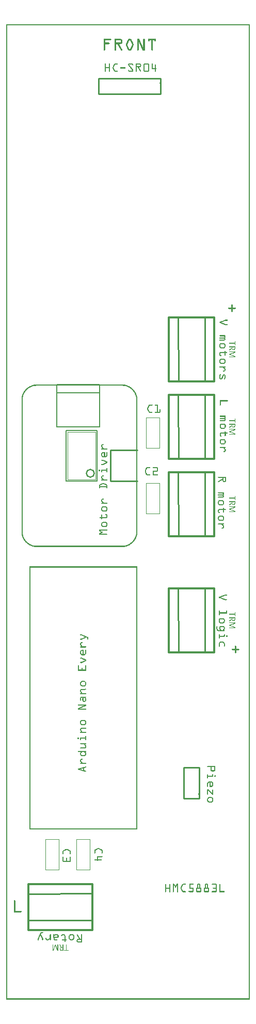
<source format=gto>
G04 MADE WITH FRITZING*
G04 WWW.FRITZING.ORG*
G04 DOUBLE SIDED*
G04 HOLES PLATED*
G04 CONTOUR ON CENTER OF CONTOUR VECTOR*
%ASAXBY*%
%FSLAX23Y23*%
%MOIN*%
%OFA0B0*%
%SFA1.0B1.0*%
%ADD10C,0.058000X0.042*%
%ADD11R,0.308611X0.426722X0.281945X0.400056*%
%ADD12C,0.013333*%
%ADD13R,0.426722X0.308611X0.400056X0.281945*%
%ADD14C,0.010000*%
%ADD15C,0.008000*%
%ADD16C,0.002000*%
%ADD17C,0.011111*%
%ADD18R,0.001000X0.001000*%
%LNSILK1*%
G90*
G70*
G54D10*
X544Y3399D03*
G54D12*
X1051Y2656D02*
X1346Y2656D01*
X1346Y2243D01*
X1051Y2243D01*
X1051Y2656D01*
D02*
X1051Y4406D02*
X1346Y4406D01*
X1346Y3993D01*
X1051Y3993D01*
X1051Y4406D01*
D02*
X1051Y3906D02*
X1346Y3906D01*
X1346Y3493D01*
X1051Y3493D01*
X1051Y3906D01*
D02*
X1051Y3406D02*
X1346Y3406D01*
X1346Y2993D01*
X1051Y2993D01*
X1051Y3406D01*
D02*
X144Y745D02*
X557Y745D01*
X557Y450D01*
X144Y450D01*
X144Y745D01*
D02*
G54D14*
X849Y3548D02*
X674Y3548D01*
D02*
X674Y3548D02*
X674Y3348D01*
D02*
X674Y3348D02*
X849Y3348D01*
G54D15*
D02*
X603Y3699D02*
X603Y3919D01*
D02*
X603Y3919D02*
X603Y3974D01*
D02*
X603Y3974D02*
X327Y3974D01*
D02*
X327Y3974D02*
X327Y3919D01*
D02*
X327Y3919D02*
X327Y3699D01*
D02*
X327Y3699D02*
X603Y3699D01*
D02*
X603Y3919D02*
X327Y3919D01*
D02*
X589Y3350D02*
X589Y3675D01*
D02*
X589Y3675D02*
X389Y3675D01*
D02*
X389Y3675D02*
X389Y3350D01*
D02*
X589Y3350D02*
X389Y3350D01*
G54D16*
D02*
X579Y3360D02*
X579Y3665D01*
D02*
X399Y3665D02*
X579Y3665D01*
D02*
X399Y3665D02*
X399Y3360D01*
D02*
X579Y3360D02*
X399Y3360D01*
G54D15*
D02*
X327Y3970D02*
X603Y3970D01*
D02*
X327Y3973D02*
X327Y3970D01*
D02*
X603Y3973D02*
X603Y3970D01*
G54D14*
D02*
X1249Y1298D02*
X1249Y1498D01*
D02*
X1249Y1498D02*
X1149Y1498D01*
D02*
X1149Y1498D02*
X1149Y1298D01*
D02*
X1149Y1298D02*
X1249Y1298D01*
D02*
X999Y5948D02*
X599Y5948D01*
D02*
X599Y5948D02*
X599Y5848D01*
D02*
X599Y5848D02*
X999Y5848D01*
D02*
X999Y5848D02*
X999Y5948D01*
G54D17*
D02*
X1285Y2653D02*
X1285Y2245D01*
D02*
X1112Y2653D02*
X1113Y2243D01*
D02*
X1285Y4403D02*
X1285Y3995D01*
D02*
X1112Y4403D02*
X1113Y3993D01*
D02*
X1285Y3903D02*
X1285Y3495D01*
D02*
X1112Y3903D02*
X1113Y3493D01*
D02*
X1285Y3403D02*
X1285Y2995D01*
D02*
X1112Y3403D02*
X1113Y2993D01*
D02*
X554Y512D02*
X146Y512D01*
D02*
X554Y685D02*
X144Y683D01*
G54D18*
X1Y6299D02*
X1574Y6299D01*
X1Y6298D02*
X1574Y6298D01*
X1Y6297D02*
X1574Y6297D01*
X1Y6296D02*
X1574Y6296D01*
X1Y6295D02*
X1574Y6295D01*
X1Y6294D02*
X1574Y6294D01*
X1Y6293D02*
X1574Y6293D01*
X1Y6292D02*
X1574Y6292D01*
X1Y6291D02*
X8Y6291D01*
X1567Y6291D02*
X1574Y6291D01*
X1Y6290D02*
X8Y6290D01*
X1567Y6290D02*
X1574Y6290D01*
X1Y6289D02*
X8Y6289D01*
X1567Y6289D02*
X1574Y6289D01*
X1Y6288D02*
X8Y6288D01*
X1567Y6288D02*
X1574Y6288D01*
X1Y6287D02*
X8Y6287D01*
X1567Y6287D02*
X1574Y6287D01*
X1Y6286D02*
X8Y6286D01*
X1567Y6286D02*
X1574Y6286D01*
X1Y6285D02*
X8Y6285D01*
X1567Y6285D02*
X1574Y6285D01*
X1Y6284D02*
X8Y6284D01*
X1567Y6284D02*
X1574Y6284D01*
X1Y6283D02*
X8Y6283D01*
X1567Y6283D02*
X1574Y6283D01*
X1Y6282D02*
X8Y6282D01*
X1567Y6282D02*
X1574Y6282D01*
X1Y6281D02*
X8Y6281D01*
X1567Y6281D02*
X1574Y6281D01*
X1Y6280D02*
X8Y6280D01*
X1567Y6280D02*
X1574Y6280D01*
X1Y6279D02*
X8Y6279D01*
X1567Y6279D02*
X1574Y6279D01*
X1Y6278D02*
X8Y6278D01*
X1567Y6278D02*
X1574Y6278D01*
X1Y6277D02*
X8Y6277D01*
X1567Y6277D02*
X1574Y6277D01*
X1Y6276D02*
X8Y6276D01*
X1567Y6276D02*
X1574Y6276D01*
X1Y6275D02*
X8Y6275D01*
X1567Y6275D02*
X1574Y6275D01*
X1Y6274D02*
X8Y6274D01*
X1567Y6274D02*
X1574Y6274D01*
X1Y6273D02*
X8Y6273D01*
X1567Y6273D02*
X1574Y6273D01*
X1Y6272D02*
X8Y6272D01*
X1567Y6272D02*
X1574Y6272D01*
X1Y6271D02*
X8Y6271D01*
X1567Y6271D02*
X1574Y6271D01*
X1Y6270D02*
X8Y6270D01*
X1567Y6270D02*
X1574Y6270D01*
X1Y6269D02*
X8Y6269D01*
X1567Y6269D02*
X1574Y6269D01*
X1Y6268D02*
X8Y6268D01*
X1567Y6268D02*
X1574Y6268D01*
X1Y6267D02*
X8Y6267D01*
X1567Y6267D02*
X1574Y6267D01*
X1Y6266D02*
X8Y6266D01*
X1567Y6266D02*
X1574Y6266D01*
X1Y6265D02*
X8Y6265D01*
X1567Y6265D02*
X1574Y6265D01*
X1Y6264D02*
X8Y6264D01*
X1567Y6264D02*
X1574Y6264D01*
X1Y6263D02*
X8Y6263D01*
X1567Y6263D02*
X1574Y6263D01*
X1Y6262D02*
X8Y6262D01*
X1567Y6262D02*
X1574Y6262D01*
X1Y6261D02*
X8Y6261D01*
X1567Y6261D02*
X1574Y6261D01*
X1Y6260D02*
X8Y6260D01*
X1567Y6260D02*
X1574Y6260D01*
X1Y6259D02*
X8Y6259D01*
X1567Y6259D02*
X1574Y6259D01*
X1Y6258D02*
X8Y6258D01*
X1567Y6258D02*
X1574Y6258D01*
X1Y6257D02*
X8Y6257D01*
X1567Y6257D02*
X1574Y6257D01*
X1Y6256D02*
X8Y6256D01*
X1567Y6256D02*
X1574Y6256D01*
X1Y6255D02*
X8Y6255D01*
X1567Y6255D02*
X1574Y6255D01*
X1Y6254D02*
X8Y6254D01*
X1567Y6254D02*
X1574Y6254D01*
X1Y6253D02*
X8Y6253D01*
X1567Y6253D02*
X1574Y6253D01*
X1Y6252D02*
X8Y6252D01*
X1567Y6252D02*
X1574Y6252D01*
X1Y6251D02*
X8Y6251D01*
X1567Y6251D02*
X1574Y6251D01*
X1Y6250D02*
X8Y6250D01*
X1567Y6250D02*
X1574Y6250D01*
X1Y6249D02*
X8Y6249D01*
X1567Y6249D02*
X1574Y6249D01*
X1Y6248D02*
X8Y6248D01*
X1567Y6248D02*
X1574Y6248D01*
X1Y6247D02*
X8Y6247D01*
X1567Y6247D02*
X1574Y6247D01*
X1Y6246D02*
X8Y6246D01*
X1567Y6246D02*
X1574Y6246D01*
X1Y6245D02*
X8Y6245D01*
X1567Y6245D02*
X1574Y6245D01*
X1Y6244D02*
X8Y6244D01*
X1567Y6244D02*
X1574Y6244D01*
X1Y6243D02*
X8Y6243D01*
X1567Y6243D02*
X1574Y6243D01*
X1Y6242D02*
X8Y6242D01*
X1567Y6242D02*
X1574Y6242D01*
X1Y6241D02*
X8Y6241D01*
X1567Y6241D02*
X1574Y6241D01*
X1Y6240D02*
X8Y6240D01*
X1567Y6240D02*
X1574Y6240D01*
X1Y6239D02*
X8Y6239D01*
X1567Y6239D02*
X1574Y6239D01*
X1Y6238D02*
X8Y6238D01*
X1567Y6238D02*
X1574Y6238D01*
X1Y6237D02*
X8Y6237D01*
X1567Y6237D02*
X1574Y6237D01*
X1Y6236D02*
X8Y6236D01*
X1567Y6236D02*
X1574Y6236D01*
X1Y6235D02*
X8Y6235D01*
X1567Y6235D02*
X1574Y6235D01*
X1Y6234D02*
X8Y6234D01*
X1567Y6234D02*
X1574Y6234D01*
X1Y6233D02*
X8Y6233D01*
X1567Y6233D02*
X1574Y6233D01*
X1Y6232D02*
X8Y6232D01*
X1567Y6232D02*
X1574Y6232D01*
X1Y6231D02*
X8Y6231D01*
X1567Y6231D02*
X1574Y6231D01*
X1Y6230D02*
X8Y6230D01*
X1567Y6230D02*
X1574Y6230D01*
X1Y6229D02*
X8Y6229D01*
X1567Y6229D02*
X1574Y6229D01*
X1Y6228D02*
X8Y6228D01*
X1567Y6228D02*
X1574Y6228D01*
X1Y6227D02*
X8Y6227D01*
X1567Y6227D02*
X1574Y6227D01*
X1Y6226D02*
X8Y6226D01*
X1567Y6226D02*
X1574Y6226D01*
X1Y6225D02*
X8Y6225D01*
X1567Y6225D02*
X1574Y6225D01*
X1Y6224D02*
X8Y6224D01*
X1567Y6224D02*
X1574Y6224D01*
X1Y6223D02*
X8Y6223D01*
X1567Y6223D02*
X1574Y6223D01*
X1Y6222D02*
X8Y6222D01*
X1567Y6222D02*
X1574Y6222D01*
X1Y6221D02*
X8Y6221D01*
X1567Y6221D02*
X1574Y6221D01*
X1Y6220D02*
X8Y6220D01*
X1567Y6220D02*
X1574Y6220D01*
X1Y6219D02*
X8Y6219D01*
X1567Y6219D02*
X1574Y6219D01*
X1Y6218D02*
X8Y6218D01*
X1567Y6218D02*
X1574Y6218D01*
X1Y6217D02*
X8Y6217D01*
X1567Y6217D02*
X1574Y6217D01*
X1Y6216D02*
X8Y6216D01*
X1567Y6216D02*
X1574Y6216D01*
X1Y6215D02*
X8Y6215D01*
X1567Y6215D02*
X1574Y6215D01*
X1Y6214D02*
X8Y6214D01*
X1567Y6214D02*
X1574Y6214D01*
X1Y6213D02*
X8Y6213D01*
X1567Y6213D02*
X1574Y6213D01*
X1Y6212D02*
X8Y6212D01*
X1567Y6212D02*
X1574Y6212D01*
X1Y6211D02*
X8Y6211D01*
X1567Y6211D02*
X1574Y6211D01*
X1Y6210D02*
X8Y6210D01*
X1567Y6210D02*
X1574Y6210D01*
X1Y6209D02*
X8Y6209D01*
X1567Y6209D02*
X1574Y6209D01*
X1Y6208D02*
X8Y6208D01*
X1567Y6208D02*
X1574Y6208D01*
X1Y6207D02*
X8Y6207D01*
X1567Y6207D02*
X1574Y6207D01*
X1Y6206D02*
X8Y6206D01*
X630Y6206D02*
X676Y6206D01*
X702Y6206D02*
X740Y6206D01*
X796Y6206D02*
X802Y6206D01*
X847Y6206D02*
X859Y6206D01*
X889Y6206D02*
X893Y6206D01*
X919Y6206D02*
X968Y6206D01*
X1567Y6206D02*
X1574Y6206D01*
X1Y6205D02*
X8Y6205D01*
X630Y6205D02*
X677Y6205D01*
X702Y6205D02*
X742Y6205D01*
X793Y6205D02*
X804Y6205D01*
X847Y6205D02*
X860Y6205D01*
X888Y6205D02*
X894Y6205D01*
X919Y6205D02*
X968Y6205D01*
X1567Y6205D02*
X1574Y6205D01*
X1Y6204D02*
X8Y6204D01*
X630Y6204D02*
X678Y6204D01*
X702Y6204D02*
X744Y6204D01*
X792Y6204D02*
X806Y6204D01*
X847Y6204D02*
X860Y6204D01*
X887Y6204D02*
X895Y6204D01*
X919Y6204D02*
X968Y6204D01*
X1567Y6204D02*
X1574Y6204D01*
X1Y6203D02*
X8Y6203D01*
X630Y6203D02*
X678Y6203D01*
X702Y6203D02*
X745Y6203D01*
X791Y6203D02*
X807Y6203D01*
X847Y6203D02*
X861Y6203D01*
X887Y6203D02*
X895Y6203D01*
X919Y6203D02*
X968Y6203D01*
X1567Y6203D02*
X1574Y6203D01*
X1Y6202D02*
X8Y6202D01*
X630Y6202D02*
X679Y6202D01*
X702Y6202D02*
X747Y6202D01*
X789Y6202D02*
X808Y6202D01*
X847Y6202D02*
X861Y6202D01*
X887Y6202D02*
X895Y6202D01*
X919Y6202D02*
X968Y6202D01*
X1567Y6202D02*
X1574Y6202D01*
X1Y6201D02*
X8Y6201D01*
X630Y6201D02*
X679Y6201D01*
X702Y6201D02*
X747Y6201D01*
X789Y6201D02*
X809Y6201D01*
X847Y6201D02*
X861Y6201D01*
X886Y6201D02*
X896Y6201D01*
X919Y6201D02*
X968Y6201D01*
X1567Y6201D02*
X1574Y6201D01*
X1Y6200D02*
X8Y6200D01*
X630Y6200D02*
X678Y6200D01*
X702Y6200D02*
X748Y6200D01*
X788Y6200D02*
X810Y6200D01*
X847Y6200D02*
X862Y6200D01*
X886Y6200D02*
X896Y6200D01*
X919Y6200D02*
X968Y6200D01*
X1567Y6200D02*
X1574Y6200D01*
X1Y6199D02*
X8Y6199D01*
X630Y6199D02*
X678Y6199D01*
X702Y6199D02*
X749Y6199D01*
X787Y6199D02*
X810Y6199D01*
X847Y6199D02*
X862Y6199D01*
X886Y6199D02*
X896Y6199D01*
X919Y6199D02*
X968Y6199D01*
X1567Y6199D02*
X1574Y6199D01*
X1Y6198D02*
X8Y6198D01*
X630Y6198D02*
X677Y6198D01*
X702Y6198D02*
X749Y6198D01*
X787Y6198D02*
X811Y6198D01*
X847Y6198D02*
X863Y6198D01*
X886Y6198D02*
X896Y6198D01*
X919Y6198D02*
X968Y6198D01*
X1567Y6198D02*
X1574Y6198D01*
X1Y6197D02*
X8Y6197D01*
X630Y6197D02*
X676Y6197D01*
X702Y6197D02*
X750Y6197D01*
X786Y6197D02*
X811Y6197D01*
X847Y6197D02*
X863Y6197D01*
X886Y6197D02*
X896Y6197D01*
X919Y6197D02*
X968Y6197D01*
X1567Y6197D02*
X1574Y6197D01*
X1Y6196D02*
X8Y6196D01*
X630Y6196D02*
X639Y6196D01*
X702Y6196D02*
X711Y6196D01*
X739Y6196D02*
X750Y6196D01*
X786Y6196D02*
X797Y6196D01*
X801Y6196D02*
X812Y6196D01*
X847Y6196D02*
X864Y6196D01*
X886Y6196D02*
X896Y6196D01*
X919Y6196D02*
X928Y6196D01*
X939Y6196D02*
X948Y6196D01*
X959Y6196D02*
X968Y6196D01*
X1567Y6196D02*
X1574Y6196D01*
X1Y6195D02*
X8Y6195D01*
X630Y6195D02*
X639Y6195D01*
X702Y6195D02*
X711Y6195D01*
X740Y6195D02*
X751Y6195D01*
X785Y6195D02*
X796Y6195D01*
X802Y6195D02*
X812Y6195D01*
X847Y6195D02*
X864Y6195D01*
X886Y6195D02*
X896Y6195D01*
X919Y6195D02*
X928Y6195D01*
X939Y6195D02*
X948Y6195D01*
X959Y6195D02*
X968Y6195D01*
X1567Y6195D02*
X1574Y6195D01*
X1Y6194D02*
X8Y6194D01*
X630Y6194D02*
X639Y6194D01*
X702Y6194D02*
X711Y6194D01*
X741Y6194D02*
X751Y6194D01*
X785Y6194D02*
X795Y6194D01*
X802Y6194D02*
X813Y6194D01*
X847Y6194D02*
X865Y6194D01*
X886Y6194D02*
X896Y6194D01*
X919Y6194D02*
X928Y6194D01*
X939Y6194D02*
X948Y6194D01*
X959Y6194D02*
X968Y6194D01*
X1567Y6194D02*
X1574Y6194D01*
X1Y6193D02*
X8Y6193D01*
X630Y6193D02*
X639Y6193D01*
X702Y6193D02*
X711Y6193D01*
X742Y6193D02*
X751Y6193D01*
X784Y6193D02*
X795Y6193D01*
X803Y6193D02*
X813Y6193D01*
X847Y6193D02*
X865Y6193D01*
X886Y6193D02*
X896Y6193D01*
X919Y6193D02*
X928Y6193D01*
X939Y6193D02*
X948Y6193D01*
X959Y6193D02*
X968Y6193D01*
X1567Y6193D02*
X1574Y6193D01*
X1Y6192D02*
X8Y6192D01*
X630Y6192D02*
X639Y6192D01*
X702Y6192D02*
X711Y6192D01*
X742Y6192D02*
X751Y6192D01*
X784Y6192D02*
X794Y6192D01*
X803Y6192D02*
X814Y6192D01*
X847Y6192D02*
X865Y6192D01*
X886Y6192D02*
X896Y6192D01*
X919Y6192D02*
X928Y6192D01*
X939Y6192D02*
X948Y6192D01*
X959Y6192D02*
X968Y6192D01*
X1567Y6192D02*
X1574Y6192D01*
X1Y6191D02*
X8Y6191D01*
X630Y6191D02*
X639Y6191D01*
X702Y6191D02*
X711Y6191D01*
X742Y6191D02*
X751Y6191D01*
X783Y6191D02*
X794Y6191D01*
X804Y6191D02*
X814Y6191D01*
X847Y6191D02*
X866Y6191D01*
X886Y6191D02*
X896Y6191D01*
X919Y6191D02*
X928Y6191D01*
X939Y6191D02*
X948Y6191D01*
X959Y6191D02*
X967Y6191D01*
X1567Y6191D02*
X1574Y6191D01*
X1Y6190D02*
X8Y6190D01*
X630Y6190D02*
X639Y6190D01*
X702Y6190D02*
X711Y6190D01*
X742Y6190D02*
X751Y6190D01*
X783Y6190D02*
X793Y6190D01*
X804Y6190D02*
X815Y6190D01*
X847Y6190D02*
X866Y6190D01*
X886Y6190D02*
X896Y6190D01*
X920Y6190D02*
X927Y6190D01*
X939Y6190D02*
X948Y6190D01*
X960Y6190D02*
X967Y6190D01*
X1567Y6190D02*
X1574Y6190D01*
X1Y6189D02*
X8Y6189D01*
X630Y6189D02*
X639Y6189D01*
X702Y6189D02*
X711Y6189D01*
X742Y6189D02*
X751Y6189D01*
X782Y6189D02*
X793Y6189D01*
X805Y6189D02*
X815Y6189D01*
X847Y6189D02*
X867Y6189D01*
X886Y6189D02*
X896Y6189D01*
X921Y6189D02*
X926Y6189D01*
X939Y6189D02*
X948Y6189D01*
X961Y6189D02*
X966Y6189D01*
X1567Y6189D02*
X1574Y6189D01*
X1Y6188D02*
X8Y6188D01*
X630Y6188D02*
X639Y6188D01*
X702Y6188D02*
X711Y6188D01*
X742Y6188D02*
X751Y6188D01*
X782Y6188D02*
X792Y6188D01*
X805Y6188D02*
X816Y6188D01*
X847Y6188D02*
X867Y6188D01*
X886Y6188D02*
X896Y6188D01*
X939Y6188D02*
X948Y6188D01*
X1567Y6188D02*
X1574Y6188D01*
X1Y6187D02*
X8Y6187D01*
X630Y6187D02*
X639Y6187D01*
X702Y6187D02*
X711Y6187D01*
X742Y6187D02*
X751Y6187D01*
X781Y6187D02*
X792Y6187D01*
X806Y6187D02*
X816Y6187D01*
X847Y6187D02*
X856Y6187D01*
X858Y6187D02*
X868Y6187D01*
X886Y6187D02*
X896Y6187D01*
X939Y6187D02*
X948Y6187D01*
X1567Y6187D02*
X1574Y6187D01*
X1Y6186D02*
X8Y6186D01*
X630Y6186D02*
X639Y6186D01*
X702Y6186D02*
X711Y6186D01*
X742Y6186D02*
X751Y6186D01*
X781Y6186D02*
X791Y6186D01*
X806Y6186D02*
X817Y6186D01*
X847Y6186D02*
X856Y6186D01*
X858Y6186D02*
X868Y6186D01*
X886Y6186D02*
X896Y6186D01*
X939Y6186D02*
X948Y6186D01*
X1567Y6186D02*
X1574Y6186D01*
X1Y6185D02*
X8Y6185D01*
X630Y6185D02*
X639Y6185D01*
X702Y6185D02*
X711Y6185D01*
X742Y6185D02*
X751Y6185D01*
X780Y6185D02*
X791Y6185D01*
X807Y6185D02*
X817Y6185D01*
X847Y6185D02*
X856Y6185D01*
X858Y6185D02*
X868Y6185D01*
X886Y6185D02*
X896Y6185D01*
X939Y6185D02*
X948Y6185D01*
X1567Y6185D02*
X1574Y6185D01*
X1Y6184D02*
X8Y6184D01*
X630Y6184D02*
X639Y6184D01*
X702Y6184D02*
X711Y6184D01*
X741Y6184D02*
X751Y6184D01*
X780Y6184D02*
X790Y6184D01*
X807Y6184D02*
X818Y6184D01*
X847Y6184D02*
X856Y6184D01*
X859Y6184D02*
X869Y6184D01*
X886Y6184D02*
X896Y6184D01*
X939Y6184D02*
X948Y6184D01*
X1567Y6184D02*
X1574Y6184D01*
X1Y6183D02*
X8Y6183D01*
X630Y6183D02*
X639Y6183D01*
X702Y6183D02*
X711Y6183D01*
X741Y6183D02*
X751Y6183D01*
X779Y6183D02*
X790Y6183D01*
X808Y6183D02*
X818Y6183D01*
X847Y6183D02*
X856Y6183D01*
X859Y6183D02*
X869Y6183D01*
X886Y6183D02*
X896Y6183D01*
X939Y6183D02*
X948Y6183D01*
X1567Y6183D02*
X1574Y6183D01*
X1Y6182D02*
X8Y6182D01*
X630Y6182D02*
X639Y6182D01*
X702Y6182D02*
X711Y6182D01*
X739Y6182D02*
X750Y6182D01*
X779Y6182D02*
X789Y6182D01*
X808Y6182D02*
X819Y6182D01*
X847Y6182D02*
X856Y6182D01*
X860Y6182D02*
X870Y6182D01*
X886Y6182D02*
X896Y6182D01*
X939Y6182D02*
X948Y6182D01*
X1567Y6182D02*
X1574Y6182D01*
X1Y6181D02*
X8Y6181D01*
X630Y6181D02*
X664Y6181D01*
X702Y6181D02*
X750Y6181D01*
X778Y6181D02*
X789Y6181D01*
X809Y6181D02*
X819Y6181D01*
X847Y6181D02*
X856Y6181D01*
X860Y6181D02*
X870Y6181D01*
X886Y6181D02*
X896Y6181D01*
X939Y6181D02*
X948Y6181D01*
X1567Y6181D02*
X1574Y6181D01*
X1Y6180D02*
X8Y6180D01*
X630Y6180D02*
X667Y6180D01*
X702Y6180D02*
X750Y6180D01*
X778Y6180D02*
X788Y6180D01*
X809Y6180D02*
X820Y6180D01*
X847Y6180D02*
X856Y6180D01*
X861Y6180D02*
X871Y6180D01*
X886Y6180D02*
X896Y6180D01*
X939Y6180D02*
X948Y6180D01*
X1567Y6180D02*
X1574Y6180D01*
X1Y6179D02*
X8Y6179D01*
X630Y6179D02*
X668Y6179D01*
X702Y6179D02*
X749Y6179D01*
X777Y6179D02*
X788Y6179D01*
X810Y6179D02*
X820Y6179D01*
X847Y6179D02*
X856Y6179D01*
X861Y6179D02*
X871Y6179D01*
X886Y6179D02*
X896Y6179D01*
X939Y6179D02*
X948Y6179D01*
X1567Y6179D02*
X1574Y6179D01*
X1Y6178D02*
X8Y6178D01*
X630Y6178D02*
X668Y6178D01*
X702Y6178D02*
X749Y6178D01*
X777Y6178D02*
X787Y6178D01*
X810Y6178D02*
X821Y6178D01*
X847Y6178D02*
X856Y6178D01*
X861Y6178D02*
X872Y6178D01*
X886Y6178D02*
X896Y6178D01*
X939Y6178D02*
X948Y6178D01*
X1567Y6178D02*
X1574Y6178D01*
X1Y6177D02*
X8Y6177D01*
X630Y6177D02*
X669Y6177D01*
X702Y6177D02*
X748Y6177D01*
X777Y6177D02*
X787Y6177D01*
X811Y6177D02*
X821Y6177D01*
X847Y6177D02*
X856Y6177D01*
X862Y6177D02*
X872Y6177D01*
X886Y6177D02*
X896Y6177D01*
X939Y6177D02*
X948Y6177D01*
X1567Y6177D02*
X1574Y6177D01*
X1Y6176D02*
X8Y6176D01*
X630Y6176D02*
X669Y6176D01*
X702Y6176D02*
X747Y6176D01*
X776Y6176D02*
X786Y6176D01*
X811Y6176D02*
X822Y6176D01*
X847Y6176D02*
X856Y6176D01*
X862Y6176D02*
X872Y6176D01*
X886Y6176D02*
X896Y6176D01*
X939Y6176D02*
X948Y6176D01*
X1567Y6176D02*
X1574Y6176D01*
X1Y6175D02*
X8Y6175D01*
X630Y6175D02*
X669Y6175D01*
X702Y6175D02*
X746Y6175D01*
X776Y6175D02*
X786Y6175D01*
X812Y6175D02*
X822Y6175D01*
X847Y6175D02*
X856Y6175D01*
X863Y6175D02*
X873Y6175D01*
X886Y6175D02*
X896Y6175D01*
X939Y6175D02*
X948Y6175D01*
X1567Y6175D02*
X1574Y6175D01*
X1Y6174D02*
X8Y6174D01*
X630Y6174D02*
X668Y6174D01*
X702Y6174D02*
X745Y6174D01*
X775Y6174D02*
X785Y6174D01*
X812Y6174D02*
X822Y6174D01*
X847Y6174D02*
X856Y6174D01*
X863Y6174D02*
X873Y6174D01*
X886Y6174D02*
X896Y6174D01*
X939Y6174D02*
X948Y6174D01*
X1567Y6174D02*
X1574Y6174D01*
X1Y6173D02*
X8Y6173D01*
X630Y6173D02*
X668Y6173D01*
X702Y6173D02*
X743Y6173D01*
X775Y6173D02*
X785Y6173D01*
X813Y6173D02*
X823Y6173D01*
X847Y6173D02*
X856Y6173D01*
X864Y6173D02*
X874Y6173D01*
X886Y6173D02*
X896Y6173D01*
X939Y6173D02*
X948Y6173D01*
X1567Y6173D02*
X1574Y6173D01*
X1Y6172D02*
X8Y6172D01*
X630Y6172D02*
X667Y6172D01*
X702Y6172D02*
X741Y6172D01*
X775Y6172D02*
X784Y6172D01*
X813Y6172D02*
X823Y6172D01*
X847Y6172D02*
X856Y6172D01*
X864Y6172D02*
X874Y6172D01*
X886Y6172D02*
X896Y6172D01*
X939Y6172D02*
X948Y6172D01*
X1567Y6172D02*
X1574Y6172D01*
X1Y6171D02*
X8Y6171D01*
X630Y6171D02*
X664Y6171D01*
X702Y6171D02*
X736Y6171D01*
X775Y6171D02*
X784Y6171D01*
X814Y6171D02*
X823Y6171D01*
X847Y6171D02*
X856Y6171D01*
X865Y6171D02*
X875Y6171D01*
X886Y6171D02*
X896Y6171D01*
X939Y6171D02*
X948Y6171D01*
X1567Y6171D02*
X1574Y6171D01*
X1Y6170D02*
X8Y6170D01*
X630Y6170D02*
X639Y6170D01*
X702Y6170D02*
X711Y6170D01*
X720Y6170D02*
X731Y6170D01*
X775Y6170D02*
X784Y6170D01*
X814Y6170D02*
X823Y6170D01*
X847Y6170D02*
X856Y6170D01*
X865Y6170D02*
X875Y6170D01*
X886Y6170D02*
X896Y6170D01*
X939Y6170D02*
X948Y6170D01*
X1567Y6170D02*
X1574Y6170D01*
X1Y6169D02*
X8Y6169D01*
X630Y6169D02*
X639Y6169D01*
X702Y6169D02*
X711Y6169D01*
X720Y6169D02*
X731Y6169D01*
X775Y6169D02*
X784Y6169D01*
X814Y6169D02*
X823Y6169D01*
X847Y6169D02*
X856Y6169D01*
X865Y6169D02*
X875Y6169D01*
X886Y6169D02*
X896Y6169D01*
X939Y6169D02*
X948Y6169D01*
X1567Y6169D02*
X1574Y6169D01*
X1Y6168D02*
X8Y6168D01*
X630Y6168D02*
X639Y6168D01*
X702Y6168D02*
X711Y6168D01*
X721Y6168D02*
X732Y6168D01*
X775Y6168D02*
X784Y6168D01*
X814Y6168D02*
X823Y6168D01*
X847Y6168D02*
X856Y6168D01*
X866Y6168D02*
X876Y6168D01*
X886Y6168D02*
X896Y6168D01*
X939Y6168D02*
X948Y6168D01*
X1567Y6168D02*
X1574Y6168D01*
X1Y6167D02*
X8Y6167D01*
X630Y6167D02*
X639Y6167D01*
X702Y6167D02*
X711Y6167D01*
X722Y6167D02*
X732Y6167D01*
X775Y6167D02*
X784Y6167D01*
X814Y6167D02*
X823Y6167D01*
X847Y6167D02*
X856Y6167D01*
X866Y6167D02*
X876Y6167D01*
X886Y6167D02*
X896Y6167D01*
X939Y6167D02*
X948Y6167D01*
X1567Y6167D02*
X1574Y6167D01*
X1Y6166D02*
X8Y6166D01*
X630Y6166D02*
X639Y6166D01*
X702Y6166D02*
X711Y6166D01*
X722Y6166D02*
X733Y6166D01*
X775Y6166D02*
X784Y6166D01*
X814Y6166D02*
X823Y6166D01*
X847Y6166D02*
X856Y6166D01*
X867Y6166D02*
X877Y6166D01*
X886Y6166D02*
X896Y6166D01*
X939Y6166D02*
X948Y6166D01*
X1567Y6166D02*
X1574Y6166D01*
X1Y6165D02*
X8Y6165D01*
X630Y6165D02*
X639Y6165D01*
X702Y6165D02*
X711Y6165D01*
X723Y6165D02*
X733Y6165D01*
X775Y6165D02*
X784Y6165D01*
X814Y6165D02*
X823Y6165D01*
X847Y6165D02*
X856Y6165D01*
X867Y6165D02*
X877Y6165D01*
X886Y6165D02*
X896Y6165D01*
X939Y6165D02*
X948Y6165D01*
X1567Y6165D02*
X1574Y6165D01*
X1Y6164D02*
X8Y6164D01*
X630Y6164D02*
X639Y6164D01*
X702Y6164D02*
X711Y6164D01*
X723Y6164D02*
X734Y6164D01*
X775Y6164D02*
X784Y6164D01*
X814Y6164D02*
X823Y6164D01*
X847Y6164D02*
X856Y6164D01*
X868Y6164D02*
X878Y6164D01*
X886Y6164D02*
X896Y6164D01*
X939Y6164D02*
X948Y6164D01*
X1567Y6164D02*
X1574Y6164D01*
X1Y6163D02*
X8Y6163D01*
X630Y6163D02*
X639Y6163D01*
X702Y6163D02*
X711Y6163D01*
X724Y6163D02*
X735Y6163D01*
X775Y6163D02*
X784Y6163D01*
X813Y6163D02*
X823Y6163D01*
X847Y6163D02*
X856Y6163D01*
X868Y6163D02*
X878Y6163D01*
X886Y6163D02*
X896Y6163D01*
X939Y6163D02*
X948Y6163D01*
X1567Y6163D02*
X1574Y6163D01*
X1Y6162D02*
X8Y6162D01*
X630Y6162D02*
X639Y6162D01*
X702Y6162D02*
X711Y6162D01*
X724Y6162D02*
X735Y6162D01*
X775Y6162D02*
X785Y6162D01*
X813Y6162D02*
X822Y6162D01*
X847Y6162D02*
X856Y6162D01*
X868Y6162D02*
X879Y6162D01*
X886Y6162D02*
X896Y6162D01*
X939Y6162D02*
X948Y6162D01*
X1567Y6162D02*
X1574Y6162D01*
X1Y6161D02*
X8Y6161D01*
X630Y6161D02*
X639Y6161D01*
X702Y6161D02*
X711Y6161D01*
X725Y6161D02*
X736Y6161D01*
X775Y6161D02*
X785Y6161D01*
X812Y6161D02*
X822Y6161D01*
X847Y6161D02*
X856Y6161D01*
X869Y6161D02*
X879Y6161D01*
X886Y6161D02*
X896Y6161D01*
X939Y6161D02*
X948Y6161D01*
X1567Y6161D02*
X1574Y6161D01*
X1Y6160D02*
X8Y6160D01*
X630Y6160D02*
X639Y6160D01*
X702Y6160D02*
X711Y6160D01*
X726Y6160D02*
X736Y6160D01*
X776Y6160D02*
X786Y6160D01*
X812Y6160D02*
X822Y6160D01*
X847Y6160D02*
X856Y6160D01*
X869Y6160D02*
X879Y6160D01*
X886Y6160D02*
X896Y6160D01*
X939Y6160D02*
X948Y6160D01*
X1567Y6160D02*
X1574Y6160D01*
X1Y6159D02*
X8Y6159D01*
X630Y6159D02*
X639Y6159D01*
X702Y6159D02*
X711Y6159D01*
X726Y6159D02*
X737Y6159D01*
X776Y6159D02*
X786Y6159D01*
X811Y6159D02*
X821Y6159D01*
X847Y6159D02*
X856Y6159D01*
X870Y6159D02*
X880Y6159D01*
X886Y6159D02*
X896Y6159D01*
X939Y6159D02*
X948Y6159D01*
X1567Y6159D02*
X1574Y6159D01*
X1Y6158D02*
X8Y6158D01*
X630Y6158D02*
X639Y6158D01*
X702Y6158D02*
X711Y6158D01*
X727Y6158D02*
X738Y6158D01*
X777Y6158D02*
X787Y6158D01*
X811Y6158D02*
X821Y6158D01*
X847Y6158D02*
X856Y6158D01*
X870Y6158D02*
X880Y6158D01*
X886Y6158D02*
X896Y6158D01*
X939Y6158D02*
X948Y6158D01*
X1567Y6158D02*
X1574Y6158D01*
X1Y6157D02*
X8Y6157D01*
X630Y6157D02*
X639Y6157D01*
X702Y6157D02*
X711Y6157D01*
X727Y6157D02*
X738Y6157D01*
X777Y6157D02*
X787Y6157D01*
X810Y6157D02*
X821Y6157D01*
X847Y6157D02*
X856Y6157D01*
X871Y6157D02*
X881Y6157D01*
X886Y6157D02*
X896Y6157D01*
X939Y6157D02*
X948Y6157D01*
X1567Y6157D02*
X1574Y6157D01*
X1Y6156D02*
X8Y6156D01*
X630Y6156D02*
X639Y6156D01*
X702Y6156D02*
X711Y6156D01*
X728Y6156D02*
X739Y6156D01*
X778Y6156D02*
X788Y6156D01*
X810Y6156D02*
X820Y6156D01*
X847Y6156D02*
X856Y6156D01*
X871Y6156D02*
X881Y6156D01*
X886Y6156D02*
X896Y6156D01*
X939Y6156D02*
X948Y6156D01*
X1567Y6156D02*
X1574Y6156D01*
X1Y6155D02*
X8Y6155D01*
X630Y6155D02*
X639Y6155D01*
X702Y6155D02*
X711Y6155D01*
X729Y6155D02*
X739Y6155D01*
X778Y6155D02*
X788Y6155D01*
X809Y6155D02*
X820Y6155D01*
X847Y6155D02*
X856Y6155D01*
X872Y6155D02*
X882Y6155D01*
X886Y6155D02*
X896Y6155D01*
X939Y6155D02*
X948Y6155D01*
X1567Y6155D02*
X1574Y6155D01*
X1Y6154D02*
X8Y6154D01*
X630Y6154D02*
X639Y6154D01*
X702Y6154D02*
X711Y6154D01*
X729Y6154D02*
X740Y6154D01*
X778Y6154D02*
X789Y6154D01*
X809Y6154D02*
X819Y6154D01*
X847Y6154D02*
X856Y6154D01*
X872Y6154D02*
X882Y6154D01*
X886Y6154D02*
X896Y6154D01*
X939Y6154D02*
X948Y6154D01*
X1567Y6154D02*
X1574Y6154D01*
X1Y6153D02*
X8Y6153D01*
X630Y6153D02*
X639Y6153D01*
X702Y6153D02*
X711Y6153D01*
X730Y6153D02*
X740Y6153D01*
X779Y6153D02*
X789Y6153D01*
X808Y6153D02*
X819Y6153D01*
X847Y6153D02*
X856Y6153D01*
X872Y6153D02*
X883Y6153D01*
X886Y6153D02*
X896Y6153D01*
X939Y6153D02*
X948Y6153D01*
X1567Y6153D02*
X1574Y6153D01*
X1Y6152D02*
X8Y6152D01*
X630Y6152D02*
X639Y6152D01*
X702Y6152D02*
X711Y6152D01*
X730Y6152D02*
X741Y6152D01*
X779Y6152D02*
X790Y6152D01*
X808Y6152D02*
X818Y6152D01*
X847Y6152D02*
X856Y6152D01*
X873Y6152D02*
X883Y6152D01*
X886Y6152D02*
X896Y6152D01*
X939Y6152D02*
X948Y6152D01*
X1567Y6152D02*
X1574Y6152D01*
X1Y6151D02*
X8Y6151D01*
X630Y6151D02*
X639Y6151D01*
X702Y6151D02*
X711Y6151D01*
X731Y6151D02*
X742Y6151D01*
X780Y6151D02*
X790Y6151D01*
X807Y6151D02*
X818Y6151D01*
X847Y6151D02*
X856Y6151D01*
X873Y6151D02*
X883Y6151D01*
X886Y6151D02*
X896Y6151D01*
X939Y6151D02*
X948Y6151D01*
X1567Y6151D02*
X1574Y6151D01*
X1Y6150D02*
X8Y6150D01*
X630Y6150D02*
X639Y6150D01*
X702Y6150D02*
X711Y6150D01*
X731Y6150D02*
X742Y6150D01*
X780Y6150D02*
X791Y6150D01*
X807Y6150D02*
X817Y6150D01*
X847Y6150D02*
X856Y6150D01*
X874Y6150D02*
X884Y6150D01*
X886Y6150D02*
X896Y6150D01*
X939Y6150D02*
X948Y6150D01*
X1567Y6150D02*
X1574Y6150D01*
X1Y6149D02*
X8Y6149D01*
X630Y6149D02*
X639Y6149D01*
X702Y6149D02*
X711Y6149D01*
X732Y6149D02*
X743Y6149D01*
X781Y6149D02*
X791Y6149D01*
X806Y6149D02*
X817Y6149D01*
X847Y6149D02*
X856Y6149D01*
X874Y6149D02*
X884Y6149D01*
X886Y6149D02*
X896Y6149D01*
X939Y6149D02*
X948Y6149D01*
X1567Y6149D02*
X1574Y6149D01*
X1Y6148D02*
X8Y6148D01*
X630Y6148D02*
X639Y6148D01*
X702Y6148D02*
X711Y6148D01*
X733Y6148D02*
X743Y6148D01*
X781Y6148D02*
X792Y6148D01*
X806Y6148D02*
X816Y6148D01*
X847Y6148D02*
X856Y6148D01*
X875Y6148D02*
X896Y6148D01*
X939Y6148D02*
X948Y6148D01*
X1567Y6148D02*
X1574Y6148D01*
X1Y6147D02*
X8Y6147D01*
X630Y6147D02*
X639Y6147D01*
X702Y6147D02*
X711Y6147D01*
X733Y6147D02*
X744Y6147D01*
X782Y6147D02*
X792Y6147D01*
X805Y6147D02*
X816Y6147D01*
X847Y6147D02*
X856Y6147D01*
X875Y6147D02*
X896Y6147D01*
X939Y6147D02*
X948Y6147D01*
X1567Y6147D02*
X1574Y6147D01*
X1Y6146D02*
X8Y6146D01*
X630Y6146D02*
X639Y6146D01*
X702Y6146D02*
X711Y6146D01*
X734Y6146D02*
X745Y6146D01*
X782Y6146D02*
X793Y6146D01*
X805Y6146D02*
X815Y6146D01*
X847Y6146D02*
X856Y6146D01*
X875Y6146D02*
X896Y6146D01*
X939Y6146D02*
X948Y6146D01*
X1567Y6146D02*
X1574Y6146D01*
X1Y6145D02*
X8Y6145D01*
X630Y6145D02*
X639Y6145D01*
X702Y6145D02*
X711Y6145D01*
X734Y6145D02*
X745Y6145D01*
X783Y6145D02*
X793Y6145D01*
X804Y6145D02*
X815Y6145D01*
X847Y6145D02*
X856Y6145D01*
X876Y6145D02*
X896Y6145D01*
X939Y6145D02*
X948Y6145D01*
X1567Y6145D02*
X1574Y6145D01*
X1Y6144D02*
X8Y6144D01*
X630Y6144D02*
X639Y6144D01*
X702Y6144D02*
X711Y6144D01*
X735Y6144D02*
X746Y6144D01*
X783Y6144D02*
X794Y6144D01*
X804Y6144D02*
X814Y6144D01*
X847Y6144D02*
X856Y6144D01*
X876Y6144D02*
X896Y6144D01*
X939Y6144D02*
X948Y6144D01*
X1567Y6144D02*
X1574Y6144D01*
X1Y6143D02*
X8Y6143D01*
X630Y6143D02*
X639Y6143D01*
X702Y6143D02*
X711Y6143D01*
X736Y6143D02*
X746Y6143D01*
X784Y6143D02*
X794Y6143D01*
X803Y6143D02*
X814Y6143D01*
X847Y6143D02*
X856Y6143D01*
X877Y6143D02*
X896Y6143D01*
X939Y6143D02*
X948Y6143D01*
X1567Y6143D02*
X1574Y6143D01*
X1Y6142D02*
X8Y6142D01*
X630Y6142D02*
X639Y6142D01*
X702Y6142D02*
X711Y6142D01*
X736Y6142D02*
X747Y6142D01*
X784Y6142D02*
X795Y6142D01*
X803Y6142D02*
X813Y6142D01*
X847Y6142D02*
X856Y6142D01*
X877Y6142D02*
X896Y6142D01*
X939Y6142D02*
X948Y6142D01*
X1567Y6142D02*
X1574Y6142D01*
X1Y6141D02*
X8Y6141D01*
X630Y6141D02*
X639Y6141D01*
X702Y6141D02*
X711Y6141D01*
X737Y6141D02*
X747Y6141D01*
X785Y6141D02*
X795Y6141D01*
X802Y6141D02*
X813Y6141D01*
X847Y6141D02*
X856Y6141D01*
X878Y6141D02*
X896Y6141D01*
X939Y6141D02*
X948Y6141D01*
X1567Y6141D02*
X1574Y6141D01*
X1Y6140D02*
X8Y6140D01*
X630Y6140D02*
X639Y6140D01*
X702Y6140D02*
X711Y6140D01*
X737Y6140D02*
X748Y6140D01*
X785Y6140D02*
X796Y6140D01*
X802Y6140D02*
X812Y6140D01*
X847Y6140D02*
X856Y6140D01*
X878Y6140D02*
X896Y6140D01*
X939Y6140D02*
X948Y6140D01*
X1567Y6140D02*
X1574Y6140D01*
X1Y6139D02*
X8Y6139D01*
X630Y6139D02*
X639Y6139D01*
X702Y6139D02*
X711Y6139D01*
X738Y6139D02*
X749Y6139D01*
X786Y6139D02*
X797Y6139D01*
X801Y6139D02*
X812Y6139D01*
X847Y6139D02*
X856Y6139D01*
X879Y6139D02*
X896Y6139D01*
X939Y6139D02*
X948Y6139D01*
X1567Y6139D02*
X1574Y6139D01*
X1Y6138D02*
X8Y6138D01*
X630Y6138D02*
X639Y6138D01*
X702Y6138D02*
X711Y6138D01*
X738Y6138D02*
X749Y6138D01*
X786Y6138D02*
X811Y6138D01*
X847Y6138D02*
X856Y6138D01*
X879Y6138D02*
X896Y6138D01*
X939Y6138D02*
X948Y6138D01*
X1567Y6138D02*
X1574Y6138D01*
X1Y6137D02*
X8Y6137D01*
X630Y6137D02*
X639Y6137D01*
X702Y6137D02*
X711Y6137D01*
X739Y6137D02*
X750Y6137D01*
X787Y6137D02*
X811Y6137D01*
X847Y6137D02*
X856Y6137D01*
X879Y6137D02*
X896Y6137D01*
X939Y6137D02*
X948Y6137D01*
X1567Y6137D02*
X1574Y6137D01*
X1Y6136D02*
X8Y6136D01*
X630Y6136D02*
X639Y6136D01*
X702Y6136D02*
X711Y6136D01*
X740Y6136D02*
X750Y6136D01*
X787Y6136D02*
X810Y6136D01*
X847Y6136D02*
X856Y6136D01*
X880Y6136D02*
X896Y6136D01*
X939Y6136D02*
X948Y6136D01*
X1567Y6136D02*
X1574Y6136D01*
X1Y6135D02*
X8Y6135D01*
X630Y6135D02*
X639Y6135D01*
X702Y6135D02*
X711Y6135D01*
X740Y6135D02*
X751Y6135D01*
X788Y6135D02*
X810Y6135D01*
X847Y6135D02*
X856Y6135D01*
X880Y6135D02*
X896Y6135D01*
X939Y6135D02*
X948Y6135D01*
X1567Y6135D02*
X1574Y6135D01*
X1Y6134D02*
X8Y6134D01*
X630Y6134D02*
X639Y6134D01*
X702Y6134D02*
X711Y6134D01*
X741Y6134D02*
X751Y6134D01*
X789Y6134D02*
X809Y6134D01*
X847Y6134D02*
X856Y6134D01*
X881Y6134D02*
X896Y6134D01*
X939Y6134D02*
X948Y6134D01*
X1567Y6134D02*
X1574Y6134D01*
X1Y6133D02*
X8Y6133D01*
X630Y6133D02*
X639Y6133D01*
X702Y6133D02*
X711Y6133D01*
X741Y6133D02*
X751Y6133D01*
X790Y6133D02*
X808Y6133D01*
X847Y6133D02*
X856Y6133D01*
X881Y6133D02*
X896Y6133D01*
X939Y6133D02*
X948Y6133D01*
X1567Y6133D02*
X1574Y6133D01*
X1Y6132D02*
X8Y6132D01*
X630Y6132D02*
X639Y6132D01*
X703Y6132D02*
X711Y6132D01*
X742Y6132D02*
X751Y6132D01*
X791Y6132D02*
X807Y6132D01*
X847Y6132D02*
X855Y6132D01*
X882Y6132D02*
X896Y6132D01*
X939Y6132D02*
X948Y6132D01*
X1567Y6132D02*
X1574Y6132D01*
X1Y6131D02*
X8Y6131D01*
X631Y6131D02*
X638Y6131D01*
X703Y6131D02*
X710Y6131D01*
X743Y6131D02*
X750Y6131D01*
X792Y6131D02*
X806Y6131D01*
X848Y6131D02*
X855Y6131D01*
X882Y6131D02*
X896Y6131D01*
X940Y6131D02*
X947Y6131D01*
X1567Y6131D02*
X1574Y6131D01*
X1Y6130D02*
X8Y6130D01*
X632Y6130D02*
X637Y6130D01*
X704Y6130D02*
X710Y6130D01*
X743Y6130D02*
X749Y6130D01*
X793Y6130D02*
X804Y6130D01*
X848Y6130D02*
X854Y6130D01*
X882Y6130D02*
X896Y6130D01*
X940Y6130D02*
X946Y6130D01*
X1567Y6130D02*
X1574Y6130D01*
X1Y6129D02*
X8Y6129D01*
X633Y6129D02*
X636Y6129D01*
X705Y6129D02*
X708Y6129D01*
X745Y6129D02*
X748Y6129D01*
X796Y6129D02*
X802Y6129D01*
X850Y6129D02*
X853Y6129D01*
X883Y6129D02*
X895Y6129D01*
X942Y6129D02*
X945Y6129D01*
X1567Y6129D02*
X1574Y6129D01*
X1Y6128D02*
X8Y6128D01*
X1567Y6128D02*
X1574Y6128D01*
X1Y6127D02*
X8Y6127D01*
X1567Y6127D02*
X1574Y6127D01*
X1Y6126D02*
X8Y6126D01*
X1567Y6126D02*
X1574Y6126D01*
X1Y6125D02*
X8Y6125D01*
X1567Y6125D02*
X1574Y6125D01*
X1Y6124D02*
X8Y6124D01*
X1567Y6124D02*
X1574Y6124D01*
X1Y6123D02*
X8Y6123D01*
X1567Y6123D02*
X1574Y6123D01*
X1Y6122D02*
X8Y6122D01*
X1567Y6122D02*
X1574Y6122D01*
X1Y6121D02*
X8Y6121D01*
X1567Y6121D02*
X1574Y6121D01*
X1Y6120D02*
X8Y6120D01*
X1567Y6120D02*
X1574Y6120D01*
X1Y6119D02*
X8Y6119D01*
X1567Y6119D02*
X1574Y6119D01*
X1Y6118D02*
X8Y6118D01*
X1567Y6118D02*
X1574Y6118D01*
X1Y6117D02*
X8Y6117D01*
X1567Y6117D02*
X1574Y6117D01*
X1Y6116D02*
X8Y6116D01*
X1567Y6116D02*
X1574Y6116D01*
X1Y6115D02*
X8Y6115D01*
X1567Y6115D02*
X1574Y6115D01*
X1Y6114D02*
X8Y6114D01*
X1567Y6114D02*
X1574Y6114D01*
X1Y6113D02*
X8Y6113D01*
X1567Y6113D02*
X1574Y6113D01*
X1Y6112D02*
X8Y6112D01*
X1567Y6112D02*
X1574Y6112D01*
X1Y6111D02*
X8Y6111D01*
X1567Y6111D02*
X1574Y6111D01*
X1Y6110D02*
X8Y6110D01*
X1567Y6110D02*
X1574Y6110D01*
X1Y6109D02*
X8Y6109D01*
X1567Y6109D02*
X1574Y6109D01*
X1Y6108D02*
X8Y6108D01*
X1567Y6108D02*
X1574Y6108D01*
X1Y6107D02*
X8Y6107D01*
X1567Y6107D02*
X1574Y6107D01*
X1Y6106D02*
X8Y6106D01*
X1567Y6106D02*
X1574Y6106D01*
X1Y6105D02*
X8Y6105D01*
X1567Y6105D02*
X1574Y6105D01*
X1Y6104D02*
X8Y6104D01*
X1567Y6104D02*
X1574Y6104D01*
X1Y6103D02*
X8Y6103D01*
X1567Y6103D02*
X1574Y6103D01*
X1Y6102D02*
X8Y6102D01*
X1567Y6102D02*
X1574Y6102D01*
X1Y6101D02*
X8Y6101D01*
X1567Y6101D02*
X1574Y6101D01*
X1Y6100D02*
X8Y6100D01*
X1567Y6100D02*
X1574Y6100D01*
X1Y6099D02*
X8Y6099D01*
X1567Y6099D02*
X1574Y6099D01*
X1Y6098D02*
X8Y6098D01*
X1567Y6098D02*
X1574Y6098D01*
X1Y6097D02*
X8Y6097D01*
X1567Y6097D02*
X1574Y6097D01*
X1Y6096D02*
X8Y6096D01*
X1567Y6096D02*
X1574Y6096D01*
X1Y6095D02*
X8Y6095D01*
X1567Y6095D02*
X1574Y6095D01*
X1Y6094D02*
X8Y6094D01*
X1567Y6094D02*
X1574Y6094D01*
X1Y6093D02*
X8Y6093D01*
X1567Y6093D02*
X1574Y6093D01*
X1Y6092D02*
X8Y6092D01*
X1567Y6092D02*
X1574Y6092D01*
X1Y6091D02*
X8Y6091D01*
X1567Y6091D02*
X1574Y6091D01*
X1Y6090D02*
X8Y6090D01*
X1567Y6090D02*
X1574Y6090D01*
X1Y6089D02*
X8Y6089D01*
X1567Y6089D02*
X1574Y6089D01*
X1Y6088D02*
X8Y6088D01*
X1567Y6088D02*
X1574Y6088D01*
X1Y6087D02*
X8Y6087D01*
X1567Y6087D02*
X1574Y6087D01*
X1Y6086D02*
X8Y6086D01*
X1567Y6086D02*
X1574Y6086D01*
X1Y6085D02*
X8Y6085D01*
X1567Y6085D02*
X1574Y6085D01*
X1Y6084D02*
X8Y6084D01*
X1567Y6084D02*
X1574Y6084D01*
X1Y6083D02*
X8Y6083D01*
X1567Y6083D02*
X1574Y6083D01*
X1Y6082D02*
X8Y6082D01*
X1567Y6082D02*
X1574Y6082D01*
X1Y6081D02*
X8Y6081D01*
X1567Y6081D02*
X1574Y6081D01*
X1Y6080D02*
X8Y6080D01*
X1567Y6080D02*
X1574Y6080D01*
X1Y6079D02*
X8Y6079D01*
X1567Y6079D02*
X1574Y6079D01*
X1Y6078D02*
X8Y6078D01*
X1567Y6078D02*
X1574Y6078D01*
X1Y6077D02*
X8Y6077D01*
X1567Y6077D02*
X1574Y6077D01*
X1Y6076D02*
X8Y6076D01*
X1567Y6076D02*
X1574Y6076D01*
X1Y6075D02*
X8Y6075D01*
X1567Y6075D02*
X1574Y6075D01*
X1Y6074D02*
X8Y6074D01*
X1567Y6074D02*
X1574Y6074D01*
X1Y6073D02*
X8Y6073D01*
X1567Y6073D02*
X1574Y6073D01*
X1Y6072D02*
X8Y6072D01*
X1567Y6072D02*
X1574Y6072D01*
X1Y6071D02*
X8Y6071D01*
X1567Y6071D02*
X1574Y6071D01*
X1Y6070D02*
X8Y6070D01*
X1567Y6070D02*
X1574Y6070D01*
X1Y6069D02*
X8Y6069D01*
X1567Y6069D02*
X1574Y6069D01*
X1Y6068D02*
X8Y6068D01*
X1567Y6068D02*
X1574Y6068D01*
X1Y6067D02*
X8Y6067D01*
X1567Y6067D02*
X1574Y6067D01*
X1Y6066D02*
X8Y6066D01*
X1567Y6066D02*
X1574Y6066D01*
X1Y6065D02*
X8Y6065D01*
X1567Y6065D02*
X1574Y6065D01*
X1Y6064D02*
X8Y6064D01*
X1567Y6064D02*
X1574Y6064D01*
X1Y6063D02*
X8Y6063D01*
X1567Y6063D02*
X1574Y6063D01*
X1Y6062D02*
X8Y6062D01*
X1567Y6062D02*
X1574Y6062D01*
X1Y6061D02*
X8Y6061D01*
X1567Y6061D02*
X1574Y6061D01*
X1Y6060D02*
X8Y6060D01*
X1567Y6060D02*
X1574Y6060D01*
X1Y6059D02*
X8Y6059D01*
X1567Y6059D02*
X1574Y6059D01*
X1Y6058D02*
X8Y6058D01*
X1567Y6058D02*
X1574Y6058D01*
X1Y6057D02*
X8Y6057D01*
X1567Y6057D02*
X1574Y6057D01*
X1Y6056D02*
X8Y6056D01*
X1567Y6056D02*
X1574Y6056D01*
X1Y6055D02*
X8Y6055D01*
X1567Y6055D02*
X1574Y6055D01*
X1Y6054D02*
X8Y6054D01*
X1567Y6054D02*
X1574Y6054D01*
X1Y6053D02*
X8Y6053D01*
X1567Y6053D02*
X1574Y6053D01*
X1Y6052D02*
X8Y6052D01*
X1567Y6052D02*
X1574Y6052D01*
X1Y6051D02*
X8Y6051D01*
X1567Y6051D02*
X1574Y6051D01*
X1Y6050D02*
X8Y6050D01*
X1567Y6050D02*
X1574Y6050D01*
X1Y6049D02*
X8Y6049D01*
X1567Y6049D02*
X1574Y6049D01*
X1Y6048D02*
X8Y6048D01*
X1567Y6048D02*
X1574Y6048D01*
X1Y6047D02*
X8Y6047D01*
X1567Y6047D02*
X1574Y6047D01*
X1Y6046D02*
X8Y6046D01*
X640Y6046D02*
X643Y6046D01*
X667Y6046D02*
X670Y6046D01*
X703Y6046D02*
X721Y6046D01*
X793Y6046D02*
X817Y6046D01*
X839Y6046D02*
X866Y6046D01*
X893Y6046D02*
X919Y6046D01*
X943Y6046D02*
X946Y6046D01*
X1567Y6046D02*
X1574Y6046D01*
X1Y6045D02*
X8Y6045D01*
X639Y6045D02*
X644Y6045D01*
X666Y6045D02*
X671Y6045D01*
X701Y6045D02*
X722Y6045D01*
X792Y6045D02*
X818Y6045D01*
X839Y6045D02*
X868Y6045D01*
X892Y6045D02*
X920Y6045D01*
X942Y6045D02*
X947Y6045D01*
X1567Y6045D02*
X1574Y6045D01*
X1Y6044D02*
X8Y6044D01*
X638Y6044D02*
X644Y6044D01*
X666Y6044D02*
X672Y6044D01*
X700Y6044D02*
X722Y6044D01*
X791Y6044D02*
X820Y6044D01*
X839Y6044D02*
X869Y6044D01*
X891Y6044D02*
X921Y6044D01*
X941Y6044D02*
X947Y6044D01*
X1567Y6044D02*
X1574Y6044D01*
X1Y6043D02*
X8Y6043D01*
X638Y6043D02*
X644Y6043D01*
X666Y6043D02*
X672Y6043D01*
X699Y6043D02*
X722Y6043D01*
X790Y6043D02*
X820Y6043D01*
X839Y6043D02*
X870Y6043D01*
X890Y6043D02*
X922Y6043D01*
X941Y6043D02*
X947Y6043D01*
X1567Y6043D02*
X1574Y6043D01*
X1Y6042D02*
X8Y6042D01*
X638Y6042D02*
X644Y6042D01*
X666Y6042D02*
X672Y6042D01*
X698Y6042D02*
X722Y6042D01*
X790Y6042D02*
X821Y6042D01*
X839Y6042D02*
X871Y6042D01*
X890Y6042D02*
X922Y6042D01*
X941Y6042D02*
X947Y6042D01*
X1567Y6042D02*
X1574Y6042D01*
X1Y6041D02*
X8Y6041D01*
X638Y6041D02*
X644Y6041D01*
X666Y6041D02*
X672Y6041D01*
X697Y6041D02*
X721Y6041D01*
X789Y6041D02*
X822Y6041D01*
X839Y6041D02*
X871Y6041D01*
X889Y6041D02*
X923Y6041D01*
X941Y6041D02*
X947Y6041D01*
X1567Y6041D02*
X1574Y6041D01*
X1Y6040D02*
X8Y6040D01*
X638Y6040D02*
X644Y6040D01*
X666Y6040D02*
X672Y6040D01*
X697Y6040D02*
X720Y6040D01*
X789Y6040D02*
X822Y6040D01*
X839Y6040D02*
X872Y6040D01*
X889Y6040D02*
X923Y6040D01*
X941Y6040D02*
X947Y6040D01*
X963Y6040D02*
X966Y6040D01*
X1567Y6040D02*
X1574Y6040D01*
X1Y6039D02*
X8Y6039D01*
X638Y6039D02*
X644Y6039D01*
X666Y6039D02*
X672Y6039D01*
X696Y6039D02*
X704Y6039D01*
X789Y6039D02*
X795Y6039D01*
X816Y6039D02*
X822Y6039D01*
X839Y6039D02*
X845Y6039D01*
X865Y6039D02*
X872Y6039D01*
X889Y6039D02*
X895Y6039D01*
X917Y6039D02*
X923Y6039D01*
X941Y6039D02*
X947Y6039D01*
X962Y6039D02*
X967Y6039D01*
X1567Y6039D02*
X1574Y6039D01*
X1Y6038D02*
X8Y6038D01*
X638Y6038D02*
X644Y6038D01*
X666Y6038D02*
X672Y6038D01*
X696Y6038D02*
X703Y6038D01*
X789Y6038D02*
X795Y6038D01*
X816Y6038D02*
X822Y6038D01*
X839Y6038D02*
X845Y6038D01*
X866Y6038D02*
X872Y6038D01*
X889Y6038D02*
X895Y6038D01*
X917Y6038D02*
X923Y6038D01*
X941Y6038D02*
X947Y6038D01*
X962Y6038D02*
X968Y6038D01*
X1567Y6038D02*
X1574Y6038D01*
X1Y6037D02*
X8Y6037D01*
X638Y6037D02*
X644Y6037D01*
X666Y6037D02*
X672Y6037D01*
X695Y6037D02*
X702Y6037D01*
X789Y6037D02*
X796Y6037D01*
X817Y6037D02*
X822Y6037D01*
X839Y6037D02*
X845Y6037D01*
X866Y6037D02*
X873Y6037D01*
X889Y6037D02*
X895Y6037D01*
X917Y6037D02*
X923Y6037D01*
X941Y6037D02*
X947Y6037D01*
X962Y6037D02*
X968Y6037D01*
X1567Y6037D02*
X1574Y6037D01*
X1Y6036D02*
X8Y6036D01*
X638Y6036D02*
X644Y6036D01*
X666Y6036D02*
X672Y6036D01*
X695Y6036D02*
X702Y6036D01*
X789Y6036D02*
X797Y6036D01*
X817Y6036D02*
X822Y6036D01*
X839Y6036D02*
X845Y6036D01*
X867Y6036D02*
X873Y6036D01*
X889Y6036D02*
X895Y6036D01*
X917Y6036D02*
X923Y6036D01*
X941Y6036D02*
X947Y6036D01*
X962Y6036D02*
X968Y6036D01*
X1567Y6036D02*
X1574Y6036D01*
X1Y6035D02*
X8Y6035D01*
X638Y6035D02*
X644Y6035D01*
X666Y6035D02*
X672Y6035D01*
X694Y6035D02*
X701Y6035D01*
X790Y6035D02*
X798Y6035D01*
X817Y6035D02*
X821Y6035D01*
X839Y6035D02*
X845Y6035D01*
X867Y6035D02*
X873Y6035D01*
X889Y6035D02*
X895Y6035D01*
X917Y6035D02*
X923Y6035D01*
X941Y6035D02*
X947Y6035D01*
X962Y6035D02*
X968Y6035D01*
X1567Y6035D02*
X1574Y6035D01*
X1Y6034D02*
X8Y6034D01*
X638Y6034D02*
X644Y6034D01*
X666Y6034D02*
X672Y6034D01*
X694Y6034D02*
X701Y6034D01*
X791Y6034D02*
X798Y6034D01*
X819Y6034D02*
X820Y6034D01*
X839Y6034D02*
X845Y6034D01*
X867Y6034D02*
X873Y6034D01*
X889Y6034D02*
X895Y6034D01*
X917Y6034D02*
X923Y6034D01*
X941Y6034D02*
X947Y6034D01*
X962Y6034D02*
X968Y6034D01*
X1567Y6034D02*
X1574Y6034D01*
X1Y6033D02*
X8Y6033D01*
X638Y6033D02*
X644Y6033D01*
X666Y6033D02*
X672Y6033D01*
X693Y6033D02*
X700Y6033D01*
X791Y6033D02*
X799Y6033D01*
X839Y6033D02*
X845Y6033D01*
X867Y6033D02*
X873Y6033D01*
X889Y6033D02*
X895Y6033D01*
X917Y6033D02*
X923Y6033D01*
X941Y6033D02*
X947Y6033D01*
X962Y6033D02*
X968Y6033D01*
X1567Y6033D02*
X1574Y6033D01*
X1Y6032D02*
X8Y6032D01*
X638Y6032D02*
X644Y6032D01*
X666Y6032D02*
X672Y6032D01*
X693Y6032D02*
X700Y6032D01*
X792Y6032D02*
X800Y6032D01*
X839Y6032D02*
X845Y6032D01*
X867Y6032D02*
X873Y6032D01*
X889Y6032D02*
X895Y6032D01*
X917Y6032D02*
X923Y6032D01*
X941Y6032D02*
X947Y6032D01*
X962Y6032D02*
X968Y6032D01*
X1567Y6032D02*
X1574Y6032D01*
X1Y6031D02*
X8Y6031D01*
X638Y6031D02*
X644Y6031D01*
X666Y6031D02*
X672Y6031D01*
X692Y6031D02*
X699Y6031D01*
X793Y6031D02*
X801Y6031D01*
X839Y6031D02*
X845Y6031D01*
X866Y6031D02*
X872Y6031D01*
X889Y6031D02*
X895Y6031D01*
X917Y6031D02*
X923Y6031D01*
X941Y6031D02*
X947Y6031D01*
X962Y6031D02*
X968Y6031D01*
X1567Y6031D02*
X1574Y6031D01*
X1Y6030D02*
X8Y6030D01*
X638Y6030D02*
X644Y6030D01*
X666Y6030D02*
X672Y6030D01*
X692Y6030D02*
X699Y6030D01*
X794Y6030D02*
X802Y6030D01*
X839Y6030D02*
X845Y6030D01*
X865Y6030D02*
X872Y6030D01*
X889Y6030D02*
X895Y6030D01*
X917Y6030D02*
X923Y6030D01*
X941Y6030D02*
X947Y6030D01*
X962Y6030D02*
X968Y6030D01*
X1567Y6030D02*
X1574Y6030D01*
X1Y6029D02*
X8Y6029D01*
X638Y6029D02*
X644Y6029D01*
X666Y6029D02*
X672Y6029D01*
X691Y6029D02*
X698Y6029D01*
X794Y6029D02*
X802Y6029D01*
X839Y6029D02*
X872Y6029D01*
X889Y6029D02*
X895Y6029D01*
X917Y6029D02*
X923Y6029D01*
X941Y6029D02*
X947Y6029D01*
X962Y6029D02*
X968Y6029D01*
X1567Y6029D02*
X1574Y6029D01*
X1Y6028D02*
X8Y6028D01*
X638Y6028D02*
X644Y6028D01*
X666Y6028D02*
X672Y6028D01*
X691Y6028D02*
X698Y6028D01*
X795Y6028D02*
X803Y6028D01*
X839Y6028D02*
X872Y6028D01*
X889Y6028D02*
X895Y6028D01*
X917Y6028D02*
X923Y6028D01*
X941Y6028D02*
X947Y6028D01*
X962Y6028D02*
X968Y6028D01*
X1567Y6028D02*
X1574Y6028D01*
X1Y6027D02*
X8Y6027D01*
X638Y6027D02*
X644Y6027D01*
X666Y6027D02*
X672Y6027D01*
X690Y6027D02*
X697Y6027D01*
X796Y6027D02*
X804Y6027D01*
X839Y6027D02*
X871Y6027D01*
X889Y6027D02*
X895Y6027D01*
X917Y6027D02*
X923Y6027D01*
X941Y6027D02*
X947Y6027D01*
X962Y6027D02*
X968Y6027D01*
X1567Y6027D02*
X1574Y6027D01*
X1Y6026D02*
X8Y6026D01*
X638Y6026D02*
X644Y6026D01*
X666Y6026D02*
X672Y6026D01*
X690Y6026D02*
X697Y6026D01*
X797Y6026D02*
X805Y6026D01*
X839Y6026D02*
X870Y6026D01*
X889Y6026D02*
X895Y6026D01*
X917Y6026D02*
X923Y6026D01*
X941Y6026D02*
X947Y6026D01*
X962Y6026D02*
X968Y6026D01*
X1567Y6026D02*
X1574Y6026D01*
X1Y6025D02*
X8Y6025D01*
X638Y6025D02*
X644Y6025D01*
X666Y6025D02*
X672Y6025D01*
X690Y6025D02*
X696Y6025D01*
X797Y6025D02*
X805Y6025D01*
X839Y6025D02*
X869Y6025D01*
X889Y6025D02*
X895Y6025D01*
X917Y6025D02*
X923Y6025D01*
X941Y6025D02*
X947Y6025D01*
X962Y6025D02*
X968Y6025D01*
X1567Y6025D02*
X1574Y6025D01*
X1Y6024D02*
X8Y6024D01*
X638Y6024D02*
X644Y6024D01*
X666Y6024D02*
X672Y6024D01*
X689Y6024D02*
X696Y6024D01*
X798Y6024D02*
X806Y6024D01*
X839Y6024D02*
X868Y6024D01*
X889Y6024D02*
X895Y6024D01*
X917Y6024D02*
X923Y6024D01*
X941Y6024D02*
X947Y6024D01*
X962Y6024D02*
X968Y6024D01*
X1567Y6024D02*
X1574Y6024D01*
X1Y6023D02*
X8Y6023D01*
X638Y6023D02*
X672Y6023D01*
X689Y6023D02*
X695Y6023D01*
X741Y6023D02*
X770Y6023D01*
X799Y6023D02*
X807Y6023D01*
X839Y6023D02*
X866Y6023D01*
X889Y6023D02*
X895Y6023D01*
X917Y6023D02*
X923Y6023D01*
X941Y6023D02*
X947Y6023D01*
X962Y6023D02*
X968Y6023D01*
X1567Y6023D02*
X1574Y6023D01*
X1Y6022D02*
X8Y6022D01*
X638Y6022D02*
X672Y6022D01*
X689Y6022D02*
X695Y6022D01*
X740Y6022D02*
X771Y6022D01*
X800Y6022D02*
X808Y6022D01*
X839Y6022D02*
X845Y6022D01*
X851Y6022D02*
X859Y6022D01*
X889Y6022D02*
X895Y6022D01*
X917Y6022D02*
X923Y6022D01*
X941Y6022D02*
X947Y6022D01*
X962Y6022D02*
X968Y6022D01*
X1567Y6022D02*
X1574Y6022D01*
X1Y6021D02*
X8Y6021D01*
X638Y6021D02*
X672Y6021D01*
X689Y6021D02*
X695Y6021D01*
X739Y6021D02*
X772Y6021D01*
X801Y6021D02*
X809Y6021D01*
X839Y6021D02*
X845Y6021D01*
X851Y6021D02*
X859Y6021D01*
X889Y6021D02*
X895Y6021D01*
X917Y6021D02*
X923Y6021D01*
X941Y6021D02*
X947Y6021D01*
X962Y6021D02*
X968Y6021D01*
X1567Y6021D02*
X1574Y6021D01*
X1Y6020D02*
X8Y6020D01*
X638Y6020D02*
X672Y6020D01*
X689Y6020D02*
X695Y6020D01*
X739Y6020D02*
X772Y6020D01*
X801Y6020D02*
X809Y6020D01*
X839Y6020D02*
X845Y6020D01*
X852Y6020D02*
X859Y6020D01*
X889Y6020D02*
X895Y6020D01*
X917Y6020D02*
X923Y6020D01*
X941Y6020D02*
X947Y6020D01*
X962Y6020D02*
X968Y6020D01*
X1567Y6020D02*
X1574Y6020D01*
X1Y6019D02*
X8Y6019D01*
X638Y6019D02*
X672Y6019D01*
X689Y6019D02*
X695Y6019D01*
X739Y6019D02*
X772Y6019D01*
X802Y6019D02*
X810Y6019D01*
X839Y6019D02*
X845Y6019D01*
X853Y6019D02*
X860Y6019D01*
X889Y6019D02*
X895Y6019D01*
X917Y6019D02*
X923Y6019D01*
X941Y6019D02*
X947Y6019D01*
X962Y6019D02*
X968Y6019D01*
X1567Y6019D02*
X1574Y6019D01*
X1Y6018D02*
X8Y6018D01*
X638Y6018D02*
X672Y6018D01*
X689Y6018D02*
X695Y6018D01*
X739Y6018D02*
X772Y6018D01*
X803Y6018D02*
X811Y6018D01*
X839Y6018D02*
X845Y6018D01*
X853Y6018D02*
X860Y6018D01*
X889Y6018D02*
X895Y6018D01*
X917Y6018D02*
X923Y6018D01*
X941Y6018D02*
X947Y6018D01*
X962Y6018D02*
X968Y6018D01*
X1567Y6018D02*
X1574Y6018D01*
X1Y6017D02*
X8Y6017D01*
X638Y6017D02*
X672Y6017D01*
X689Y6017D02*
X695Y6017D01*
X739Y6017D02*
X772Y6017D01*
X804Y6017D02*
X812Y6017D01*
X839Y6017D02*
X845Y6017D01*
X854Y6017D02*
X861Y6017D01*
X889Y6017D02*
X895Y6017D01*
X917Y6017D02*
X923Y6017D01*
X941Y6017D02*
X969Y6017D01*
X1567Y6017D02*
X1574Y6017D01*
X1Y6016D02*
X8Y6016D01*
X638Y6016D02*
X645Y6016D01*
X666Y6016D02*
X672Y6016D01*
X689Y6016D02*
X695Y6016D01*
X739Y6016D02*
X772Y6016D01*
X804Y6016D02*
X812Y6016D01*
X839Y6016D02*
X845Y6016D01*
X854Y6016D02*
X862Y6016D01*
X889Y6016D02*
X895Y6016D01*
X917Y6016D02*
X923Y6016D01*
X941Y6016D02*
X970Y6016D01*
X1567Y6016D02*
X1574Y6016D01*
X1Y6015D02*
X8Y6015D01*
X638Y6015D02*
X644Y6015D01*
X666Y6015D02*
X672Y6015D01*
X689Y6015D02*
X696Y6015D01*
X739Y6015D02*
X772Y6015D01*
X805Y6015D02*
X813Y6015D01*
X839Y6015D02*
X845Y6015D01*
X855Y6015D02*
X862Y6015D01*
X889Y6015D02*
X895Y6015D01*
X917Y6015D02*
X923Y6015D01*
X941Y6015D02*
X971Y6015D01*
X1567Y6015D02*
X1574Y6015D01*
X1Y6014D02*
X8Y6014D01*
X638Y6014D02*
X644Y6014D01*
X666Y6014D02*
X672Y6014D01*
X690Y6014D02*
X696Y6014D01*
X740Y6014D02*
X771Y6014D01*
X806Y6014D02*
X814Y6014D01*
X839Y6014D02*
X845Y6014D01*
X856Y6014D02*
X863Y6014D01*
X889Y6014D02*
X895Y6014D01*
X917Y6014D02*
X923Y6014D01*
X941Y6014D02*
X971Y6014D01*
X1567Y6014D02*
X1574Y6014D01*
X1Y6013D02*
X8Y6013D01*
X638Y6013D02*
X644Y6013D01*
X666Y6013D02*
X672Y6013D01*
X690Y6013D02*
X697Y6013D01*
X807Y6013D02*
X815Y6013D01*
X839Y6013D02*
X845Y6013D01*
X856Y6013D02*
X863Y6013D01*
X889Y6013D02*
X895Y6013D01*
X917Y6013D02*
X923Y6013D01*
X941Y6013D02*
X971Y6013D01*
X1567Y6013D02*
X1574Y6013D01*
X1Y6012D02*
X8Y6012D01*
X638Y6012D02*
X644Y6012D01*
X666Y6012D02*
X672Y6012D01*
X690Y6012D02*
X697Y6012D01*
X808Y6012D02*
X816Y6012D01*
X839Y6012D02*
X845Y6012D01*
X857Y6012D02*
X864Y6012D01*
X889Y6012D02*
X895Y6012D01*
X917Y6012D02*
X923Y6012D01*
X941Y6012D02*
X971Y6012D01*
X1567Y6012D02*
X1574Y6012D01*
X1Y6011D02*
X8Y6011D01*
X638Y6011D02*
X644Y6011D01*
X666Y6011D02*
X672Y6011D01*
X691Y6011D02*
X698Y6011D01*
X808Y6011D02*
X816Y6011D01*
X839Y6011D02*
X845Y6011D01*
X857Y6011D02*
X865Y6011D01*
X889Y6011D02*
X895Y6011D01*
X917Y6011D02*
X923Y6011D01*
X941Y6011D02*
X970Y6011D01*
X1567Y6011D02*
X1574Y6011D01*
X1Y6010D02*
X8Y6010D01*
X638Y6010D02*
X644Y6010D01*
X666Y6010D02*
X672Y6010D01*
X691Y6010D02*
X698Y6010D01*
X809Y6010D02*
X817Y6010D01*
X839Y6010D02*
X845Y6010D01*
X858Y6010D02*
X865Y6010D01*
X889Y6010D02*
X895Y6010D01*
X917Y6010D02*
X923Y6010D01*
X962Y6010D02*
X968Y6010D01*
X1567Y6010D02*
X1574Y6010D01*
X1Y6009D02*
X8Y6009D01*
X638Y6009D02*
X644Y6009D01*
X666Y6009D02*
X672Y6009D01*
X692Y6009D02*
X699Y6009D01*
X810Y6009D02*
X818Y6009D01*
X839Y6009D02*
X845Y6009D01*
X858Y6009D02*
X866Y6009D01*
X889Y6009D02*
X895Y6009D01*
X917Y6009D02*
X923Y6009D01*
X962Y6009D02*
X968Y6009D01*
X1567Y6009D02*
X1574Y6009D01*
X1Y6008D02*
X8Y6008D01*
X638Y6008D02*
X644Y6008D01*
X666Y6008D02*
X672Y6008D01*
X692Y6008D02*
X699Y6008D01*
X811Y6008D02*
X819Y6008D01*
X839Y6008D02*
X845Y6008D01*
X859Y6008D02*
X866Y6008D01*
X889Y6008D02*
X895Y6008D01*
X917Y6008D02*
X923Y6008D01*
X962Y6008D02*
X968Y6008D01*
X1567Y6008D02*
X1574Y6008D01*
X1Y6007D02*
X8Y6007D01*
X638Y6007D02*
X644Y6007D01*
X666Y6007D02*
X672Y6007D01*
X693Y6007D02*
X700Y6007D01*
X811Y6007D02*
X819Y6007D01*
X839Y6007D02*
X845Y6007D01*
X860Y6007D02*
X867Y6007D01*
X889Y6007D02*
X895Y6007D01*
X917Y6007D02*
X923Y6007D01*
X962Y6007D02*
X968Y6007D01*
X1567Y6007D02*
X1574Y6007D01*
X1Y6006D02*
X8Y6006D01*
X638Y6006D02*
X644Y6006D01*
X666Y6006D02*
X672Y6006D01*
X693Y6006D02*
X700Y6006D01*
X812Y6006D02*
X820Y6006D01*
X839Y6006D02*
X845Y6006D01*
X860Y6006D02*
X867Y6006D01*
X889Y6006D02*
X895Y6006D01*
X917Y6006D02*
X923Y6006D01*
X962Y6006D02*
X968Y6006D01*
X1567Y6006D02*
X1574Y6006D01*
X1Y6005D02*
X8Y6005D01*
X638Y6005D02*
X644Y6005D01*
X666Y6005D02*
X672Y6005D01*
X694Y6005D02*
X701Y6005D01*
X791Y6005D02*
X793Y6005D01*
X813Y6005D02*
X821Y6005D01*
X839Y6005D02*
X845Y6005D01*
X861Y6005D02*
X868Y6005D01*
X889Y6005D02*
X895Y6005D01*
X917Y6005D02*
X923Y6005D01*
X962Y6005D02*
X968Y6005D01*
X1567Y6005D02*
X1574Y6005D01*
X1Y6004D02*
X8Y6004D01*
X638Y6004D02*
X644Y6004D01*
X666Y6004D02*
X672Y6004D01*
X694Y6004D02*
X701Y6004D01*
X790Y6004D02*
X794Y6004D01*
X814Y6004D02*
X822Y6004D01*
X839Y6004D02*
X845Y6004D01*
X861Y6004D02*
X869Y6004D01*
X889Y6004D02*
X895Y6004D01*
X917Y6004D02*
X923Y6004D01*
X962Y6004D02*
X968Y6004D01*
X1567Y6004D02*
X1574Y6004D01*
X1Y6003D02*
X8Y6003D01*
X638Y6003D02*
X644Y6003D01*
X666Y6003D02*
X672Y6003D01*
X695Y6003D02*
X702Y6003D01*
X789Y6003D02*
X795Y6003D01*
X815Y6003D02*
X822Y6003D01*
X839Y6003D02*
X845Y6003D01*
X862Y6003D02*
X869Y6003D01*
X889Y6003D02*
X895Y6003D01*
X917Y6003D02*
X923Y6003D01*
X962Y6003D02*
X968Y6003D01*
X1567Y6003D02*
X1574Y6003D01*
X1Y6002D02*
X8Y6002D01*
X638Y6002D02*
X644Y6002D01*
X666Y6002D02*
X672Y6002D01*
X695Y6002D02*
X702Y6002D01*
X789Y6002D02*
X795Y6002D01*
X815Y6002D02*
X822Y6002D01*
X839Y6002D02*
X845Y6002D01*
X863Y6002D02*
X870Y6002D01*
X889Y6002D02*
X895Y6002D01*
X917Y6002D02*
X923Y6002D01*
X962Y6002D02*
X968Y6002D01*
X1567Y6002D02*
X1574Y6002D01*
X1Y6001D02*
X8Y6001D01*
X638Y6001D02*
X644Y6001D01*
X666Y6001D02*
X672Y6001D01*
X696Y6001D02*
X703Y6001D01*
X789Y6001D02*
X795Y6001D01*
X816Y6001D02*
X822Y6001D01*
X839Y6001D02*
X845Y6001D01*
X863Y6001D02*
X870Y6001D01*
X889Y6001D02*
X895Y6001D01*
X917Y6001D02*
X923Y6001D01*
X962Y6001D02*
X968Y6001D01*
X1567Y6001D02*
X1574Y6001D01*
X1Y6000D02*
X8Y6000D01*
X638Y6000D02*
X644Y6000D01*
X666Y6000D02*
X672Y6000D01*
X696Y6000D02*
X704Y6000D01*
X789Y6000D02*
X796Y6000D01*
X816Y6000D02*
X822Y6000D01*
X839Y6000D02*
X845Y6000D01*
X864Y6000D02*
X871Y6000D01*
X889Y6000D02*
X895Y6000D01*
X917Y6000D02*
X923Y6000D01*
X962Y6000D02*
X968Y6000D01*
X1567Y6000D02*
X1574Y6000D01*
X1Y5999D02*
X8Y5999D01*
X638Y5999D02*
X644Y5999D01*
X666Y5999D02*
X672Y5999D01*
X697Y5999D02*
X720Y5999D01*
X789Y5999D02*
X822Y5999D01*
X839Y5999D02*
X845Y5999D01*
X864Y5999D02*
X872Y5999D01*
X889Y5999D02*
X923Y5999D01*
X962Y5999D02*
X968Y5999D01*
X1567Y5999D02*
X1574Y5999D01*
X1Y5998D02*
X8Y5998D01*
X638Y5998D02*
X644Y5998D01*
X666Y5998D02*
X672Y5998D01*
X698Y5998D02*
X721Y5998D01*
X790Y5998D02*
X822Y5998D01*
X839Y5998D02*
X845Y5998D01*
X865Y5998D02*
X872Y5998D01*
X889Y5998D02*
X923Y5998D01*
X962Y5998D02*
X968Y5998D01*
X1567Y5998D02*
X1574Y5998D01*
X1Y5997D02*
X8Y5997D01*
X638Y5997D02*
X644Y5997D01*
X666Y5997D02*
X672Y5997D01*
X698Y5997D02*
X722Y5997D01*
X790Y5997D02*
X822Y5997D01*
X839Y5997D02*
X845Y5997D01*
X865Y5997D02*
X872Y5997D01*
X890Y5997D02*
X922Y5997D01*
X962Y5997D02*
X968Y5997D01*
X1567Y5997D02*
X1574Y5997D01*
X1Y5996D02*
X8Y5996D01*
X638Y5996D02*
X644Y5996D01*
X666Y5996D02*
X672Y5996D01*
X699Y5996D02*
X722Y5996D01*
X791Y5996D02*
X821Y5996D01*
X839Y5996D02*
X845Y5996D01*
X866Y5996D02*
X873Y5996D01*
X890Y5996D02*
X922Y5996D01*
X962Y5996D02*
X968Y5996D01*
X1567Y5996D02*
X1574Y5996D01*
X1Y5995D02*
X8Y5995D01*
X639Y5995D02*
X644Y5995D01*
X666Y5995D02*
X672Y5995D01*
X700Y5995D02*
X722Y5995D01*
X792Y5995D02*
X820Y5995D01*
X839Y5995D02*
X845Y5995D01*
X867Y5995D02*
X872Y5995D01*
X891Y5995D02*
X921Y5995D01*
X962Y5995D02*
X968Y5995D01*
X1567Y5995D02*
X1574Y5995D01*
X1Y5994D02*
X8Y5994D01*
X639Y5994D02*
X644Y5994D01*
X667Y5994D02*
X671Y5994D01*
X702Y5994D02*
X721Y5994D01*
X793Y5994D02*
X819Y5994D01*
X840Y5994D02*
X844Y5994D01*
X867Y5994D02*
X872Y5994D01*
X892Y5994D02*
X920Y5994D01*
X963Y5994D02*
X967Y5994D01*
X1567Y5994D02*
X1574Y5994D01*
X1Y5993D02*
X8Y5993D01*
X640Y5993D02*
X642Y5993D01*
X668Y5993D02*
X670Y5993D01*
X704Y5993D02*
X720Y5993D01*
X796Y5993D02*
X817Y5993D01*
X841Y5993D02*
X843Y5993D01*
X868Y5993D02*
X871Y5993D01*
X894Y5993D02*
X918Y5993D01*
X964Y5993D02*
X966Y5993D01*
X1567Y5993D02*
X1574Y5993D01*
X1Y5992D02*
X8Y5992D01*
X1567Y5992D02*
X1574Y5992D01*
X1Y5991D02*
X8Y5991D01*
X1567Y5991D02*
X1574Y5991D01*
X1Y5990D02*
X8Y5990D01*
X1567Y5990D02*
X1574Y5990D01*
X1Y5989D02*
X8Y5989D01*
X1567Y5989D02*
X1574Y5989D01*
X1Y5988D02*
X8Y5988D01*
X1567Y5988D02*
X1574Y5988D01*
X1Y5987D02*
X8Y5987D01*
X1567Y5987D02*
X1574Y5987D01*
X1Y5986D02*
X8Y5986D01*
X1567Y5986D02*
X1574Y5986D01*
X1Y5985D02*
X8Y5985D01*
X1567Y5985D02*
X1574Y5985D01*
X1Y5984D02*
X8Y5984D01*
X1567Y5984D02*
X1574Y5984D01*
X1Y5983D02*
X8Y5983D01*
X1567Y5983D02*
X1574Y5983D01*
X1Y5982D02*
X8Y5982D01*
X1567Y5982D02*
X1574Y5982D01*
X1Y5981D02*
X8Y5981D01*
X1567Y5981D02*
X1574Y5981D01*
X1Y5980D02*
X8Y5980D01*
X1567Y5980D02*
X1574Y5980D01*
X1Y5979D02*
X8Y5979D01*
X1567Y5979D02*
X1574Y5979D01*
X1Y5978D02*
X8Y5978D01*
X1567Y5978D02*
X1574Y5978D01*
X1Y5977D02*
X8Y5977D01*
X1567Y5977D02*
X1574Y5977D01*
X1Y5976D02*
X8Y5976D01*
X1567Y5976D02*
X1574Y5976D01*
X1Y5975D02*
X8Y5975D01*
X1567Y5975D02*
X1574Y5975D01*
X1Y5974D02*
X8Y5974D01*
X1567Y5974D02*
X1574Y5974D01*
X1Y5973D02*
X8Y5973D01*
X1567Y5973D02*
X1574Y5973D01*
X1Y5972D02*
X8Y5972D01*
X1567Y5972D02*
X1574Y5972D01*
X1Y5971D02*
X8Y5971D01*
X1567Y5971D02*
X1574Y5971D01*
X1Y5970D02*
X8Y5970D01*
X1567Y5970D02*
X1574Y5970D01*
X1Y5969D02*
X8Y5969D01*
X1567Y5969D02*
X1574Y5969D01*
X1Y5968D02*
X8Y5968D01*
X1567Y5968D02*
X1574Y5968D01*
X1Y5967D02*
X8Y5967D01*
X1567Y5967D02*
X1574Y5967D01*
X1Y5966D02*
X8Y5966D01*
X1567Y5966D02*
X1574Y5966D01*
X1Y5965D02*
X8Y5965D01*
X1567Y5965D02*
X1574Y5965D01*
X1Y5964D02*
X8Y5964D01*
X1567Y5964D02*
X1574Y5964D01*
X1Y5963D02*
X8Y5963D01*
X1567Y5963D02*
X1574Y5963D01*
X1Y5962D02*
X8Y5962D01*
X1567Y5962D02*
X1574Y5962D01*
X1Y5961D02*
X8Y5961D01*
X1567Y5961D02*
X1574Y5961D01*
X1Y5960D02*
X8Y5960D01*
X1567Y5960D02*
X1574Y5960D01*
X1Y5959D02*
X8Y5959D01*
X1567Y5959D02*
X1574Y5959D01*
X1Y5958D02*
X8Y5958D01*
X1567Y5958D02*
X1574Y5958D01*
X1Y5957D02*
X8Y5957D01*
X1567Y5957D02*
X1574Y5957D01*
X1Y5956D02*
X8Y5956D01*
X1567Y5956D02*
X1574Y5956D01*
X1Y5955D02*
X8Y5955D01*
X1567Y5955D02*
X1574Y5955D01*
X1Y5954D02*
X8Y5954D01*
X1567Y5954D02*
X1574Y5954D01*
X1Y5953D02*
X8Y5953D01*
X1567Y5953D02*
X1574Y5953D01*
X1Y5952D02*
X8Y5952D01*
X1567Y5952D02*
X1574Y5952D01*
X1Y5951D02*
X8Y5951D01*
X1567Y5951D02*
X1574Y5951D01*
X1Y5950D02*
X8Y5950D01*
X1567Y5950D02*
X1574Y5950D01*
X1Y5949D02*
X8Y5949D01*
X965Y5949D02*
X966Y5949D01*
X1567Y5949D02*
X1574Y5949D01*
X1Y5948D02*
X8Y5948D01*
X964Y5948D02*
X967Y5948D01*
X1567Y5948D02*
X1574Y5948D01*
X1Y5947D02*
X8Y5947D01*
X963Y5947D02*
X968Y5947D01*
X1567Y5947D02*
X1574Y5947D01*
X1Y5946D02*
X8Y5946D01*
X963Y5946D02*
X969Y5946D01*
X1567Y5946D02*
X1574Y5946D01*
X1Y5945D02*
X8Y5945D01*
X964Y5945D02*
X970Y5945D01*
X1567Y5945D02*
X1574Y5945D01*
X1Y5944D02*
X8Y5944D01*
X965Y5944D02*
X971Y5944D01*
X1567Y5944D02*
X1574Y5944D01*
X1Y5943D02*
X8Y5943D01*
X966Y5943D02*
X972Y5943D01*
X1567Y5943D02*
X1574Y5943D01*
X1Y5942D02*
X8Y5942D01*
X1567Y5942D02*
X1574Y5942D01*
X1Y5941D02*
X8Y5941D01*
X1567Y5941D02*
X1574Y5941D01*
X1Y5940D02*
X8Y5940D01*
X1567Y5940D02*
X1574Y5940D01*
X1Y5939D02*
X8Y5939D01*
X1567Y5939D02*
X1574Y5939D01*
X1Y5938D02*
X8Y5938D01*
X1567Y5938D02*
X1574Y5938D01*
X1Y5937D02*
X8Y5937D01*
X1567Y5937D02*
X1574Y5937D01*
X1Y5936D02*
X8Y5936D01*
X1567Y5936D02*
X1574Y5936D01*
X1Y5935D02*
X8Y5935D01*
X1567Y5935D02*
X1574Y5935D01*
X1Y5934D02*
X8Y5934D01*
X1567Y5934D02*
X1574Y5934D01*
X1Y5933D02*
X8Y5933D01*
X1567Y5933D02*
X1574Y5933D01*
X1Y5932D02*
X8Y5932D01*
X1567Y5932D02*
X1574Y5932D01*
X1Y5931D02*
X8Y5931D01*
X1567Y5931D02*
X1574Y5931D01*
X1Y5930D02*
X8Y5930D01*
X1567Y5930D02*
X1574Y5930D01*
X1Y5929D02*
X8Y5929D01*
X1567Y5929D02*
X1574Y5929D01*
X1Y5928D02*
X8Y5928D01*
X1567Y5928D02*
X1574Y5928D01*
X1Y5927D02*
X8Y5927D01*
X1567Y5927D02*
X1574Y5927D01*
X1Y5926D02*
X8Y5926D01*
X1567Y5926D02*
X1574Y5926D01*
X1Y5925D02*
X8Y5925D01*
X1567Y5925D02*
X1574Y5925D01*
X1Y5924D02*
X8Y5924D01*
X1567Y5924D02*
X1574Y5924D01*
X1Y5923D02*
X8Y5923D01*
X1567Y5923D02*
X1574Y5923D01*
X1Y5922D02*
X8Y5922D01*
X993Y5922D02*
X993Y5922D01*
X1567Y5922D02*
X1574Y5922D01*
X1Y5921D02*
X8Y5921D01*
X993Y5921D02*
X994Y5921D01*
X1567Y5921D02*
X1574Y5921D01*
X1Y5920D02*
X8Y5920D01*
X993Y5920D02*
X995Y5920D01*
X1567Y5920D02*
X1574Y5920D01*
X1Y5919D02*
X8Y5919D01*
X993Y5919D02*
X996Y5919D01*
X1567Y5919D02*
X1574Y5919D01*
X1Y5918D02*
X8Y5918D01*
X993Y5918D02*
X997Y5918D01*
X1567Y5918D02*
X1574Y5918D01*
X1Y5917D02*
X8Y5917D01*
X993Y5917D02*
X998Y5917D01*
X1567Y5917D02*
X1574Y5917D01*
X1Y5916D02*
X8Y5916D01*
X993Y5916D02*
X999Y5916D01*
X1567Y5916D02*
X1574Y5916D01*
X1Y5915D02*
X8Y5915D01*
X994Y5915D02*
X1000Y5915D01*
X1567Y5915D02*
X1574Y5915D01*
X1Y5914D02*
X8Y5914D01*
X995Y5914D02*
X999Y5914D01*
X1567Y5914D02*
X1574Y5914D01*
X1Y5913D02*
X8Y5913D01*
X996Y5913D02*
X998Y5913D01*
X1567Y5913D02*
X1574Y5913D01*
X1Y5912D02*
X8Y5912D01*
X997Y5912D02*
X997Y5912D01*
X1567Y5912D02*
X1574Y5912D01*
X1Y5911D02*
X8Y5911D01*
X1567Y5911D02*
X1574Y5911D01*
X1Y5910D02*
X8Y5910D01*
X1567Y5910D02*
X1574Y5910D01*
X1Y5909D02*
X8Y5909D01*
X1567Y5909D02*
X1574Y5909D01*
X1Y5908D02*
X8Y5908D01*
X1567Y5908D02*
X1574Y5908D01*
X1Y5907D02*
X8Y5907D01*
X1567Y5907D02*
X1574Y5907D01*
X1Y5906D02*
X8Y5906D01*
X1567Y5906D02*
X1574Y5906D01*
X1Y5905D02*
X8Y5905D01*
X1567Y5905D02*
X1574Y5905D01*
X1Y5904D02*
X8Y5904D01*
X1567Y5904D02*
X1574Y5904D01*
X1Y5903D02*
X8Y5903D01*
X1567Y5903D02*
X1574Y5903D01*
X1Y5902D02*
X8Y5902D01*
X1567Y5902D02*
X1574Y5902D01*
X1Y5901D02*
X8Y5901D01*
X1567Y5901D02*
X1574Y5901D01*
X1Y5900D02*
X8Y5900D01*
X1567Y5900D02*
X1574Y5900D01*
X1Y5899D02*
X8Y5899D01*
X1567Y5899D02*
X1574Y5899D01*
X1Y5898D02*
X8Y5898D01*
X1567Y5898D02*
X1574Y5898D01*
X1Y5897D02*
X8Y5897D01*
X1567Y5897D02*
X1574Y5897D01*
X1Y5896D02*
X8Y5896D01*
X1567Y5896D02*
X1574Y5896D01*
X1Y5895D02*
X8Y5895D01*
X1567Y5895D02*
X1574Y5895D01*
X1Y5894D02*
X8Y5894D01*
X1567Y5894D02*
X1574Y5894D01*
X1Y5893D02*
X8Y5893D01*
X1567Y5893D02*
X1574Y5893D01*
X1Y5892D02*
X8Y5892D01*
X1567Y5892D02*
X1574Y5892D01*
X1Y5891D02*
X8Y5891D01*
X1567Y5891D02*
X1574Y5891D01*
X1Y5890D02*
X8Y5890D01*
X1567Y5890D02*
X1574Y5890D01*
X1Y5889D02*
X8Y5889D01*
X1567Y5889D02*
X1574Y5889D01*
X1Y5888D02*
X8Y5888D01*
X1567Y5888D02*
X1574Y5888D01*
X1Y5887D02*
X8Y5887D01*
X1567Y5887D02*
X1574Y5887D01*
X1Y5886D02*
X8Y5886D01*
X1567Y5886D02*
X1574Y5886D01*
X1Y5885D02*
X8Y5885D01*
X1567Y5885D02*
X1574Y5885D01*
X1Y5884D02*
X8Y5884D01*
X1567Y5884D02*
X1574Y5884D01*
X1Y5883D02*
X8Y5883D01*
X1567Y5883D02*
X1574Y5883D01*
X1Y5882D02*
X8Y5882D01*
X1567Y5882D02*
X1574Y5882D01*
X1Y5881D02*
X8Y5881D01*
X1567Y5881D02*
X1574Y5881D01*
X1Y5880D02*
X8Y5880D01*
X1567Y5880D02*
X1574Y5880D01*
X1Y5879D02*
X8Y5879D01*
X1567Y5879D02*
X1574Y5879D01*
X1Y5878D02*
X8Y5878D01*
X1567Y5878D02*
X1574Y5878D01*
X1Y5877D02*
X8Y5877D01*
X1567Y5877D02*
X1574Y5877D01*
X1Y5876D02*
X8Y5876D01*
X1567Y5876D02*
X1574Y5876D01*
X1Y5875D02*
X8Y5875D01*
X1567Y5875D02*
X1574Y5875D01*
X1Y5874D02*
X8Y5874D01*
X1567Y5874D02*
X1574Y5874D01*
X1Y5873D02*
X8Y5873D01*
X1567Y5873D02*
X1574Y5873D01*
X1Y5872D02*
X8Y5872D01*
X1567Y5872D02*
X1574Y5872D01*
X1Y5871D02*
X8Y5871D01*
X1567Y5871D02*
X1574Y5871D01*
X1Y5870D02*
X8Y5870D01*
X1567Y5870D02*
X1574Y5870D01*
X1Y5869D02*
X8Y5869D01*
X1567Y5869D02*
X1574Y5869D01*
X1Y5868D02*
X8Y5868D01*
X1567Y5868D02*
X1574Y5868D01*
X1Y5867D02*
X8Y5867D01*
X1567Y5867D02*
X1574Y5867D01*
X1Y5866D02*
X8Y5866D01*
X1567Y5866D02*
X1574Y5866D01*
X1Y5865D02*
X8Y5865D01*
X1567Y5865D02*
X1574Y5865D01*
X1Y5864D02*
X8Y5864D01*
X1567Y5864D02*
X1574Y5864D01*
X1Y5863D02*
X8Y5863D01*
X1567Y5863D02*
X1574Y5863D01*
X1Y5862D02*
X8Y5862D01*
X1567Y5862D02*
X1574Y5862D01*
X1Y5861D02*
X8Y5861D01*
X1567Y5861D02*
X1574Y5861D01*
X1Y5860D02*
X8Y5860D01*
X1567Y5860D02*
X1574Y5860D01*
X1Y5859D02*
X8Y5859D01*
X1567Y5859D02*
X1574Y5859D01*
X1Y5858D02*
X8Y5858D01*
X1567Y5858D02*
X1574Y5858D01*
X1Y5857D02*
X8Y5857D01*
X1567Y5857D02*
X1574Y5857D01*
X1Y5856D02*
X8Y5856D01*
X1567Y5856D02*
X1574Y5856D01*
X1Y5855D02*
X8Y5855D01*
X1567Y5855D02*
X1574Y5855D01*
X1Y5854D02*
X8Y5854D01*
X1567Y5854D02*
X1574Y5854D01*
X1Y5853D02*
X8Y5853D01*
X1567Y5853D02*
X1574Y5853D01*
X1Y5852D02*
X8Y5852D01*
X1567Y5852D02*
X1574Y5852D01*
X1Y5851D02*
X8Y5851D01*
X1567Y5851D02*
X1574Y5851D01*
X1Y5850D02*
X8Y5850D01*
X1567Y5850D02*
X1574Y5850D01*
X1Y5849D02*
X8Y5849D01*
X1567Y5849D02*
X1574Y5849D01*
X1Y5848D02*
X8Y5848D01*
X1567Y5848D02*
X1574Y5848D01*
X1Y5847D02*
X8Y5847D01*
X1567Y5847D02*
X1574Y5847D01*
X1Y5846D02*
X8Y5846D01*
X1567Y5846D02*
X1574Y5846D01*
X1Y5845D02*
X8Y5845D01*
X1567Y5845D02*
X1574Y5845D01*
X1Y5844D02*
X8Y5844D01*
X1567Y5844D02*
X1574Y5844D01*
X1Y5843D02*
X8Y5843D01*
X1567Y5843D02*
X1574Y5843D01*
X1Y5842D02*
X8Y5842D01*
X1567Y5842D02*
X1574Y5842D01*
X1Y5841D02*
X8Y5841D01*
X1567Y5841D02*
X1574Y5841D01*
X1Y5840D02*
X8Y5840D01*
X1567Y5840D02*
X1574Y5840D01*
X1Y5839D02*
X8Y5839D01*
X1567Y5839D02*
X1574Y5839D01*
X1Y5838D02*
X8Y5838D01*
X1567Y5838D02*
X1574Y5838D01*
X1Y5837D02*
X8Y5837D01*
X1567Y5837D02*
X1574Y5837D01*
X1Y5836D02*
X8Y5836D01*
X1567Y5836D02*
X1574Y5836D01*
X1Y5835D02*
X8Y5835D01*
X1567Y5835D02*
X1574Y5835D01*
X1Y5834D02*
X8Y5834D01*
X1567Y5834D02*
X1574Y5834D01*
X1Y5833D02*
X8Y5833D01*
X1567Y5833D02*
X1574Y5833D01*
X1Y5832D02*
X8Y5832D01*
X1567Y5832D02*
X1574Y5832D01*
X1Y5831D02*
X8Y5831D01*
X1567Y5831D02*
X1574Y5831D01*
X1Y5830D02*
X8Y5830D01*
X1567Y5830D02*
X1574Y5830D01*
X1Y5829D02*
X8Y5829D01*
X1567Y5829D02*
X1574Y5829D01*
X1Y5828D02*
X8Y5828D01*
X1567Y5828D02*
X1574Y5828D01*
X1Y5827D02*
X8Y5827D01*
X1567Y5827D02*
X1574Y5827D01*
X1Y5826D02*
X8Y5826D01*
X1567Y5826D02*
X1574Y5826D01*
X1Y5825D02*
X8Y5825D01*
X1567Y5825D02*
X1574Y5825D01*
X1Y5824D02*
X8Y5824D01*
X1567Y5824D02*
X1574Y5824D01*
X1Y5823D02*
X8Y5823D01*
X1567Y5823D02*
X1574Y5823D01*
X1Y5822D02*
X8Y5822D01*
X1567Y5822D02*
X1574Y5822D01*
X1Y5821D02*
X8Y5821D01*
X1567Y5821D02*
X1574Y5821D01*
X1Y5820D02*
X8Y5820D01*
X1567Y5820D02*
X1574Y5820D01*
X1Y5819D02*
X8Y5819D01*
X1567Y5819D02*
X1574Y5819D01*
X1Y5818D02*
X8Y5818D01*
X1567Y5818D02*
X1574Y5818D01*
X1Y5817D02*
X8Y5817D01*
X1567Y5817D02*
X1574Y5817D01*
X1Y5816D02*
X8Y5816D01*
X1567Y5816D02*
X1574Y5816D01*
X1Y5815D02*
X8Y5815D01*
X1567Y5815D02*
X1574Y5815D01*
X1Y5814D02*
X8Y5814D01*
X1567Y5814D02*
X1574Y5814D01*
X1Y5813D02*
X8Y5813D01*
X1567Y5813D02*
X1574Y5813D01*
X1Y5812D02*
X8Y5812D01*
X1567Y5812D02*
X1574Y5812D01*
X1Y5811D02*
X8Y5811D01*
X1567Y5811D02*
X1574Y5811D01*
X1Y5810D02*
X8Y5810D01*
X1567Y5810D02*
X1574Y5810D01*
X1Y5809D02*
X8Y5809D01*
X1567Y5809D02*
X1574Y5809D01*
X1Y5808D02*
X8Y5808D01*
X1567Y5808D02*
X1574Y5808D01*
X1Y5807D02*
X8Y5807D01*
X1567Y5807D02*
X1574Y5807D01*
X1Y5806D02*
X8Y5806D01*
X1567Y5806D02*
X1574Y5806D01*
X1Y5805D02*
X8Y5805D01*
X1567Y5805D02*
X1574Y5805D01*
X1Y5804D02*
X8Y5804D01*
X1567Y5804D02*
X1574Y5804D01*
X1Y5803D02*
X8Y5803D01*
X1567Y5803D02*
X1574Y5803D01*
X1Y5802D02*
X8Y5802D01*
X1567Y5802D02*
X1574Y5802D01*
X1Y5801D02*
X8Y5801D01*
X1567Y5801D02*
X1574Y5801D01*
X1Y5800D02*
X8Y5800D01*
X1567Y5800D02*
X1574Y5800D01*
X1Y5799D02*
X8Y5799D01*
X1567Y5799D02*
X1574Y5799D01*
X1Y5798D02*
X8Y5798D01*
X1567Y5798D02*
X1574Y5798D01*
X1Y5797D02*
X8Y5797D01*
X1567Y5797D02*
X1574Y5797D01*
X1Y5796D02*
X8Y5796D01*
X1567Y5796D02*
X1574Y5796D01*
X1Y5795D02*
X8Y5795D01*
X1567Y5795D02*
X1574Y5795D01*
X1Y5794D02*
X8Y5794D01*
X1567Y5794D02*
X1574Y5794D01*
X1Y5793D02*
X8Y5793D01*
X1567Y5793D02*
X1574Y5793D01*
X1Y5792D02*
X8Y5792D01*
X1567Y5792D02*
X1574Y5792D01*
X1Y5791D02*
X8Y5791D01*
X1567Y5791D02*
X1574Y5791D01*
X1Y5790D02*
X8Y5790D01*
X1567Y5790D02*
X1574Y5790D01*
X1Y5789D02*
X8Y5789D01*
X1567Y5789D02*
X1574Y5789D01*
X1Y5788D02*
X8Y5788D01*
X1567Y5788D02*
X1574Y5788D01*
X1Y5787D02*
X8Y5787D01*
X1567Y5787D02*
X1574Y5787D01*
X1Y5786D02*
X8Y5786D01*
X1567Y5786D02*
X1574Y5786D01*
X1Y5785D02*
X8Y5785D01*
X1567Y5785D02*
X1574Y5785D01*
X1Y5784D02*
X8Y5784D01*
X1567Y5784D02*
X1574Y5784D01*
X1Y5783D02*
X8Y5783D01*
X1567Y5783D02*
X1574Y5783D01*
X1Y5782D02*
X8Y5782D01*
X1567Y5782D02*
X1574Y5782D01*
X1Y5781D02*
X8Y5781D01*
X1567Y5781D02*
X1574Y5781D01*
X1Y5780D02*
X8Y5780D01*
X1567Y5780D02*
X1574Y5780D01*
X1Y5779D02*
X8Y5779D01*
X1567Y5779D02*
X1574Y5779D01*
X1Y5778D02*
X8Y5778D01*
X1567Y5778D02*
X1574Y5778D01*
X1Y5777D02*
X8Y5777D01*
X1567Y5777D02*
X1574Y5777D01*
X1Y5776D02*
X8Y5776D01*
X1567Y5776D02*
X1574Y5776D01*
X1Y5775D02*
X8Y5775D01*
X1567Y5775D02*
X1574Y5775D01*
X1Y5774D02*
X8Y5774D01*
X1567Y5774D02*
X1574Y5774D01*
X1Y5773D02*
X8Y5773D01*
X1567Y5773D02*
X1574Y5773D01*
X1Y5772D02*
X8Y5772D01*
X1567Y5772D02*
X1574Y5772D01*
X1Y5771D02*
X8Y5771D01*
X1567Y5771D02*
X1574Y5771D01*
X1Y5770D02*
X8Y5770D01*
X1567Y5770D02*
X1574Y5770D01*
X1Y5769D02*
X8Y5769D01*
X1567Y5769D02*
X1574Y5769D01*
X1Y5768D02*
X8Y5768D01*
X1567Y5768D02*
X1574Y5768D01*
X1Y5767D02*
X8Y5767D01*
X1567Y5767D02*
X1574Y5767D01*
X1Y5766D02*
X8Y5766D01*
X1567Y5766D02*
X1574Y5766D01*
X1Y5765D02*
X8Y5765D01*
X1567Y5765D02*
X1574Y5765D01*
X1Y5764D02*
X8Y5764D01*
X1567Y5764D02*
X1574Y5764D01*
X1Y5763D02*
X8Y5763D01*
X1567Y5763D02*
X1574Y5763D01*
X1Y5762D02*
X8Y5762D01*
X1567Y5762D02*
X1574Y5762D01*
X1Y5761D02*
X8Y5761D01*
X1567Y5761D02*
X1574Y5761D01*
X1Y5760D02*
X8Y5760D01*
X1567Y5760D02*
X1574Y5760D01*
X1Y5759D02*
X8Y5759D01*
X1567Y5759D02*
X1574Y5759D01*
X1Y5758D02*
X8Y5758D01*
X1567Y5758D02*
X1574Y5758D01*
X1Y5757D02*
X8Y5757D01*
X1567Y5757D02*
X1574Y5757D01*
X1Y5756D02*
X8Y5756D01*
X1567Y5756D02*
X1574Y5756D01*
X1Y5755D02*
X8Y5755D01*
X1567Y5755D02*
X1574Y5755D01*
X1Y5754D02*
X8Y5754D01*
X1567Y5754D02*
X1574Y5754D01*
X1Y5753D02*
X8Y5753D01*
X1567Y5753D02*
X1574Y5753D01*
X1Y5752D02*
X8Y5752D01*
X1567Y5752D02*
X1574Y5752D01*
X1Y5751D02*
X8Y5751D01*
X1567Y5751D02*
X1574Y5751D01*
X1Y5750D02*
X8Y5750D01*
X1567Y5750D02*
X1574Y5750D01*
X1Y5749D02*
X8Y5749D01*
X1567Y5749D02*
X1574Y5749D01*
X1Y5748D02*
X8Y5748D01*
X1567Y5748D02*
X1574Y5748D01*
X1Y5747D02*
X8Y5747D01*
X1567Y5747D02*
X1574Y5747D01*
X1Y5746D02*
X8Y5746D01*
X1567Y5746D02*
X1574Y5746D01*
X1Y5745D02*
X8Y5745D01*
X1567Y5745D02*
X1574Y5745D01*
X1Y5744D02*
X8Y5744D01*
X1567Y5744D02*
X1574Y5744D01*
X1Y5743D02*
X8Y5743D01*
X1567Y5743D02*
X1574Y5743D01*
X1Y5742D02*
X8Y5742D01*
X1567Y5742D02*
X1574Y5742D01*
X1Y5741D02*
X8Y5741D01*
X1567Y5741D02*
X1574Y5741D01*
X1Y5740D02*
X8Y5740D01*
X1567Y5740D02*
X1574Y5740D01*
X1Y5739D02*
X8Y5739D01*
X1567Y5739D02*
X1574Y5739D01*
X1Y5738D02*
X8Y5738D01*
X1567Y5738D02*
X1574Y5738D01*
X1Y5737D02*
X8Y5737D01*
X1567Y5737D02*
X1574Y5737D01*
X1Y5736D02*
X8Y5736D01*
X1567Y5736D02*
X1574Y5736D01*
X1Y5735D02*
X8Y5735D01*
X1567Y5735D02*
X1574Y5735D01*
X1Y5734D02*
X8Y5734D01*
X1567Y5734D02*
X1574Y5734D01*
X1Y5733D02*
X8Y5733D01*
X1567Y5733D02*
X1574Y5733D01*
X1Y5732D02*
X8Y5732D01*
X1567Y5732D02*
X1574Y5732D01*
X1Y5731D02*
X8Y5731D01*
X1567Y5731D02*
X1574Y5731D01*
X1Y5730D02*
X8Y5730D01*
X1567Y5730D02*
X1574Y5730D01*
X1Y5729D02*
X8Y5729D01*
X1567Y5729D02*
X1574Y5729D01*
X1Y5728D02*
X8Y5728D01*
X1567Y5728D02*
X1574Y5728D01*
X1Y5727D02*
X8Y5727D01*
X1567Y5727D02*
X1574Y5727D01*
X1Y5726D02*
X8Y5726D01*
X1567Y5726D02*
X1574Y5726D01*
X1Y5725D02*
X8Y5725D01*
X1567Y5725D02*
X1574Y5725D01*
X1Y5724D02*
X8Y5724D01*
X1567Y5724D02*
X1574Y5724D01*
X1Y5723D02*
X8Y5723D01*
X1567Y5723D02*
X1574Y5723D01*
X1Y5722D02*
X8Y5722D01*
X1567Y5722D02*
X1574Y5722D01*
X1Y5721D02*
X8Y5721D01*
X1567Y5721D02*
X1574Y5721D01*
X1Y5720D02*
X8Y5720D01*
X1567Y5720D02*
X1574Y5720D01*
X1Y5719D02*
X8Y5719D01*
X1567Y5719D02*
X1574Y5719D01*
X1Y5718D02*
X8Y5718D01*
X1567Y5718D02*
X1574Y5718D01*
X1Y5717D02*
X8Y5717D01*
X1567Y5717D02*
X1574Y5717D01*
X1Y5716D02*
X8Y5716D01*
X1567Y5716D02*
X1574Y5716D01*
X1Y5715D02*
X8Y5715D01*
X1567Y5715D02*
X1574Y5715D01*
X1Y5714D02*
X8Y5714D01*
X1567Y5714D02*
X1574Y5714D01*
X1Y5713D02*
X8Y5713D01*
X1567Y5713D02*
X1574Y5713D01*
X1Y5712D02*
X8Y5712D01*
X1567Y5712D02*
X1574Y5712D01*
X1Y5711D02*
X8Y5711D01*
X1567Y5711D02*
X1574Y5711D01*
X1Y5710D02*
X8Y5710D01*
X1567Y5710D02*
X1574Y5710D01*
X1Y5709D02*
X8Y5709D01*
X1567Y5709D02*
X1574Y5709D01*
X1Y5708D02*
X8Y5708D01*
X1567Y5708D02*
X1574Y5708D01*
X1Y5707D02*
X8Y5707D01*
X1567Y5707D02*
X1574Y5707D01*
X1Y5706D02*
X8Y5706D01*
X1567Y5706D02*
X1574Y5706D01*
X1Y5705D02*
X8Y5705D01*
X1567Y5705D02*
X1574Y5705D01*
X1Y5704D02*
X8Y5704D01*
X1567Y5704D02*
X1574Y5704D01*
X1Y5703D02*
X8Y5703D01*
X1567Y5703D02*
X1574Y5703D01*
X1Y5702D02*
X8Y5702D01*
X1567Y5702D02*
X1574Y5702D01*
X1Y5701D02*
X8Y5701D01*
X1567Y5701D02*
X1574Y5701D01*
X1Y5700D02*
X8Y5700D01*
X1567Y5700D02*
X1574Y5700D01*
X1Y5699D02*
X8Y5699D01*
X1567Y5699D02*
X1574Y5699D01*
X1Y5698D02*
X8Y5698D01*
X1567Y5698D02*
X1574Y5698D01*
X1Y5697D02*
X8Y5697D01*
X1567Y5697D02*
X1574Y5697D01*
X1Y5696D02*
X8Y5696D01*
X1567Y5696D02*
X1574Y5696D01*
X1Y5695D02*
X8Y5695D01*
X1567Y5695D02*
X1574Y5695D01*
X1Y5694D02*
X8Y5694D01*
X1567Y5694D02*
X1574Y5694D01*
X1Y5693D02*
X8Y5693D01*
X1567Y5693D02*
X1574Y5693D01*
X1Y5692D02*
X8Y5692D01*
X1567Y5692D02*
X1574Y5692D01*
X1Y5691D02*
X8Y5691D01*
X1567Y5691D02*
X1574Y5691D01*
X1Y5690D02*
X8Y5690D01*
X1567Y5690D02*
X1574Y5690D01*
X1Y5689D02*
X8Y5689D01*
X1567Y5689D02*
X1574Y5689D01*
X1Y5688D02*
X8Y5688D01*
X1567Y5688D02*
X1574Y5688D01*
X1Y5687D02*
X8Y5687D01*
X1567Y5687D02*
X1574Y5687D01*
X1Y5686D02*
X8Y5686D01*
X1567Y5686D02*
X1574Y5686D01*
X1Y5685D02*
X8Y5685D01*
X1567Y5685D02*
X1574Y5685D01*
X1Y5684D02*
X8Y5684D01*
X1567Y5684D02*
X1574Y5684D01*
X1Y5683D02*
X8Y5683D01*
X1567Y5683D02*
X1574Y5683D01*
X1Y5682D02*
X8Y5682D01*
X1567Y5682D02*
X1574Y5682D01*
X1Y5681D02*
X8Y5681D01*
X1567Y5681D02*
X1574Y5681D01*
X1Y5680D02*
X8Y5680D01*
X1567Y5680D02*
X1574Y5680D01*
X1Y5679D02*
X8Y5679D01*
X1567Y5679D02*
X1574Y5679D01*
X1Y5678D02*
X8Y5678D01*
X1567Y5678D02*
X1574Y5678D01*
X1Y5677D02*
X8Y5677D01*
X1567Y5677D02*
X1574Y5677D01*
X1Y5676D02*
X8Y5676D01*
X1567Y5676D02*
X1574Y5676D01*
X1Y5675D02*
X8Y5675D01*
X1567Y5675D02*
X1574Y5675D01*
X1Y5674D02*
X8Y5674D01*
X1567Y5674D02*
X1574Y5674D01*
X1Y5673D02*
X8Y5673D01*
X1567Y5673D02*
X1574Y5673D01*
X1Y5672D02*
X8Y5672D01*
X1567Y5672D02*
X1574Y5672D01*
X1Y5671D02*
X8Y5671D01*
X1567Y5671D02*
X1574Y5671D01*
X1Y5670D02*
X8Y5670D01*
X1567Y5670D02*
X1574Y5670D01*
X1Y5669D02*
X8Y5669D01*
X1567Y5669D02*
X1574Y5669D01*
X1Y5668D02*
X8Y5668D01*
X1567Y5668D02*
X1574Y5668D01*
X1Y5667D02*
X8Y5667D01*
X1567Y5667D02*
X1574Y5667D01*
X1Y5666D02*
X8Y5666D01*
X1567Y5666D02*
X1574Y5666D01*
X1Y5665D02*
X8Y5665D01*
X1567Y5665D02*
X1574Y5665D01*
X1Y5664D02*
X8Y5664D01*
X1567Y5664D02*
X1574Y5664D01*
X1Y5663D02*
X8Y5663D01*
X1567Y5663D02*
X1574Y5663D01*
X1Y5662D02*
X8Y5662D01*
X1567Y5662D02*
X1574Y5662D01*
X1Y5661D02*
X8Y5661D01*
X1567Y5661D02*
X1574Y5661D01*
X1Y5660D02*
X8Y5660D01*
X1567Y5660D02*
X1574Y5660D01*
X1Y5659D02*
X8Y5659D01*
X1567Y5659D02*
X1574Y5659D01*
X1Y5658D02*
X8Y5658D01*
X1567Y5658D02*
X1574Y5658D01*
X1Y5657D02*
X8Y5657D01*
X1567Y5657D02*
X1574Y5657D01*
X1Y5656D02*
X8Y5656D01*
X1567Y5656D02*
X1574Y5656D01*
X1Y5655D02*
X8Y5655D01*
X1567Y5655D02*
X1574Y5655D01*
X1Y5654D02*
X8Y5654D01*
X1567Y5654D02*
X1574Y5654D01*
X1Y5653D02*
X8Y5653D01*
X1567Y5653D02*
X1574Y5653D01*
X1Y5652D02*
X8Y5652D01*
X1567Y5652D02*
X1574Y5652D01*
X1Y5651D02*
X8Y5651D01*
X1567Y5651D02*
X1574Y5651D01*
X1Y5650D02*
X8Y5650D01*
X1567Y5650D02*
X1574Y5650D01*
X1Y5649D02*
X8Y5649D01*
X1567Y5649D02*
X1574Y5649D01*
X1Y5648D02*
X8Y5648D01*
X1567Y5648D02*
X1574Y5648D01*
X1Y5647D02*
X8Y5647D01*
X1567Y5647D02*
X1574Y5647D01*
X1Y5646D02*
X8Y5646D01*
X1567Y5646D02*
X1574Y5646D01*
X1Y5645D02*
X8Y5645D01*
X1567Y5645D02*
X1574Y5645D01*
X1Y5644D02*
X8Y5644D01*
X1567Y5644D02*
X1574Y5644D01*
X1Y5643D02*
X8Y5643D01*
X1567Y5643D02*
X1574Y5643D01*
X1Y5642D02*
X8Y5642D01*
X1567Y5642D02*
X1574Y5642D01*
X1Y5641D02*
X8Y5641D01*
X1567Y5641D02*
X1574Y5641D01*
X1Y5640D02*
X8Y5640D01*
X1567Y5640D02*
X1574Y5640D01*
X1Y5639D02*
X8Y5639D01*
X1567Y5639D02*
X1574Y5639D01*
X1Y5638D02*
X8Y5638D01*
X1567Y5638D02*
X1574Y5638D01*
X1Y5637D02*
X8Y5637D01*
X1567Y5637D02*
X1574Y5637D01*
X1Y5636D02*
X8Y5636D01*
X1567Y5636D02*
X1574Y5636D01*
X1Y5635D02*
X8Y5635D01*
X1567Y5635D02*
X1574Y5635D01*
X1Y5634D02*
X8Y5634D01*
X1567Y5634D02*
X1574Y5634D01*
X1Y5633D02*
X8Y5633D01*
X1567Y5633D02*
X1574Y5633D01*
X1Y5632D02*
X8Y5632D01*
X1567Y5632D02*
X1574Y5632D01*
X1Y5631D02*
X8Y5631D01*
X1567Y5631D02*
X1574Y5631D01*
X1Y5630D02*
X8Y5630D01*
X1567Y5630D02*
X1574Y5630D01*
X1Y5629D02*
X8Y5629D01*
X1567Y5629D02*
X1574Y5629D01*
X1Y5628D02*
X8Y5628D01*
X1567Y5628D02*
X1574Y5628D01*
X1Y5627D02*
X8Y5627D01*
X1567Y5627D02*
X1574Y5627D01*
X1Y5626D02*
X8Y5626D01*
X1567Y5626D02*
X1574Y5626D01*
X1Y5625D02*
X8Y5625D01*
X1567Y5625D02*
X1574Y5625D01*
X1Y5624D02*
X8Y5624D01*
X1567Y5624D02*
X1574Y5624D01*
X1Y5623D02*
X8Y5623D01*
X1567Y5623D02*
X1574Y5623D01*
X1Y5622D02*
X8Y5622D01*
X1567Y5622D02*
X1574Y5622D01*
X1Y5621D02*
X8Y5621D01*
X1567Y5621D02*
X1574Y5621D01*
X1Y5620D02*
X8Y5620D01*
X1567Y5620D02*
X1574Y5620D01*
X1Y5619D02*
X8Y5619D01*
X1567Y5619D02*
X1574Y5619D01*
X1Y5618D02*
X8Y5618D01*
X1567Y5618D02*
X1574Y5618D01*
X1Y5617D02*
X8Y5617D01*
X1567Y5617D02*
X1574Y5617D01*
X1Y5616D02*
X8Y5616D01*
X1567Y5616D02*
X1574Y5616D01*
X1Y5615D02*
X8Y5615D01*
X1567Y5615D02*
X1574Y5615D01*
X1Y5614D02*
X8Y5614D01*
X1567Y5614D02*
X1574Y5614D01*
X1Y5613D02*
X8Y5613D01*
X1567Y5613D02*
X1574Y5613D01*
X1Y5612D02*
X8Y5612D01*
X1567Y5612D02*
X1574Y5612D01*
X1Y5611D02*
X8Y5611D01*
X1567Y5611D02*
X1574Y5611D01*
X1Y5610D02*
X8Y5610D01*
X1567Y5610D02*
X1574Y5610D01*
X1Y5609D02*
X8Y5609D01*
X1567Y5609D02*
X1574Y5609D01*
X1Y5608D02*
X8Y5608D01*
X1567Y5608D02*
X1574Y5608D01*
X1Y5607D02*
X8Y5607D01*
X1567Y5607D02*
X1574Y5607D01*
X1Y5606D02*
X8Y5606D01*
X1567Y5606D02*
X1574Y5606D01*
X1Y5605D02*
X8Y5605D01*
X1567Y5605D02*
X1574Y5605D01*
X1Y5604D02*
X8Y5604D01*
X1567Y5604D02*
X1574Y5604D01*
X1Y5603D02*
X8Y5603D01*
X1567Y5603D02*
X1574Y5603D01*
X1Y5602D02*
X8Y5602D01*
X1567Y5602D02*
X1574Y5602D01*
X1Y5601D02*
X8Y5601D01*
X1567Y5601D02*
X1574Y5601D01*
X1Y5600D02*
X8Y5600D01*
X1567Y5600D02*
X1574Y5600D01*
X1Y5599D02*
X8Y5599D01*
X1567Y5599D02*
X1574Y5599D01*
X1Y5598D02*
X8Y5598D01*
X1567Y5598D02*
X1574Y5598D01*
X1Y5597D02*
X8Y5597D01*
X1567Y5597D02*
X1574Y5597D01*
X1Y5596D02*
X8Y5596D01*
X1567Y5596D02*
X1574Y5596D01*
X1Y5595D02*
X8Y5595D01*
X1567Y5595D02*
X1574Y5595D01*
X1Y5594D02*
X8Y5594D01*
X1567Y5594D02*
X1574Y5594D01*
X1Y5593D02*
X8Y5593D01*
X1567Y5593D02*
X1574Y5593D01*
X1Y5592D02*
X8Y5592D01*
X1567Y5592D02*
X1574Y5592D01*
X1Y5591D02*
X8Y5591D01*
X1567Y5591D02*
X1574Y5591D01*
X1Y5590D02*
X8Y5590D01*
X1567Y5590D02*
X1574Y5590D01*
X1Y5589D02*
X8Y5589D01*
X1567Y5589D02*
X1574Y5589D01*
X1Y5588D02*
X8Y5588D01*
X1567Y5588D02*
X1574Y5588D01*
X1Y5587D02*
X8Y5587D01*
X1567Y5587D02*
X1574Y5587D01*
X1Y5586D02*
X8Y5586D01*
X1567Y5586D02*
X1574Y5586D01*
X1Y5585D02*
X8Y5585D01*
X1567Y5585D02*
X1574Y5585D01*
X1Y5584D02*
X8Y5584D01*
X1567Y5584D02*
X1574Y5584D01*
X1Y5583D02*
X8Y5583D01*
X1567Y5583D02*
X1574Y5583D01*
X1Y5582D02*
X8Y5582D01*
X1567Y5582D02*
X1574Y5582D01*
X1Y5581D02*
X8Y5581D01*
X1567Y5581D02*
X1574Y5581D01*
X1Y5580D02*
X8Y5580D01*
X1567Y5580D02*
X1574Y5580D01*
X1Y5579D02*
X8Y5579D01*
X1567Y5579D02*
X1574Y5579D01*
X1Y5578D02*
X8Y5578D01*
X1567Y5578D02*
X1574Y5578D01*
X1Y5577D02*
X8Y5577D01*
X1567Y5577D02*
X1574Y5577D01*
X1Y5576D02*
X8Y5576D01*
X1567Y5576D02*
X1574Y5576D01*
X1Y5575D02*
X8Y5575D01*
X1567Y5575D02*
X1574Y5575D01*
X1Y5574D02*
X8Y5574D01*
X1567Y5574D02*
X1574Y5574D01*
X1Y5573D02*
X8Y5573D01*
X1567Y5573D02*
X1574Y5573D01*
X1Y5572D02*
X8Y5572D01*
X1567Y5572D02*
X1574Y5572D01*
X1Y5571D02*
X8Y5571D01*
X1567Y5571D02*
X1574Y5571D01*
X1Y5570D02*
X8Y5570D01*
X1567Y5570D02*
X1574Y5570D01*
X1Y5569D02*
X8Y5569D01*
X1567Y5569D02*
X1574Y5569D01*
X1Y5568D02*
X8Y5568D01*
X1567Y5568D02*
X1574Y5568D01*
X1Y5567D02*
X8Y5567D01*
X1567Y5567D02*
X1574Y5567D01*
X1Y5566D02*
X8Y5566D01*
X1567Y5566D02*
X1574Y5566D01*
X1Y5565D02*
X8Y5565D01*
X1567Y5565D02*
X1574Y5565D01*
X1Y5564D02*
X8Y5564D01*
X1567Y5564D02*
X1574Y5564D01*
X1Y5563D02*
X8Y5563D01*
X1567Y5563D02*
X1574Y5563D01*
X1Y5562D02*
X8Y5562D01*
X1567Y5562D02*
X1574Y5562D01*
X1Y5561D02*
X8Y5561D01*
X1567Y5561D02*
X1574Y5561D01*
X1Y5560D02*
X8Y5560D01*
X1567Y5560D02*
X1574Y5560D01*
X1Y5559D02*
X8Y5559D01*
X1567Y5559D02*
X1574Y5559D01*
X1Y5558D02*
X8Y5558D01*
X1567Y5558D02*
X1574Y5558D01*
X1Y5557D02*
X8Y5557D01*
X1567Y5557D02*
X1574Y5557D01*
X1Y5556D02*
X8Y5556D01*
X1567Y5556D02*
X1574Y5556D01*
X1Y5555D02*
X8Y5555D01*
X1567Y5555D02*
X1574Y5555D01*
X1Y5554D02*
X8Y5554D01*
X1567Y5554D02*
X1574Y5554D01*
X1Y5553D02*
X8Y5553D01*
X1567Y5553D02*
X1574Y5553D01*
X1Y5552D02*
X8Y5552D01*
X1567Y5552D02*
X1574Y5552D01*
X1Y5551D02*
X8Y5551D01*
X1567Y5551D02*
X1574Y5551D01*
X1Y5550D02*
X8Y5550D01*
X1567Y5550D02*
X1574Y5550D01*
X1Y5549D02*
X8Y5549D01*
X1567Y5549D02*
X1574Y5549D01*
X1Y5548D02*
X8Y5548D01*
X1567Y5548D02*
X1574Y5548D01*
X1Y5547D02*
X8Y5547D01*
X1567Y5547D02*
X1574Y5547D01*
X1Y5546D02*
X8Y5546D01*
X1567Y5546D02*
X1574Y5546D01*
X1Y5545D02*
X8Y5545D01*
X1567Y5545D02*
X1574Y5545D01*
X1Y5544D02*
X8Y5544D01*
X1567Y5544D02*
X1574Y5544D01*
X1Y5543D02*
X8Y5543D01*
X1567Y5543D02*
X1574Y5543D01*
X1Y5542D02*
X8Y5542D01*
X1567Y5542D02*
X1574Y5542D01*
X1Y5541D02*
X8Y5541D01*
X1567Y5541D02*
X1574Y5541D01*
X1Y5540D02*
X8Y5540D01*
X1567Y5540D02*
X1574Y5540D01*
X1Y5539D02*
X8Y5539D01*
X1567Y5539D02*
X1574Y5539D01*
X1Y5538D02*
X8Y5538D01*
X1567Y5538D02*
X1574Y5538D01*
X1Y5537D02*
X8Y5537D01*
X1567Y5537D02*
X1574Y5537D01*
X1Y5536D02*
X8Y5536D01*
X1567Y5536D02*
X1574Y5536D01*
X1Y5535D02*
X8Y5535D01*
X1567Y5535D02*
X1574Y5535D01*
X1Y5534D02*
X8Y5534D01*
X1567Y5534D02*
X1574Y5534D01*
X1Y5533D02*
X8Y5533D01*
X1567Y5533D02*
X1574Y5533D01*
X1Y5532D02*
X8Y5532D01*
X1567Y5532D02*
X1574Y5532D01*
X1Y5531D02*
X8Y5531D01*
X1567Y5531D02*
X1574Y5531D01*
X1Y5530D02*
X8Y5530D01*
X1567Y5530D02*
X1574Y5530D01*
X1Y5529D02*
X8Y5529D01*
X1567Y5529D02*
X1574Y5529D01*
X1Y5528D02*
X8Y5528D01*
X1567Y5528D02*
X1574Y5528D01*
X1Y5527D02*
X8Y5527D01*
X1567Y5527D02*
X1574Y5527D01*
X1Y5526D02*
X8Y5526D01*
X1567Y5526D02*
X1574Y5526D01*
X1Y5525D02*
X8Y5525D01*
X1567Y5525D02*
X1574Y5525D01*
X1Y5524D02*
X8Y5524D01*
X1567Y5524D02*
X1574Y5524D01*
X1Y5523D02*
X8Y5523D01*
X1567Y5523D02*
X1574Y5523D01*
X1Y5522D02*
X8Y5522D01*
X1567Y5522D02*
X1574Y5522D01*
X1Y5521D02*
X8Y5521D01*
X1567Y5521D02*
X1574Y5521D01*
X1Y5520D02*
X8Y5520D01*
X1567Y5520D02*
X1574Y5520D01*
X1Y5519D02*
X8Y5519D01*
X1567Y5519D02*
X1574Y5519D01*
X1Y5518D02*
X8Y5518D01*
X1567Y5518D02*
X1574Y5518D01*
X1Y5517D02*
X8Y5517D01*
X1567Y5517D02*
X1574Y5517D01*
X1Y5516D02*
X8Y5516D01*
X1567Y5516D02*
X1574Y5516D01*
X1Y5515D02*
X8Y5515D01*
X1567Y5515D02*
X1574Y5515D01*
X1Y5514D02*
X8Y5514D01*
X1567Y5514D02*
X1574Y5514D01*
X1Y5513D02*
X8Y5513D01*
X1567Y5513D02*
X1574Y5513D01*
X1Y5512D02*
X8Y5512D01*
X1567Y5512D02*
X1574Y5512D01*
X1Y5511D02*
X8Y5511D01*
X1567Y5511D02*
X1574Y5511D01*
X1Y5510D02*
X8Y5510D01*
X1567Y5510D02*
X1574Y5510D01*
X1Y5509D02*
X8Y5509D01*
X1567Y5509D02*
X1574Y5509D01*
X1Y5508D02*
X8Y5508D01*
X1567Y5508D02*
X1574Y5508D01*
X1Y5507D02*
X8Y5507D01*
X1567Y5507D02*
X1574Y5507D01*
X1Y5506D02*
X8Y5506D01*
X1567Y5506D02*
X1574Y5506D01*
X1Y5505D02*
X8Y5505D01*
X1567Y5505D02*
X1574Y5505D01*
X1Y5504D02*
X8Y5504D01*
X1567Y5504D02*
X1574Y5504D01*
X1Y5503D02*
X8Y5503D01*
X1567Y5503D02*
X1574Y5503D01*
X1Y5502D02*
X8Y5502D01*
X1567Y5502D02*
X1574Y5502D01*
X1Y5501D02*
X8Y5501D01*
X1567Y5501D02*
X1574Y5501D01*
X1Y5500D02*
X8Y5500D01*
X1567Y5500D02*
X1574Y5500D01*
X1Y5499D02*
X8Y5499D01*
X1567Y5499D02*
X1574Y5499D01*
X1Y5498D02*
X8Y5498D01*
X1567Y5498D02*
X1574Y5498D01*
X1Y5497D02*
X8Y5497D01*
X1567Y5497D02*
X1574Y5497D01*
X1Y5496D02*
X8Y5496D01*
X1567Y5496D02*
X1574Y5496D01*
X1Y5495D02*
X8Y5495D01*
X1567Y5495D02*
X1574Y5495D01*
X1Y5494D02*
X8Y5494D01*
X1567Y5494D02*
X1574Y5494D01*
X1Y5493D02*
X8Y5493D01*
X1567Y5493D02*
X1574Y5493D01*
X1Y5492D02*
X8Y5492D01*
X1567Y5492D02*
X1574Y5492D01*
X1Y5491D02*
X8Y5491D01*
X1567Y5491D02*
X1574Y5491D01*
X1Y5490D02*
X8Y5490D01*
X1567Y5490D02*
X1574Y5490D01*
X1Y5489D02*
X8Y5489D01*
X1567Y5489D02*
X1574Y5489D01*
X1Y5488D02*
X8Y5488D01*
X1567Y5488D02*
X1574Y5488D01*
X1Y5487D02*
X8Y5487D01*
X1567Y5487D02*
X1574Y5487D01*
X1Y5486D02*
X8Y5486D01*
X1567Y5486D02*
X1574Y5486D01*
X1Y5485D02*
X8Y5485D01*
X1567Y5485D02*
X1574Y5485D01*
X1Y5484D02*
X8Y5484D01*
X1567Y5484D02*
X1574Y5484D01*
X1Y5483D02*
X8Y5483D01*
X1567Y5483D02*
X1574Y5483D01*
X1Y5482D02*
X8Y5482D01*
X1567Y5482D02*
X1574Y5482D01*
X1Y5481D02*
X8Y5481D01*
X1567Y5481D02*
X1574Y5481D01*
X1Y5480D02*
X8Y5480D01*
X1567Y5480D02*
X1574Y5480D01*
X1Y5479D02*
X8Y5479D01*
X1567Y5479D02*
X1574Y5479D01*
X1Y5478D02*
X8Y5478D01*
X1567Y5478D02*
X1574Y5478D01*
X1Y5477D02*
X8Y5477D01*
X1567Y5477D02*
X1574Y5477D01*
X1Y5476D02*
X8Y5476D01*
X1567Y5476D02*
X1574Y5476D01*
X1Y5475D02*
X8Y5475D01*
X1567Y5475D02*
X1574Y5475D01*
X1Y5474D02*
X8Y5474D01*
X1567Y5474D02*
X1574Y5474D01*
X1Y5473D02*
X8Y5473D01*
X1567Y5473D02*
X1574Y5473D01*
X1Y5472D02*
X8Y5472D01*
X1567Y5472D02*
X1574Y5472D01*
X1Y5471D02*
X8Y5471D01*
X1567Y5471D02*
X1574Y5471D01*
X1Y5470D02*
X8Y5470D01*
X1567Y5470D02*
X1574Y5470D01*
X1Y5469D02*
X8Y5469D01*
X1567Y5469D02*
X1574Y5469D01*
X1Y5468D02*
X8Y5468D01*
X1567Y5468D02*
X1574Y5468D01*
X1Y5467D02*
X8Y5467D01*
X1567Y5467D02*
X1574Y5467D01*
X1Y5466D02*
X8Y5466D01*
X1567Y5466D02*
X1574Y5466D01*
X1Y5465D02*
X8Y5465D01*
X1567Y5465D02*
X1574Y5465D01*
X1Y5464D02*
X8Y5464D01*
X1567Y5464D02*
X1574Y5464D01*
X1Y5463D02*
X8Y5463D01*
X1567Y5463D02*
X1574Y5463D01*
X1Y5462D02*
X8Y5462D01*
X1567Y5462D02*
X1574Y5462D01*
X1Y5461D02*
X8Y5461D01*
X1567Y5461D02*
X1574Y5461D01*
X1Y5460D02*
X8Y5460D01*
X1567Y5460D02*
X1574Y5460D01*
X1Y5459D02*
X8Y5459D01*
X1567Y5459D02*
X1574Y5459D01*
X1Y5458D02*
X8Y5458D01*
X1567Y5458D02*
X1574Y5458D01*
X1Y5457D02*
X8Y5457D01*
X1567Y5457D02*
X1574Y5457D01*
X1Y5456D02*
X8Y5456D01*
X1567Y5456D02*
X1574Y5456D01*
X1Y5455D02*
X8Y5455D01*
X1567Y5455D02*
X1574Y5455D01*
X1Y5454D02*
X8Y5454D01*
X1567Y5454D02*
X1574Y5454D01*
X1Y5453D02*
X8Y5453D01*
X1567Y5453D02*
X1574Y5453D01*
X1Y5452D02*
X8Y5452D01*
X1567Y5452D02*
X1574Y5452D01*
X1Y5451D02*
X8Y5451D01*
X1567Y5451D02*
X1574Y5451D01*
X1Y5450D02*
X8Y5450D01*
X1567Y5450D02*
X1574Y5450D01*
X1Y5449D02*
X8Y5449D01*
X1567Y5449D02*
X1574Y5449D01*
X1Y5448D02*
X8Y5448D01*
X1567Y5448D02*
X1574Y5448D01*
X1Y5447D02*
X8Y5447D01*
X1567Y5447D02*
X1574Y5447D01*
X1Y5446D02*
X8Y5446D01*
X1567Y5446D02*
X1574Y5446D01*
X1Y5445D02*
X8Y5445D01*
X1567Y5445D02*
X1574Y5445D01*
X1Y5444D02*
X8Y5444D01*
X1567Y5444D02*
X1574Y5444D01*
X1Y5443D02*
X8Y5443D01*
X1567Y5443D02*
X1574Y5443D01*
X1Y5442D02*
X8Y5442D01*
X1567Y5442D02*
X1574Y5442D01*
X1Y5441D02*
X8Y5441D01*
X1567Y5441D02*
X1574Y5441D01*
X1Y5440D02*
X8Y5440D01*
X1567Y5440D02*
X1574Y5440D01*
X1Y5439D02*
X8Y5439D01*
X1567Y5439D02*
X1574Y5439D01*
X1Y5438D02*
X8Y5438D01*
X1567Y5438D02*
X1574Y5438D01*
X1Y5437D02*
X8Y5437D01*
X1567Y5437D02*
X1574Y5437D01*
X1Y5436D02*
X8Y5436D01*
X1567Y5436D02*
X1574Y5436D01*
X1Y5435D02*
X8Y5435D01*
X1567Y5435D02*
X1574Y5435D01*
X1Y5434D02*
X8Y5434D01*
X1567Y5434D02*
X1574Y5434D01*
X1Y5433D02*
X8Y5433D01*
X1567Y5433D02*
X1574Y5433D01*
X1Y5432D02*
X8Y5432D01*
X1567Y5432D02*
X1574Y5432D01*
X1Y5431D02*
X8Y5431D01*
X1567Y5431D02*
X1574Y5431D01*
X1Y5430D02*
X8Y5430D01*
X1567Y5430D02*
X1574Y5430D01*
X1Y5429D02*
X8Y5429D01*
X1567Y5429D02*
X1574Y5429D01*
X1Y5428D02*
X8Y5428D01*
X1567Y5428D02*
X1574Y5428D01*
X1Y5427D02*
X8Y5427D01*
X1567Y5427D02*
X1574Y5427D01*
X1Y5426D02*
X8Y5426D01*
X1567Y5426D02*
X1574Y5426D01*
X1Y5425D02*
X8Y5425D01*
X1567Y5425D02*
X1574Y5425D01*
X1Y5424D02*
X8Y5424D01*
X1567Y5424D02*
X1574Y5424D01*
X1Y5423D02*
X8Y5423D01*
X1567Y5423D02*
X1574Y5423D01*
X1Y5422D02*
X8Y5422D01*
X1567Y5422D02*
X1574Y5422D01*
X1Y5421D02*
X8Y5421D01*
X1567Y5421D02*
X1574Y5421D01*
X1Y5420D02*
X8Y5420D01*
X1567Y5420D02*
X1574Y5420D01*
X1Y5419D02*
X8Y5419D01*
X1567Y5419D02*
X1574Y5419D01*
X1Y5418D02*
X8Y5418D01*
X1567Y5418D02*
X1574Y5418D01*
X1Y5417D02*
X8Y5417D01*
X1567Y5417D02*
X1574Y5417D01*
X1Y5416D02*
X8Y5416D01*
X1567Y5416D02*
X1574Y5416D01*
X1Y5415D02*
X8Y5415D01*
X1567Y5415D02*
X1574Y5415D01*
X1Y5414D02*
X8Y5414D01*
X1567Y5414D02*
X1574Y5414D01*
X1Y5413D02*
X8Y5413D01*
X1567Y5413D02*
X1574Y5413D01*
X1Y5412D02*
X8Y5412D01*
X1567Y5412D02*
X1574Y5412D01*
X1Y5411D02*
X8Y5411D01*
X1567Y5411D02*
X1574Y5411D01*
X1Y5410D02*
X8Y5410D01*
X1567Y5410D02*
X1574Y5410D01*
X1Y5409D02*
X8Y5409D01*
X1567Y5409D02*
X1574Y5409D01*
X1Y5408D02*
X8Y5408D01*
X1567Y5408D02*
X1574Y5408D01*
X1Y5407D02*
X8Y5407D01*
X1567Y5407D02*
X1574Y5407D01*
X1Y5406D02*
X8Y5406D01*
X1567Y5406D02*
X1574Y5406D01*
X1Y5405D02*
X8Y5405D01*
X1567Y5405D02*
X1574Y5405D01*
X1Y5404D02*
X8Y5404D01*
X1567Y5404D02*
X1574Y5404D01*
X1Y5403D02*
X8Y5403D01*
X1567Y5403D02*
X1574Y5403D01*
X1Y5402D02*
X8Y5402D01*
X1567Y5402D02*
X1574Y5402D01*
X1Y5401D02*
X8Y5401D01*
X1567Y5401D02*
X1574Y5401D01*
X1Y5400D02*
X8Y5400D01*
X1567Y5400D02*
X1574Y5400D01*
X1Y5399D02*
X8Y5399D01*
X1567Y5399D02*
X1574Y5399D01*
X1Y5398D02*
X8Y5398D01*
X1567Y5398D02*
X1574Y5398D01*
X1Y5397D02*
X8Y5397D01*
X1567Y5397D02*
X1574Y5397D01*
X1Y5396D02*
X8Y5396D01*
X1567Y5396D02*
X1574Y5396D01*
X1Y5395D02*
X8Y5395D01*
X1567Y5395D02*
X1574Y5395D01*
X1Y5394D02*
X8Y5394D01*
X1567Y5394D02*
X1574Y5394D01*
X1Y5393D02*
X8Y5393D01*
X1567Y5393D02*
X1574Y5393D01*
X1Y5392D02*
X8Y5392D01*
X1567Y5392D02*
X1574Y5392D01*
X1Y5391D02*
X8Y5391D01*
X1567Y5391D02*
X1574Y5391D01*
X1Y5390D02*
X8Y5390D01*
X1567Y5390D02*
X1574Y5390D01*
X1Y5389D02*
X8Y5389D01*
X1567Y5389D02*
X1574Y5389D01*
X1Y5388D02*
X8Y5388D01*
X1567Y5388D02*
X1574Y5388D01*
X1Y5387D02*
X8Y5387D01*
X1567Y5387D02*
X1574Y5387D01*
X1Y5386D02*
X8Y5386D01*
X1567Y5386D02*
X1574Y5386D01*
X1Y5385D02*
X8Y5385D01*
X1567Y5385D02*
X1574Y5385D01*
X1Y5384D02*
X8Y5384D01*
X1567Y5384D02*
X1574Y5384D01*
X1Y5383D02*
X8Y5383D01*
X1567Y5383D02*
X1574Y5383D01*
X1Y5382D02*
X8Y5382D01*
X1567Y5382D02*
X1574Y5382D01*
X1Y5381D02*
X8Y5381D01*
X1567Y5381D02*
X1574Y5381D01*
X1Y5380D02*
X8Y5380D01*
X1567Y5380D02*
X1574Y5380D01*
X1Y5379D02*
X8Y5379D01*
X1567Y5379D02*
X1574Y5379D01*
X1Y5378D02*
X8Y5378D01*
X1567Y5378D02*
X1574Y5378D01*
X1Y5377D02*
X8Y5377D01*
X1567Y5377D02*
X1574Y5377D01*
X1Y5376D02*
X8Y5376D01*
X1567Y5376D02*
X1574Y5376D01*
X1Y5375D02*
X8Y5375D01*
X1567Y5375D02*
X1574Y5375D01*
X1Y5374D02*
X8Y5374D01*
X1567Y5374D02*
X1574Y5374D01*
X1Y5373D02*
X8Y5373D01*
X1567Y5373D02*
X1574Y5373D01*
X1Y5372D02*
X8Y5372D01*
X1567Y5372D02*
X1574Y5372D01*
X1Y5371D02*
X8Y5371D01*
X1567Y5371D02*
X1574Y5371D01*
X1Y5370D02*
X8Y5370D01*
X1567Y5370D02*
X1574Y5370D01*
X1Y5369D02*
X8Y5369D01*
X1567Y5369D02*
X1574Y5369D01*
X1Y5368D02*
X8Y5368D01*
X1567Y5368D02*
X1574Y5368D01*
X1Y5367D02*
X8Y5367D01*
X1567Y5367D02*
X1574Y5367D01*
X1Y5366D02*
X8Y5366D01*
X1567Y5366D02*
X1574Y5366D01*
X1Y5365D02*
X8Y5365D01*
X1567Y5365D02*
X1574Y5365D01*
X1Y5364D02*
X8Y5364D01*
X1567Y5364D02*
X1574Y5364D01*
X1Y5363D02*
X8Y5363D01*
X1567Y5363D02*
X1574Y5363D01*
X1Y5362D02*
X8Y5362D01*
X1567Y5362D02*
X1574Y5362D01*
X1Y5361D02*
X8Y5361D01*
X1567Y5361D02*
X1574Y5361D01*
X1Y5360D02*
X8Y5360D01*
X1567Y5360D02*
X1574Y5360D01*
X1Y5359D02*
X8Y5359D01*
X1567Y5359D02*
X1574Y5359D01*
X1Y5358D02*
X8Y5358D01*
X1567Y5358D02*
X1574Y5358D01*
X1Y5357D02*
X8Y5357D01*
X1567Y5357D02*
X1574Y5357D01*
X1Y5356D02*
X8Y5356D01*
X1567Y5356D02*
X1574Y5356D01*
X1Y5355D02*
X8Y5355D01*
X1567Y5355D02*
X1574Y5355D01*
X1Y5354D02*
X8Y5354D01*
X1567Y5354D02*
X1574Y5354D01*
X1Y5353D02*
X8Y5353D01*
X1567Y5353D02*
X1574Y5353D01*
X1Y5352D02*
X8Y5352D01*
X1567Y5352D02*
X1574Y5352D01*
X1Y5351D02*
X8Y5351D01*
X1567Y5351D02*
X1574Y5351D01*
X1Y5350D02*
X8Y5350D01*
X1567Y5350D02*
X1574Y5350D01*
X1Y5349D02*
X8Y5349D01*
X1567Y5349D02*
X1574Y5349D01*
X1Y5348D02*
X8Y5348D01*
X1567Y5348D02*
X1574Y5348D01*
X1Y5347D02*
X8Y5347D01*
X1567Y5347D02*
X1574Y5347D01*
X1Y5346D02*
X8Y5346D01*
X1567Y5346D02*
X1574Y5346D01*
X1Y5345D02*
X8Y5345D01*
X1567Y5345D02*
X1574Y5345D01*
X1Y5344D02*
X8Y5344D01*
X1567Y5344D02*
X1574Y5344D01*
X1Y5343D02*
X8Y5343D01*
X1567Y5343D02*
X1574Y5343D01*
X1Y5342D02*
X8Y5342D01*
X1567Y5342D02*
X1574Y5342D01*
X1Y5341D02*
X8Y5341D01*
X1567Y5341D02*
X1574Y5341D01*
X1Y5340D02*
X8Y5340D01*
X1567Y5340D02*
X1574Y5340D01*
X1Y5339D02*
X8Y5339D01*
X1567Y5339D02*
X1574Y5339D01*
X1Y5338D02*
X8Y5338D01*
X1567Y5338D02*
X1574Y5338D01*
X1Y5337D02*
X8Y5337D01*
X1567Y5337D02*
X1574Y5337D01*
X1Y5336D02*
X8Y5336D01*
X1567Y5336D02*
X1574Y5336D01*
X1Y5335D02*
X8Y5335D01*
X1567Y5335D02*
X1574Y5335D01*
X1Y5334D02*
X8Y5334D01*
X1567Y5334D02*
X1574Y5334D01*
X1Y5333D02*
X8Y5333D01*
X1567Y5333D02*
X1574Y5333D01*
X1Y5332D02*
X8Y5332D01*
X1567Y5332D02*
X1574Y5332D01*
X1Y5331D02*
X8Y5331D01*
X1567Y5331D02*
X1574Y5331D01*
X1Y5330D02*
X8Y5330D01*
X1567Y5330D02*
X1574Y5330D01*
X1Y5329D02*
X8Y5329D01*
X1567Y5329D02*
X1574Y5329D01*
X1Y5328D02*
X8Y5328D01*
X1567Y5328D02*
X1574Y5328D01*
X1Y5327D02*
X8Y5327D01*
X1567Y5327D02*
X1574Y5327D01*
X1Y5326D02*
X8Y5326D01*
X1567Y5326D02*
X1574Y5326D01*
X1Y5325D02*
X8Y5325D01*
X1567Y5325D02*
X1574Y5325D01*
X1Y5324D02*
X8Y5324D01*
X1567Y5324D02*
X1574Y5324D01*
X1Y5323D02*
X8Y5323D01*
X1567Y5323D02*
X1574Y5323D01*
X1Y5322D02*
X8Y5322D01*
X1567Y5322D02*
X1574Y5322D01*
X1Y5321D02*
X8Y5321D01*
X1567Y5321D02*
X1574Y5321D01*
X1Y5320D02*
X8Y5320D01*
X1567Y5320D02*
X1574Y5320D01*
X1Y5319D02*
X8Y5319D01*
X1567Y5319D02*
X1574Y5319D01*
X1Y5318D02*
X8Y5318D01*
X1567Y5318D02*
X1574Y5318D01*
X1Y5317D02*
X8Y5317D01*
X1567Y5317D02*
X1574Y5317D01*
X1Y5316D02*
X8Y5316D01*
X1567Y5316D02*
X1574Y5316D01*
X1Y5315D02*
X8Y5315D01*
X1567Y5315D02*
X1574Y5315D01*
X1Y5314D02*
X8Y5314D01*
X1567Y5314D02*
X1574Y5314D01*
X1Y5313D02*
X8Y5313D01*
X1567Y5313D02*
X1574Y5313D01*
X1Y5312D02*
X8Y5312D01*
X1567Y5312D02*
X1574Y5312D01*
X1Y5311D02*
X8Y5311D01*
X1567Y5311D02*
X1574Y5311D01*
X1Y5310D02*
X8Y5310D01*
X1567Y5310D02*
X1574Y5310D01*
X1Y5309D02*
X8Y5309D01*
X1567Y5309D02*
X1574Y5309D01*
X1Y5308D02*
X8Y5308D01*
X1567Y5308D02*
X1574Y5308D01*
X1Y5307D02*
X8Y5307D01*
X1567Y5307D02*
X1574Y5307D01*
X1Y5306D02*
X8Y5306D01*
X1567Y5306D02*
X1574Y5306D01*
X1Y5305D02*
X8Y5305D01*
X1567Y5305D02*
X1574Y5305D01*
X1Y5304D02*
X8Y5304D01*
X1567Y5304D02*
X1574Y5304D01*
X1Y5303D02*
X8Y5303D01*
X1567Y5303D02*
X1574Y5303D01*
X1Y5302D02*
X8Y5302D01*
X1567Y5302D02*
X1574Y5302D01*
X1Y5301D02*
X8Y5301D01*
X1567Y5301D02*
X1574Y5301D01*
X1Y5300D02*
X8Y5300D01*
X1567Y5300D02*
X1574Y5300D01*
X1Y5299D02*
X8Y5299D01*
X1567Y5299D02*
X1574Y5299D01*
X1Y5298D02*
X8Y5298D01*
X1567Y5298D02*
X1574Y5298D01*
X1Y5297D02*
X8Y5297D01*
X1567Y5297D02*
X1574Y5297D01*
X1Y5296D02*
X8Y5296D01*
X1567Y5296D02*
X1574Y5296D01*
X1Y5295D02*
X8Y5295D01*
X1567Y5295D02*
X1574Y5295D01*
X1Y5294D02*
X8Y5294D01*
X1567Y5294D02*
X1574Y5294D01*
X1Y5293D02*
X8Y5293D01*
X1567Y5293D02*
X1574Y5293D01*
X1Y5292D02*
X8Y5292D01*
X1567Y5292D02*
X1574Y5292D01*
X1Y5291D02*
X8Y5291D01*
X1567Y5291D02*
X1574Y5291D01*
X1Y5290D02*
X8Y5290D01*
X1567Y5290D02*
X1574Y5290D01*
X1Y5289D02*
X8Y5289D01*
X1567Y5289D02*
X1574Y5289D01*
X1Y5288D02*
X8Y5288D01*
X1567Y5288D02*
X1574Y5288D01*
X1Y5287D02*
X8Y5287D01*
X1567Y5287D02*
X1574Y5287D01*
X1Y5286D02*
X8Y5286D01*
X1567Y5286D02*
X1574Y5286D01*
X1Y5285D02*
X8Y5285D01*
X1567Y5285D02*
X1574Y5285D01*
X1Y5284D02*
X8Y5284D01*
X1567Y5284D02*
X1574Y5284D01*
X1Y5283D02*
X8Y5283D01*
X1567Y5283D02*
X1574Y5283D01*
X1Y5282D02*
X8Y5282D01*
X1567Y5282D02*
X1574Y5282D01*
X1Y5281D02*
X8Y5281D01*
X1567Y5281D02*
X1574Y5281D01*
X1Y5280D02*
X8Y5280D01*
X1567Y5280D02*
X1574Y5280D01*
X1Y5279D02*
X8Y5279D01*
X1567Y5279D02*
X1574Y5279D01*
X1Y5278D02*
X8Y5278D01*
X1567Y5278D02*
X1574Y5278D01*
X1Y5277D02*
X8Y5277D01*
X1567Y5277D02*
X1574Y5277D01*
X1Y5276D02*
X8Y5276D01*
X1567Y5276D02*
X1574Y5276D01*
X1Y5275D02*
X8Y5275D01*
X1567Y5275D02*
X1574Y5275D01*
X1Y5274D02*
X8Y5274D01*
X1567Y5274D02*
X1574Y5274D01*
X1Y5273D02*
X8Y5273D01*
X1567Y5273D02*
X1574Y5273D01*
X1Y5272D02*
X8Y5272D01*
X1567Y5272D02*
X1574Y5272D01*
X1Y5271D02*
X8Y5271D01*
X1567Y5271D02*
X1574Y5271D01*
X1Y5270D02*
X8Y5270D01*
X1567Y5270D02*
X1574Y5270D01*
X1Y5269D02*
X8Y5269D01*
X1567Y5269D02*
X1574Y5269D01*
X1Y5268D02*
X8Y5268D01*
X1567Y5268D02*
X1574Y5268D01*
X1Y5267D02*
X8Y5267D01*
X1567Y5267D02*
X1574Y5267D01*
X1Y5266D02*
X8Y5266D01*
X1567Y5266D02*
X1574Y5266D01*
X1Y5265D02*
X8Y5265D01*
X1567Y5265D02*
X1574Y5265D01*
X1Y5264D02*
X8Y5264D01*
X1567Y5264D02*
X1574Y5264D01*
X1Y5263D02*
X8Y5263D01*
X1567Y5263D02*
X1574Y5263D01*
X1Y5262D02*
X8Y5262D01*
X1567Y5262D02*
X1574Y5262D01*
X1Y5261D02*
X8Y5261D01*
X1567Y5261D02*
X1574Y5261D01*
X1Y5260D02*
X8Y5260D01*
X1567Y5260D02*
X1574Y5260D01*
X1Y5259D02*
X8Y5259D01*
X1567Y5259D02*
X1574Y5259D01*
X1Y5258D02*
X8Y5258D01*
X1567Y5258D02*
X1574Y5258D01*
X1Y5257D02*
X8Y5257D01*
X1567Y5257D02*
X1574Y5257D01*
X1Y5256D02*
X8Y5256D01*
X1567Y5256D02*
X1574Y5256D01*
X1Y5255D02*
X8Y5255D01*
X1567Y5255D02*
X1574Y5255D01*
X1Y5254D02*
X8Y5254D01*
X1567Y5254D02*
X1574Y5254D01*
X1Y5253D02*
X8Y5253D01*
X1567Y5253D02*
X1574Y5253D01*
X1Y5252D02*
X8Y5252D01*
X1567Y5252D02*
X1574Y5252D01*
X1Y5251D02*
X8Y5251D01*
X1567Y5251D02*
X1574Y5251D01*
X1Y5250D02*
X8Y5250D01*
X1567Y5250D02*
X1574Y5250D01*
X1Y5249D02*
X8Y5249D01*
X1567Y5249D02*
X1574Y5249D01*
X1Y5248D02*
X8Y5248D01*
X1567Y5248D02*
X1574Y5248D01*
X1Y5247D02*
X8Y5247D01*
X1567Y5247D02*
X1574Y5247D01*
X1Y5246D02*
X8Y5246D01*
X1567Y5246D02*
X1574Y5246D01*
X1Y5245D02*
X8Y5245D01*
X1567Y5245D02*
X1574Y5245D01*
X1Y5244D02*
X8Y5244D01*
X1567Y5244D02*
X1574Y5244D01*
X1Y5243D02*
X8Y5243D01*
X1567Y5243D02*
X1574Y5243D01*
X1Y5242D02*
X8Y5242D01*
X1567Y5242D02*
X1574Y5242D01*
X1Y5241D02*
X8Y5241D01*
X1567Y5241D02*
X1574Y5241D01*
X1Y5240D02*
X8Y5240D01*
X1567Y5240D02*
X1574Y5240D01*
X1Y5239D02*
X8Y5239D01*
X1567Y5239D02*
X1574Y5239D01*
X1Y5238D02*
X8Y5238D01*
X1567Y5238D02*
X1574Y5238D01*
X1Y5237D02*
X8Y5237D01*
X1567Y5237D02*
X1574Y5237D01*
X1Y5236D02*
X8Y5236D01*
X1567Y5236D02*
X1574Y5236D01*
X1Y5235D02*
X8Y5235D01*
X1567Y5235D02*
X1574Y5235D01*
X1Y5234D02*
X8Y5234D01*
X1567Y5234D02*
X1574Y5234D01*
X1Y5233D02*
X8Y5233D01*
X1567Y5233D02*
X1574Y5233D01*
X1Y5232D02*
X8Y5232D01*
X1567Y5232D02*
X1574Y5232D01*
X1Y5231D02*
X8Y5231D01*
X1567Y5231D02*
X1574Y5231D01*
X1Y5230D02*
X8Y5230D01*
X1567Y5230D02*
X1574Y5230D01*
X1Y5229D02*
X8Y5229D01*
X1567Y5229D02*
X1574Y5229D01*
X1Y5228D02*
X8Y5228D01*
X1567Y5228D02*
X1574Y5228D01*
X1Y5227D02*
X8Y5227D01*
X1567Y5227D02*
X1574Y5227D01*
X1Y5226D02*
X8Y5226D01*
X1567Y5226D02*
X1574Y5226D01*
X1Y5225D02*
X8Y5225D01*
X1567Y5225D02*
X1574Y5225D01*
X1Y5224D02*
X8Y5224D01*
X1567Y5224D02*
X1574Y5224D01*
X1Y5223D02*
X8Y5223D01*
X1567Y5223D02*
X1574Y5223D01*
X1Y5222D02*
X8Y5222D01*
X1567Y5222D02*
X1574Y5222D01*
X1Y5221D02*
X8Y5221D01*
X1567Y5221D02*
X1574Y5221D01*
X1Y5220D02*
X8Y5220D01*
X1567Y5220D02*
X1574Y5220D01*
X1Y5219D02*
X8Y5219D01*
X1567Y5219D02*
X1574Y5219D01*
X1Y5218D02*
X8Y5218D01*
X1567Y5218D02*
X1574Y5218D01*
X1Y5217D02*
X8Y5217D01*
X1567Y5217D02*
X1574Y5217D01*
X1Y5216D02*
X8Y5216D01*
X1567Y5216D02*
X1574Y5216D01*
X1Y5215D02*
X8Y5215D01*
X1567Y5215D02*
X1574Y5215D01*
X1Y5214D02*
X8Y5214D01*
X1567Y5214D02*
X1574Y5214D01*
X1Y5213D02*
X8Y5213D01*
X1567Y5213D02*
X1574Y5213D01*
X1Y5212D02*
X8Y5212D01*
X1567Y5212D02*
X1574Y5212D01*
X1Y5211D02*
X8Y5211D01*
X1567Y5211D02*
X1574Y5211D01*
X1Y5210D02*
X8Y5210D01*
X1567Y5210D02*
X1574Y5210D01*
X1Y5209D02*
X8Y5209D01*
X1567Y5209D02*
X1574Y5209D01*
X1Y5208D02*
X8Y5208D01*
X1567Y5208D02*
X1574Y5208D01*
X1Y5207D02*
X8Y5207D01*
X1567Y5207D02*
X1574Y5207D01*
X1Y5206D02*
X8Y5206D01*
X1567Y5206D02*
X1574Y5206D01*
X1Y5205D02*
X8Y5205D01*
X1567Y5205D02*
X1574Y5205D01*
X1Y5204D02*
X8Y5204D01*
X1567Y5204D02*
X1574Y5204D01*
X1Y5203D02*
X8Y5203D01*
X1567Y5203D02*
X1574Y5203D01*
X1Y5202D02*
X8Y5202D01*
X1567Y5202D02*
X1574Y5202D01*
X1Y5201D02*
X8Y5201D01*
X1567Y5201D02*
X1574Y5201D01*
X1Y5200D02*
X8Y5200D01*
X1567Y5200D02*
X1574Y5200D01*
X1Y5199D02*
X8Y5199D01*
X1567Y5199D02*
X1574Y5199D01*
X1Y5198D02*
X8Y5198D01*
X1567Y5198D02*
X1574Y5198D01*
X1Y5197D02*
X8Y5197D01*
X1567Y5197D02*
X1574Y5197D01*
X1Y5196D02*
X8Y5196D01*
X1567Y5196D02*
X1574Y5196D01*
X1Y5195D02*
X8Y5195D01*
X1567Y5195D02*
X1574Y5195D01*
X1Y5194D02*
X8Y5194D01*
X1567Y5194D02*
X1574Y5194D01*
X1Y5193D02*
X8Y5193D01*
X1567Y5193D02*
X1574Y5193D01*
X1Y5192D02*
X8Y5192D01*
X1567Y5192D02*
X1574Y5192D01*
X1Y5191D02*
X8Y5191D01*
X1567Y5191D02*
X1574Y5191D01*
X1Y5190D02*
X8Y5190D01*
X1567Y5190D02*
X1574Y5190D01*
X1Y5189D02*
X8Y5189D01*
X1567Y5189D02*
X1574Y5189D01*
X1Y5188D02*
X8Y5188D01*
X1567Y5188D02*
X1574Y5188D01*
X1Y5187D02*
X8Y5187D01*
X1567Y5187D02*
X1574Y5187D01*
X1Y5186D02*
X8Y5186D01*
X1567Y5186D02*
X1574Y5186D01*
X1Y5185D02*
X8Y5185D01*
X1567Y5185D02*
X1574Y5185D01*
X1Y5184D02*
X8Y5184D01*
X1567Y5184D02*
X1574Y5184D01*
X1Y5183D02*
X8Y5183D01*
X1567Y5183D02*
X1574Y5183D01*
X1Y5182D02*
X8Y5182D01*
X1567Y5182D02*
X1574Y5182D01*
X1Y5181D02*
X8Y5181D01*
X1567Y5181D02*
X1574Y5181D01*
X1Y5180D02*
X8Y5180D01*
X1567Y5180D02*
X1574Y5180D01*
X1Y5179D02*
X8Y5179D01*
X1567Y5179D02*
X1574Y5179D01*
X1Y5178D02*
X8Y5178D01*
X1567Y5178D02*
X1574Y5178D01*
X1Y5177D02*
X8Y5177D01*
X1567Y5177D02*
X1574Y5177D01*
X1Y5176D02*
X8Y5176D01*
X1567Y5176D02*
X1574Y5176D01*
X1Y5175D02*
X8Y5175D01*
X1567Y5175D02*
X1574Y5175D01*
X1Y5174D02*
X8Y5174D01*
X1567Y5174D02*
X1574Y5174D01*
X1Y5173D02*
X8Y5173D01*
X1567Y5173D02*
X1574Y5173D01*
X1Y5172D02*
X8Y5172D01*
X1567Y5172D02*
X1574Y5172D01*
X1Y5171D02*
X8Y5171D01*
X1567Y5171D02*
X1574Y5171D01*
X1Y5170D02*
X8Y5170D01*
X1567Y5170D02*
X1574Y5170D01*
X1Y5169D02*
X8Y5169D01*
X1567Y5169D02*
X1574Y5169D01*
X1Y5168D02*
X8Y5168D01*
X1567Y5168D02*
X1574Y5168D01*
X1Y5167D02*
X8Y5167D01*
X1567Y5167D02*
X1574Y5167D01*
X1Y5166D02*
X8Y5166D01*
X1567Y5166D02*
X1574Y5166D01*
X1Y5165D02*
X8Y5165D01*
X1567Y5165D02*
X1574Y5165D01*
X1Y5164D02*
X8Y5164D01*
X1567Y5164D02*
X1574Y5164D01*
X1Y5163D02*
X8Y5163D01*
X1567Y5163D02*
X1574Y5163D01*
X1Y5162D02*
X8Y5162D01*
X1567Y5162D02*
X1574Y5162D01*
X1Y5161D02*
X8Y5161D01*
X1567Y5161D02*
X1574Y5161D01*
X1Y5160D02*
X8Y5160D01*
X1567Y5160D02*
X1574Y5160D01*
X1Y5159D02*
X8Y5159D01*
X1567Y5159D02*
X1574Y5159D01*
X1Y5158D02*
X8Y5158D01*
X1567Y5158D02*
X1574Y5158D01*
X1Y5157D02*
X8Y5157D01*
X1567Y5157D02*
X1574Y5157D01*
X1Y5156D02*
X8Y5156D01*
X1567Y5156D02*
X1574Y5156D01*
X1Y5155D02*
X8Y5155D01*
X1567Y5155D02*
X1574Y5155D01*
X1Y5154D02*
X8Y5154D01*
X1567Y5154D02*
X1574Y5154D01*
X1Y5153D02*
X8Y5153D01*
X1567Y5153D02*
X1574Y5153D01*
X1Y5152D02*
X8Y5152D01*
X1567Y5152D02*
X1574Y5152D01*
X1Y5151D02*
X8Y5151D01*
X1567Y5151D02*
X1574Y5151D01*
X1Y5150D02*
X8Y5150D01*
X1567Y5150D02*
X1574Y5150D01*
X1Y5149D02*
X8Y5149D01*
X1567Y5149D02*
X1574Y5149D01*
X1Y5148D02*
X8Y5148D01*
X1567Y5148D02*
X1574Y5148D01*
X1Y5147D02*
X8Y5147D01*
X1567Y5147D02*
X1574Y5147D01*
X1Y5146D02*
X8Y5146D01*
X1567Y5146D02*
X1574Y5146D01*
X1Y5145D02*
X8Y5145D01*
X1567Y5145D02*
X1574Y5145D01*
X1Y5144D02*
X8Y5144D01*
X1567Y5144D02*
X1574Y5144D01*
X1Y5143D02*
X8Y5143D01*
X1567Y5143D02*
X1574Y5143D01*
X1Y5142D02*
X8Y5142D01*
X1567Y5142D02*
X1574Y5142D01*
X1Y5141D02*
X8Y5141D01*
X1567Y5141D02*
X1574Y5141D01*
X1Y5140D02*
X8Y5140D01*
X1567Y5140D02*
X1574Y5140D01*
X1Y5139D02*
X8Y5139D01*
X1567Y5139D02*
X1574Y5139D01*
X1Y5138D02*
X8Y5138D01*
X1567Y5138D02*
X1574Y5138D01*
X1Y5137D02*
X8Y5137D01*
X1567Y5137D02*
X1574Y5137D01*
X1Y5136D02*
X8Y5136D01*
X1567Y5136D02*
X1574Y5136D01*
X1Y5135D02*
X8Y5135D01*
X1567Y5135D02*
X1574Y5135D01*
X1Y5134D02*
X8Y5134D01*
X1567Y5134D02*
X1574Y5134D01*
X1Y5133D02*
X8Y5133D01*
X1567Y5133D02*
X1574Y5133D01*
X1Y5132D02*
X8Y5132D01*
X1567Y5132D02*
X1574Y5132D01*
X1Y5131D02*
X8Y5131D01*
X1567Y5131D02*
X1574Y5131D01*
X1Y5130D02*
X8Y5130D01*
X1567Y5130D02*
X1574Y5130D01*
X1Y5129D02*
X8Y5129D01*
X1567Y5129D02*
X1574Y5129D01*
X1Y5128D02*
X8Y5128D01*
X1567Y5128D02*
X1574Y5128D01*
X1Y5127D02*
X8Y5127D01*
X1567Y5127D02*
X1574Y5127D01*
X1Y5126D02*
X8Y5126D01*
X1567Y5126D02*
X1574Y5126D01*
X1Y5125D02*
X8Y5125D01*
X1567Y5125D02*
X1574Y5125D01*
X1Y5124D02*
X8Y5124D01*
X1567Y5124D02*
X1574Y5124D01*
X1Y5123D02*
X8Y5123D01*
X1567Y5123D02*
X1574Y5123D01*
X1Y5122D02*
X8Y5122D01*
X1567Y5122D02*
X1574Y5122D01*
X1Y5121D02*
X8Y5121D01*
X1567Y5121D02*
X1574Y5121D01*
X1Y5120D02*
X8Y5120D01*
X1567Y5120D02*
X1574Y5120D01*
X1Y5119D02*
X8Y5119D01*
X1567Y5119D02*
X1574Y5119D01*
X1Y5118D02*
X8Y5118D01*
X1567Y5118D02*
X1574Y5118D01*
X1Y5117D02*
X8Y5117D01*
X1567Y5117D02*
X1574Y5117D01*
X1Y5116D02*
X8Y5116D01*
X1567Y5116D02*
X1574Y5116D01*
X1Y5115D02*
X8Y5115D01*
X1567Y5115D02*
X1574Y5115D01*
X1Y5114D02*
X8Y5114D01*
X1567Y5114D02*
X1574Y5114D01*
X1Y5113D02*
X8Y5113D01*
X1567Y5113D02*
X1574Y5113D01*
X1Y5112D02*
X8Y5112D01*
X1567Y5112D02*
X1574Y5112D01*
X1Y5111D02*
X8Y5111D01*
X1567Y5111D02*
X1574Y5111D01*
X1Y5110D02*
X8Y5110D01*
X1567Y5110D02*
X1574Y5110D01*
X1Y5109D02*
X8Y5109D01*
X1567Y5109D02*
X1574Y5109D01*
X1Y5108D02*
X8Y5108D01*
X1567Y5108D02*
X1574Y5108D01*
X1Y5107D02*
X8Y5107D01*
X1567Y5107D02*
X1574Y5107D01*
X1Y5106D02*
X8Y5106D01*
X1567Y5106D02*
X1574Y5106D01*
X1Y5105D02*
X8Y5105D01*
X1567Y5105D02*
X1574Y5105D01*
X1Y5104D02*
X8Y5104D01*
X1567Y5104D02*
X1574Y5104D01*
X1Y5103D02*
X8Y5103D01*
X1567Y5103D02*
X1574Y5103D01*
X1Y5102D02*
X8Y5102D01*
X1567Y5102D02*
X1574Y5102D01*
X1Y5101D02*
X8Y5101D01*
X1567Y5101D02*
X1574Y5101D01*
X1Y5100D02*
X8Y5100D01*
X1567Y5100D02*
X1574Y5100D01*
X1Y5099D02*
X8Y5099D01*
X1567Y5099D02*
X1574Y5099D01*
X1Y5098D02*
X8Y5098D01*
X1567Y5098D02*
X1574Y5098D01*
X1Y5097D02*
X8Y5097D01*
X1567Y5097D02*
X1574Y5097D01*
X1Y5096D02*
X8Y5096D01*
X1567Y5096D02*
X1574Y5096D01*
X1Y5095D02*
X8Y5095D01*
X1567Y5095D02*
X1574Y5095D01*
X1Y5094D02*
X8Y5094D01*
X1567Y5094D02*
X1574Y5094D01*
X1Y5093D02*
X8Y5093D01*
X1567Y5093D02*
X1574Y5093D01*
X1Y5092D02*
X8Y5092D01*
X1567Y5092D02*
X1574Y5092D01*
X1Y5091D02*
X8Y5091D01*
X1567Y5091D02*
X1574Y5091D01*
X1Y5090D02*
X8Y5090D01*
X1567Y5090D02*
X1574Y5090D01*
X1Y5089D02*
X8Y5089D01*
X1567Y5089D02*
X1574Y5089D01*
X1Y5088D02*
X8Y5088D01*
X1567Y5088D02*
X1574Y5088D01*
X1Y5087D02*
X8Y5087D01*
X1567Y5087D02*
X1574Y5087D01*
X1Y5086D02*
X8Y5086D01*
X1567Y5086D02*
X1574Y5086D01*
X1Y5085D02*
X8Y5085D01*
X1567Y5085D02*
X1574Y5085D01*
X1Y5084D02*
X8Y5084D01*
X1567Y5084D02*
X1574Y5084D01*
X1Y5083D02*
X8Y5083D01*
X1567Y5083D02*
X1574Y5083D01*
X1Y5082D02*
X8Y5082D01*
X1567Y5082D02*
X1574Y5082D01*
X1Y5081D02*
X8Y5081D01*
X1567Y5081D02*
X1574Y5081D01*
X1Y5080D02*
X8Y5080D01*
X1567Y5080D02*
X1574Y5080D01*
X1Y5079D02*
X8Y5079D01*
X1567Y5079D02*
X1574Y5079D01*
X1Y5078D02*
X8Y5078D01*
X1567Y5078D02*
X1574Y5078D01*
X1Y5077D02*
X8Y5077D01*
X1567Y5077D02*
X1574Y5077D01*
X1Y5076D02*
X8Y5076D01*
X1567Y5076D02*
X1574Y5076D01*
X1Y5075D02*
X8Y5075D01*
X1567Y5075D02*
X1574Y5075D01*
X1Y5074D02*
X8Y5074D01*
X1567Y5074D02*
X1574Y5074D01*
X1Y5073D02*
X8Y5073D01*
X1567Y5073D02*
X1574Y5073D01*
X1Y5072D02*
X8Y5072D01*
X1567Y5072D02*
X1574Y5072D01*
X1Y5071D02*
X8Y5071D01*
X1567Y5071D02*
X1574Y5071D01*
X1Y5070D02*
X8Y5070D01*
X1567Y5070D02*
X1574Y5070D01*
X1Y5069D02*
X8Y5069D01*
X1567Y5069D02*
X1574Y5069D01*
X1Y5068D02*
X8Y5068D01*
X1567Y5068D02*
X1574Y5068D01*
X1Y5067D02*
X8Y5067D01*
X1567Y5067D02*
X1574Y5067D01*
X1Y5066D02*
X8Y5066D01*
X1567Y5066D02*
X1574Y5066D01*
X1Y5065D02*
X8Y5065D01*
X1567Y5065D02*
X1574Y5065D01*
X1Y5064D02*
X8Y5064D01*
X1567Y5064D02*
X1574Y5064D01*
X1Y5063D02*
X8Y5063D01*
X1567Y5063D02*
X1574Y5063D01*
X1Y5062D02*
X8Y5062D01*
X1567Y5062D02*
X1574Y5062D01*
X1Y5061D02*
X8Y5061D01*
X1567Y5061D02*
X1574Y5061D01*
X1Y5060D02*
X8Y5060D01*
X1567Y5060D02*
X1574Y5060D01*
X1Y5059D02*
X8Y5059D01*
X1567Y5059D02*
X1574Y5059D01*
X1Y5058D02*
X8Y5058D01*
X1567Y5058D02*
X1574Y5058D01*
X1Y5057D02*
X8Y5057D01*
X1567Y5057D02*
X1574Y5057D01*
X1Y5056D02*
X8Y5056D01*
X1567Y5056D02*
X1574Y5056D01*
X1Y5055D02*
X8Y5055D01*
X1567Y5055D02*
X1574Y5055D01*
X1Y5054D02*
X8Y5054D01*
X1567Y5054D02*
X1574Y5054D01*
X1Y5053D02*
X8Y5053D01*
X1567Y5053D02*
X1574Y5053D01*
X1Y5052D02*
X8Y5052D01*
X1567Y5052D02*
X1574Y5052D01*
X1Y5051D02*
X8Y5051D01*
X1567Y5051D02*
X1574Y5051D01*
X1Y5050D02*
X8Y5050D01*
X1567Y5050D02*
X1574Y5050D01*
X1Y5049D02*
X8Y5049D01*
X1567Y5049D02*
X1574Y5049D01*
X1Y5048D02*
X8Y5048D01*
X1567Y5048D02*
X1574Y5048D01*
X1Y5047D02*
X8Y5047D01*
X1567Y5047D02*
X1574Y5047D01*
X1Y5046D02*
X8Y5046D01*
X1567Y5046D02*
X1574Y5046D01*
X1Y5045D02*
X8Y5045D01*
X1567Y5045D02*
X1574Y5045D01*
X1Y5044D02*
X8Y5044D01*
X1567Y5044D02*
X1574Y5044D01*
X1Y5043D02*
X8Y5043D01*
X1567Y5043D02*
X1574Y5043D01*
X1Y5042D02*
X8Y5042D01*
X1567Y5042D02*
X1574Y5042D01*
X1Y5041D02*
X8Y5041D01*
X1567Y5041D02*
X1574Y5041D01*
X1Y5040D02*
X8Y5040D01*
X1567Y5040D02*
X1574Y5040D01*
X1Y5039D02*
X8Y5039D01*
X1567Y5039D02*
X1574Y5039D01*
X1Y5038D02*
X8Y5038D01*
X1567Y5038D02*
X1574Y5038D01*
X1Y5037D02*
X8Y5037D01*
X1567Y5037D02*
X1574Y5037D01*
X1Y5036D02*
X8Y5036D01*
X1567Y5036D02*
X1574Y5036D01*
X1Y5035D02*
X8Y5035D01*
X1567Y5035D02*
X1574Y5035D01*
X1Y5034D02*
X8Y5034D01*
X1567Y5034D02*
X1574Y5034D01*
X1Y5033D02*
X8Y5033D01*
X1567Y5033D02*
X1574Y5033D01*
X1Y5032D02*
X8Y5032D01*
X1567Y5032D02*
X1574Y5032D01*
X1Y5031D02*
X8Y5031D01*
X1567Y5031D02*
X1574Y5031D01*
X1Y5030D02*
X8Y5030D01*
X1567Y5030D02*
X1574Y5030D01*
X1Y5029D02*
X8Y5029D01*
X1567Y5029D02*
X1574Y5029D01*
X1Y5028D02*
X8Y5028D01*
X1567Y5028D02*
X1574Y5028D01*
X1Y5027D02*
X8Y5027D01*
X1567Y5027D02*
X1574Y5027D01*
X1Y5026D02*
X8Y5026D01*
X1567Y5026D02*
X1574Y5026D01*
X1Y5025D02*
X8Y5025D01*
X1567Y5025D02*
X1574Y5025D01*
X1Y5024D02*
X8Y5024D01*
X1567Y5024D02*
X1574Y5024D01*
X1Y5023D02*
X8Y5023D01*
X1567Y5023D02*
X1574Y5023D01*
X1Y5022D02*
X8Y5022D01*
X1567Y5022D02*
X1574Y5022D01*
X1Y5021D02*
X8Y5021D01*
X1567Y5021D02*
X1574Y5021D01*
X1Y5020D02*
X8Y5020D01*
X1567Y5020D02*
X1574Y5020D01*
X1Y5019D02*
X8Y5019D01*
X1567Y5019D02*
X1574Y5019D01*
X1Y5018D02*
X8Y5018D01*
X1567Y5018D02*
X1574Y5018D01*
X1Y5017D02*
X8Y5017D01*
X1567Y5017D02*
X1574Y5017D01*
X1Y5016D02*
X8Y5016D01*
X1567Y5016D02*
X1574Y5016D01*
X1Y5015D02*
X8Y5015D01*
X1567Y5015D02*
X1574Y5015D01*
X1Y5014D02*
X8Y5014D01*
X1567Y5014D02*
X1574Y5014D01*
X1Y5013D02*
X8Y5013D01*
X1567Y5013D02*
X1574Y5013D01*
X1Y5012D02*
X8Y5012D01*
X1567Y5012D02*
X1574Y5012D01*
X1Y5011D02*
X8Y5011D01*
X1567Y5011D02*
X1574Y5011D01*
X1Y5010D02*
X8Y5010D01*
X1567Y5010D02*
X1574Y5010D01*
X1Y5009D02*
X8Y5009D01*
X1567Y5009D02*
X1574Y5009D01*
X1Y5008D02*
X8Y5008D01*
X1567Y5008D02*
X1574Y5008D01*
X1Y5007D02*
X8Y5007D01*
X1567Y5007D02*
X1574Y5007D01*
X1Y5006D02*
X8Y5006D01*
X1567Y5006D02*
X1574Y5006D01*
X1Y5005D02*
X8Y5005D01*
X1567Y5005D02*
X1574Y5005D01*
X1Y5004D02*
X8Y5004D01*
X1567Y5004D02*
X1574Y5004D01*
X1Y5003D02*
X8Y5003D01*
X1567Y5003D02*
X1574Y5003D01*
X1Y5002D02*
X8Y5002D01*
X1567Y5002D02*
X1574Y5002D01*
X1Y5001D02*
X8Y5001D01*
X1567Y5001D02*
X1574Y5001D01*
X1Y5000D02*
X8Y5000D01*
X1567Y5000D02*
X1574Y5000D01*
X1Y4999D02*
X8Y4999D01*
X1567Y4999D02*
X1574Y4999D01*
X1Y4998D02*
X8Y4998D01*
X1567Y4998D02*
X1574Y4998D01*
X1Y4997D02*
X8Y4997D01*
X1567Y4997D02*
X1574Y4997D01*
X1Y4996D02*
X8Y4996D01*
X1567Y4996D02*
X1574Y4996D01*
X1Y4995D02*
X8Y4995D01*
X1567Y4995D02*
X1574Y4995D01*
X1Y4994D02*
X8Y4994D01*
X1567Y4994D02*
X1574Y4994D01*
X1Y4993D02*
X8Y4993D01*
X1567Y4993D02*
X1574Y4993D01*
X1Y4992D02*
X8Y4992D01*
X1567Y4992D02*
X1574Y4992D01*
X1Y4991D02*
X8Y4991D01*
X1567Y4991D02*
X1574Y4991D01*
X1Y4990D02*
X8Y4990D01*
X1567Y4990D02*
X1574Y4990D01*
X1Y4989D02*
X8Y4989D01*
X1567Y4989D02*
X1574Y4989D01*
X1Y4988D02*
X8Y4988D01*
X1567Y4988D02*
X1574Y4988D01*
X1Y4987D02*
X8Y4987D01*
X1567Y4987D02*
X1574Y4987D01*
X1Y4986D02*
X8Y4986D01*
X1567Y4986D02*
X1574Y4986D01*
X1Y4985D02*
X8Y4985D01*
X1567Y4985D02*
X1574Y4985D01*
X1Y4984D02*
X8Y4984D01*
X1567Y4984D02*
X1574Y4984D01*
X1Y4983D02*
X8Y4983D01*
X1567Y4983D02*
X1574Y4983D01*
X1Y4982D02*
X8Y4982D01*
X1567Y4982D02*
X1574Y4982D01*
X1Y4981D02*
X8Y4981D01*
X1567Y4981D02*
X1574Y4981D01*
X1Y4980D02*
X8Y4980D01*
X1567Y4980D02*
X1574Y4980D01*
X1Y4979D02*
X8Y4979D01*
X1567Y4979D02*
X1574Y4979D01*
X1Y4978D02*
X8Y4978D01*
X1567Y4978D02*
X1574Y4978D01*
X1Y4977D02*
X8Y4977D01*
X1567Y4977D02*
X1574Y4977D01*
X1Y4976D02*
X8Y4976D01*
X1567Y4976D02*
X1574Y4976D01*
X1Y4975D02*
X8Y4975D01*
X1567Y4975D02*
X1574Y4975D01*
X1Y4974D02*
X8Y4974D01*
X1567Y4974D02*
X1574Y4974D01*
X1Y4973D02*
X8Y4973D01*
X1567Y4973D02*
X1574Y4973D01*
X1Y4972D02*
X8Y4972D01*
X1567Y4972D02*
X1574Y4972D01*
X1Y4971D02*
X8Y4971D01*
X1567Y4971D02*
X1574Y4971D01*
X1Y4970D02*
X8Y4970D01*
X1567Y4970D02*
X1574Y4970D01*
X1Y4969D02*
X8Y4969D01*
X1567Y4969D02*
X1574Y4969D01*
X1Y4968D02*
X8Y4968D01*
X1567Y4968D02*
X1574Y4968D01*
X1Y4967D02*
X8Y4967D01*
X1567Y4967D02*
X1574Y4967D01*
X1Y4966D02*
X8Y4966D01*
X1567Y4966D02*
X1574Y4966D01*
X1Y4965D02*
X8Y4965D01*
X1567Y4965D02*
X1574Y4965D01*
X1Y4964D02*
X8Y4964D01*
X1567Y4964D02*
X1574Y4964D01*
X1Y4963D02*
X8Y4963D01*
X1567Y4963D02*
X1574Y4963D01*
X1Y4962D02*
X8Y4962D01*
X1567Y4962D02*
X1574Y4962D01*
X1Y4961D02*
X8Y4961D01*
X1567Y4961D02*
X1574Y4961D01*
X1Y4960D02*
X8Y4960D01*
X1567Y4960D02*
X1574Y4960D01*
X1Y4959D02*
X8Y4959D01*
X1567Y4959D02*
X1574Y4959D01*
X1Y4958D02*
X8Y4958D01*
X1567Y4958D02*
X1574Y4958D01*
X1Y4957D02*
X8Y4957D01*
X1567Y4957D02*
X1574Y4957D01*
X1Y4956D02*
X8Y4956D01*
X1567Y4956D02*
X1574Y4956D01*
X1Y4955D02*
X8Y4955D01*
X1567Y4955D02*
X1574Y4955D01*
X1Y4954D02*
X8Y4954D01*
X1567Y4954D02*
X1574Y4954D01*
X1Y4953D02*
X8Y4953D01*
X1567Y4953D02*
X1574Y4953D01*
X1Y4952D02*
X8Y4952D01*
X1567Y4952D02*
X1574Y4952D01*
X1Y4951D02*
X8Y4951D01*
X1567Y4951D02*
X1574Y4951D01*
X1Y4950D02*
X8Y4950D01*
X1567Y4950D02*
X1574Y4950D01*
X1Y4949D02*
X8Y4949D01*
X1567Y4949D02*
X1574Y4949D01*
X1Y4948D02*
X8Y4948D01*
X1567Y4948D02*
X1574Y4948D01*
X1Y4947D02*
X8Y4947D01*
X1567Y4947D02*
X1574Y4947D01*
X1Y4946D02*
X8Y4946D01*
X1567Y4946D02*
X1574Y4946D01*
X1Y4945D02*
X8Y4945D01*
X1567Y4945D02*
X1574Y4945D01*
X1Y4944D02*
X8Y4944D01*
X1567Y4944D02*
X1574Y4944D01*
X1Y4943D02*
X8Y4943D01*
X1567Y4943D02*
X1574Y4943D01*
X1Y4942D02*
X8Y4942D01*
X1567Y4942D02*
X1574Y4942D01*
X1Y4941D02*
X8Y4941D01*
X1567Y4941D02*
X1574Y4941D01*
X1Y4940D02*
X8Y4940D01*
X1567Y4940D02*
X1574Y4940D01*
X1Y4939D02*
X8Y4939D01*
X1567Y4939D02*
X1574Y4939D01*
X1Y4938D02*
X8Y4938D01*
X1567Y4938D02*
X1574Y4938D01*
X1Y4937D02*
X8Y4937D01*
X1567Y4937D02*
X1574Y4937D01*
X1Y4936D02*
X8Y4936D01*
X1567Y4936D02*
X1574Y4936D01*
X1Y4935D02*
X8Y4935D01*
X1567Y4935D02*
X1574Y4935D01*
X1Y4934D02*
X8Y4934D01*
X1567Y4934D02*
X1574Y4934D01*
X1Y4933D02*
X8Y4933D01*
X1567Y4933D02*
X1574Y4933D01*
X1Y4932D02*
X8Y4932D01*
X1567Y4932D02*
X1574Y4932D01*
X1Y4931D02*
X8Y4931D01*
X1567Y4931D02*
X1574Y4931D01*
X1Y4930D02*
X8Y4930D01*
X1567Y4930D02*
X1574Y4930D01*
X1Y4929D02*
X8Y4929D01*
X1567Y4929D02*
X1574Y4929D01*
X1Y4928D02*
X8Y4928D01*
X1567Y4928D02*
X1574Y4928D01*
X1Y4927D02*
X8Y4927D01*
X1567Y4927D02*
X1574Y4927D01*
X1Y4926D02*
X8Y4926D01*
X1567Y4926D02*
X1574Y4926D01*
X1Y4925D02*
X8Y4925D01*
X1567Y4925D02*
X1574Y4925D01*
X1Y4924D02*
X8Y4924D01*
X1567Y4924D02*
X1574Y4924D01*
X1Y4923D02*
X8Y4923D01*
X1567Y4923D02*
X1574Y4923D01*
X1Y4922D02*
X8Y4922D01*
X1567Y4922D02*
X1574Y4922D01*
X1Y4921D02*
X8Y4921D01*
X1567Y4921D02*
X1574Y4921D01*
X1Y4920D02*
X8Y4920D01*
X1567Y4920D02*
X1574Y4920D01*
X1Y4919D02*
X8Y4919D01*
X1567Y4919D02*
X1574Y4919D01*
X1Y4918D02*
X8Y4918D01*
X1567Y4918D02*
X1574Y4918D01*
X1Y4917D02*
X8Y4917D01*
X1567Y4917D02*
X1574Y4917D01*
X1Y4916D02*
X8Y4916D01*
X1567Y4916D02*
X1574Y4916D01*
X1Y4915D02*
X8Y4915D01*
X1567Y4915D02*
X1574Y4915D01*
X1Y4914D02*
X8Y4914D01*
X1567Y4914D02*
X1574Y4914D01*
X1Y4913D02*
X8Y4913D01*
X1567Y4913D02*
X1574Y4913D01*
X1Y4912D02*
X8Y4912D01*
X1567Y4912D02*
X1574Y4912D01*
X1Y4911D02*
X8Y4911D01*
X1567Y4911D02*
X1574Y4911D01*
X1Y4910D02*
X8Y4910D01*
X1567Y4910D02*
X1574Y4910D01*
X1Y4909D02*
X8Y4909D01*
X1567Y4909D02*
X1574Y4909D01*
X1Y4908D02*
X8Y4908D01*
X1567Y4908D02*
X1574Y4908D01*
X1Y4907D02*
X8Y4907D01*
X1567Y4907D02*
X1574Y4907D01*
X1Y4906D02*
X8Y4906D01*
X1567Y4906D02*
X1574Y4906D01*
X1Y4905D02*
X8Y4905D01*
X1567Y4905D02*
X1574Y4905D01*
X1Y4904D02*
X8Y4904D01*
X1567Y4904D02*
X1574Y4904D01*
X1Y4903D02*
X8Y4903D01*
X1567Y4903D02*
X1574Y4903D01*
X1Y4902D02*
X8Y4902D01*
X1567Y4902D02*
X1574Y4902D01*
X1Y4901D02*
X8Y4901D01*
X1567Y4901D02*
X1574Y4901D01*
X1Y4900D02*
X8Y4900D01*
X1567Y4900D02*
X1574Y4900D01*
X1Y4899D02*
X8Y4899D01*
X1567Y4899D02*
X1574Y4899D01*
X1Y4898D02*
X8Y4898D01*
X1567Y4898D02*
X1574Y4898D01*
X1Y4897D02*
X8Y4897D01*
X1567Y4897D02*
X1574Y4897D01*
X1Y4896D02*
X8Y4896D01*
X1567Y4896D02*
X1574Y4896D01*
X1Y4895D02*
X8Y4895D01*
X1567Y4895D02*
X1574Y4895D01*
X1Y4894D02*
X8Y4894D01*
X1567Y4894D02*
X1574Y4894D01*
X1Y4893D02*
X8Y4893D01*
X1567Y4893D02*
X1574Y4893D01*
X1Y4892D02*
X8Y4892D01*
X1567Y4892D02*
X1574Y4892D01*
X1Y4891D02*
X8Y4891D01*
X1567Y4891D02*
X1574Y4891D01*
X1Y4890D02*
X8Y4890D01*
X1567Y4890D02*
X1574Y4890D01*
X1Y4889D02*
X8Y4889D01*
X1567Y4889D02*
X1574Y4889D01*
X1Y4888D02*
X8Y4888D01*
X1567Y4888D02*
X1574Y4888D01*
X1Y4887D02*
X8Y4887D01*
X1567Y4887D02*
X1574Y4887D01*
X1Y4886D02*
X8Y4886D01*
X1567Y4886D02*
X1574Y4886D01*
X1Y4885D02*
X8Y4885D01*
X1567Y4885D02*
X1574Y4885D01*
X1Y4884D02*
X8Y4884D01*
X1567Y4884D02*
X1574Y4884D01*
X1Y4883D02*
X8Y4883D01*
X1567Y4883D02*
X1574Y4883D01*
X1Y4882D02*
X8Y4882D01*
X1567Y4882D02*
X1574Y4882D01*
X1Y4881D02*
X8Y4881D01*
X1567Y4881D02*
X1574Y4881D01*
X1Y4880D02*
X8Y4880D01*
X1567Y4880D02*
X1574Y4880D01*
X1Y4879D02*
X8Y4879D01*
X1567Y4879D02*
X1574Y4879D01*
X1Y4878D02*
X8Y4878D01*
X1567Y4878D02*
X1574Y4878D01*
X1Y4877D02*
X8Y4877D01*
X1567Y4877D02*
X1574Y4877D01*
X1Y4876D02*
X8Y4876D01*
X1567Y4876D02*
X1574Y4876D01*
X1Y4875D02*
X8Y4875D01*
X1567Y4875D02*
X1574Y4875D01*
X1Y4874D02*
X8Y4874D01*
X1567Y4874D02*
X1574Y4874D01*
X1Y4873D02*
X8Y4873D01*
X1567Y4873D02*
X1574Y4873D01*
X1Y4872D02*
X8Y4872D01*
X1567Y4872D02*
X1574Y4872D01*
X1Y4871D02*
X8Y4871D01*
X1567Y4871D02*
X1574Y4871D01*
X1Y4870D02*
X8Y4870D01*
X1567Y4870D02*
X1574Y4870D01*
X1Y4869D02*
X8Y4869D01*
X1567Y4869D02*
X1574Y4869D01*
X1Y4868D02*
X8Y4868D01*
X1567Y4868D02*
X1574Y4868D01*
X1Y4867D02*
X8Y4867D01*
X1567Y4867D02*
X1574Y4867D01*
X1Y4866D02*
X8Y4866D01*
X1567Y4866D02*
X1574Y4866D01*
X1Y4865D02*
X8Y4865D01*
X1567Y4865D02*
X1574Y4865D01*
X1Y4864D02*
X8Y4864D01*
X1567Y4864D02*
X1574Y4864D01*
X1Y4863D02*
X8Y4863D01*
X1567Y4863D02*
X1574Y4863D01*
X1Y4862D02*
X8Y4862D01*
X1567Y4862D02*
X1574Y4862D01*
X1Y4861D02*
X8Y4861D01*
X1567Y4861D02*
X1574Y4861D01*
X1Y4860D02*
X8Y4860D01*
X1567Y4860D02*
X1574Y4860D01*
X1Y4859D02*
X8Y4859D01*
X1567Y4859D02*
X1574Y4859D01*
X1Y4858D02*
X8Y4858D01*
X1567Y4858D02*
X1574Y4858D01*
X1Y4857D02*
X8Y4857D01*
X1567Y4857D02*
X1574Y4857D01*
X1Y4856D02*
X8Y4856D01*
X1567Y4856D02*
X1574Y4856D01*
X1Y4855D02*
X8Y4855D01*
X1567Y4855D02*
X1574Y4855D01*
X1Y4854D02*
X8Y4854D01*
X1567Y4854D02*
X1574Y4854D01*
X1Y4853D02*
X8Y4853D01*
X1567Y4853D02*
X1574Y4853D01*
X1Y4852D02*
X8Y4852D01*
X1567Y4852D02*
X1574Y4852D01*
X1Y4851D02*
X8Y4851D01*
X1567Y4851D02*
X1574Y4851D01*
X1Y4850D02*
X8Y4850D01*
X1567Y4850D02*
X1574Y4850D01*
X1Y4849D02*
X8Y4849D01*
X1567Y4849D02*
X1574Y4849D01*
X1Y4848D02*
X8Y4848D01*
X1567Y4848D02*
X1574Y4848D01*
X1Y4847D02*
X8Y4847D01*
X1567Y4847D02*
X1574Y4847D01*
X1Y4846D02*
X8Y4846D01*
X1567Y4846D02*
X1574Y4846D01*
X1Y4845D02*
X8Y4845D01*
X1567Y4845D02*
X1574Y4845D01*
X1Y4844D02*
X8Y4844D01*
X1567Y4844D02*
X1574Y4844D01*
X1Y4843D02*
X8Y4843D01*
X1567Y4843D02*
X1574Y4843D01*
X1Y4842D02*
X8Y4842D01*
X1567Y4842D02*
X1574Y4842D01*
X1Y4841D02*
X8Y4841D01*
X1567Y4841D02*
X1574Y4841D01*
X1Y4840D02*
X8Y4840D01*
X1567Y4840D02*
X1574Y4840D01*
X1Y4839D02*
X8Y4839D01*
X1567Y4839D02*
X1574Y4839D01*
X1Y4838D02*
X8Y4838D01*
X1567Y4838D02*
X1574Y4838D01*
X1Y4837D02*
X8Y4837D01*
X1567Y4837D02*
X1574Y4837D01*
X1Y4836D02*
X8Y4836D01*
X1567Y4836D02*
X1574Y4836D01*
X1Y4835D02*
X8Y4835D01*
X1567Y4835D02*
X1574Y4835D01*
X1Y4834D02*
X8Y4834D01*
X1567Y4834D02*
X1574Y4834D01*
X1Y4833D02*
X8Y4833D01*
X1567Y4833D02*
X1574Y4833D01*
X1Y4832D02*
X8Y4832D01*
X1567Y4832D02*
X1574Y4832D01*
X1Y4831D02*
X8Y4831D01*
X1567Y4831D02*
X1574Y4831D01*
X1Y4830D02*
X8Y4830D01*
X1567Y4830D02*
X1574Y4830D01*
X1Y4829D02*
X8Y4829D01*
X1567Y4829D02*
X1574Y4829D01*
X1Y4828D02*
X8Y4828D01*
X1567Y4828D02*
X1574Y4828D01*
X1Y4827D02*
X8Y4827D01*
X1567Y4827D02*
X1574Y4827D01*
X1Y4826D02*
X8Y4826D01*
X1567Y4826D02*
X1574Y4826D01*
X1Y4825D02*
X8Y4825D01*
X1567Y4825D02*
X1574Y4825D01*
X1Y4824D02*
X8Y4824D01*
X1567Y4824D02*
X1574Y4824D01*
X1Y4823D02*
X8Y4823D01*
X1567Y4823D02*
X1574Y4823D01*
X1Y4822D02*
X8Y4822D01*
X1567Y4822D02*
X1574Y4822D01*
X1Y4821D02*
X8Y4821D01*
X1567Y4821D02*
X1574Y4821D01*
X1Y4820D02*
X8Y4820D01*
X1567Y4820D02*
X1574Y4820D01*
X1Y4819D02*
X8Y4819D01*
X1567Y4819D02*
X1574Y4819D01*
X1Y4818D02*
X8Y4818D01*
X1567Y4818D02*
X1574Y4818D01*
X1Y4817D02*
X8Y4817D01*
X1567Y4817D02*
X1574Y4817D01*
X1Y4816D02*
X8Y4816D01*
X1567Y4816D02*
X1574Y4816D01*
X1Y4815D02*
X8Y4815D01*
X1567Y4815D02*
X1574Y4815D01*
X1Y4814D02*
X8Y4814D01*
X1567Y4814D02*
X1574Y4814D01*
X1Y4813D02*
X8Y4813D01*
X1567Y4813D02*
X1574Y4813D01*
X1Y4812D02*
X8Y4812D01*
X1567Y4812D02*
X1574Y4812D01*
X1Y4811D02*
X8Y4811D01*
X1567Y4811D02*
X1574Y4811D01*
X1Y4810D02*
X8Y4810D01*
X1567Y4810D02*
X1574Y4810D01*
X1Y4809D02*
X8Y4809D01*
X1567Y4809D02*
X1574Y4809D01*
X1Y4808D02*
X8Y4808D01*
X1567Y4808D02*
X1574Y4808D01*
X1Y4807D02*
X8Y4807D01*
X1567Y4807D02*
X1574Y4807D01*
X1Y4806D02*
X8Y4806D01*
X1567Y4806D02*
X1574Y4806D01*
X1Y4805D02*
X8Y4805D01*
X1567Y4805D02*
X1574Y4805D01*
X1Y4804D02*
X8Y4804D01*
X1567Y4804D02*
X1574Y4804D01*
X1Y4803D02*
X8Y4803D01*
X1567Y4803D02*
X1574Y4803D01*
X1Y4802D02*
X8Y4802D01*
X1567Y4802D02*
X1574Y4802D01*
X1Y4801D02*
X8Y4801D01*
X1567Y4801D02*
X1574Y4801D01*
X1Y4800D02*
X8Y4800D01*
X1567Y4800D02*
X1574Y4800D01*
X1Y4799D02*
X8Y4799D01*
X1567Y4799D02*
X1574Y4799D01*
X1Y4798D02*
X8Y4798D01*
X1567Y4798D02*
X1574Y4798D01*
X1Y4797D02*
X8Y4797D01*
X1567Y4797D02*
X1574Y4797D01*
X1Y4796D02*
X8Y4796D01*
X1567Y4796D02*
X1574Y4796D01*
X1Y4795D02*
X8Y4795D01*
X1567Y4795D02*
X1574Y4795D01*
X1Y4794D02*
X8Y4794D01*
X1567Y4794D02*
X1574Y4794D01*
X1Y4793D02*
X8Y4793D01*
X1567Y4793D02*
X1574Y4793D01*
X1Y4792D02*
X8Y4792D01*
X1567Y4792D02*
X1574Y4792D01*
X1Y4791D02*
X8Y4791D01*
X1567Y4791D02*
X1574Y4791D01*
X1Y4790D02*
X8Y4790D01*
X1567Y4790D02*
X1574Y4790D01*
X1Y4789D02*
X8Y4789D01*
X1567Y4789D02*
X1574Y4789D01*
X1Y4788D02*
X8Y4788D01*
X1567Y4788D02*
X1574Y4788D01*
X1Y4787D02*
X8Y4787D01*
X1567Y4787D02*
X1574Y4787D01*
X1Y4786D02*
X8Y4786D01*
X1567Y4786D02*
X1574Y4786D01*
X1Y4785D02*
X8Y4785D01*
X1567Y4785D02*
X1574Y4785D01*
X1Y4784D02*
X8Y4784D01*
X1567Y4784D02*
X1574Y4784D01*
X1Y4783D02*
X8Y4783D01*
X1567Y4783D02*
X1574Y4783D01*
X1Y4782D02*
X8Y4782D01*
X1567Y4782D02*
X1574Y4782D01*
X1Y4781D02*
X8Y4781D01*
X1567Y4781D02*
X1574Y4781D01*
X1Y4780D02*
X8Y4780D01*
X1567Y4780D02*
X1574Y4780D01*
X1Y4779D02*
X8Y4779D01*
X1567Y4779D02*
X1574Y4779D01*
X1Y4778D02*
X8Y4778D01*
X1567Y4778D02*
X1574Y4778D01*
X1Y4777D02*
X8Y4777D01*
X1567Y4777D02*
X1574Y4777D01*
X1Y4776D02*
X8Y4776D01*
X1567Y4776D02*
X1574Y4776D01*
X1Y4775D02*
X8Y4775D01*
X1567Y4775D02*
X1574Y4775D01*
X1Y4774D02*
X8Y4774D01*
X1567Y4774D02*
X1574Y4774D01*
X1Y4773D02*
X8Y4773D01*
X1567Y4773D02*
X1574Y4773D01*
X1Y4772D02*
X8Y4772D01*
X1567Y4772D02*
X1574Y4772D01*
X1Y4771D02*
X8Y4771D01*
X1567Y4771D02*
X1574Y4771D01*
X1Y4770D02*
X8Y4770D01*
X1567Y4770D02*
X1574Y4770D01*
X1Y4769D02*
X8Y4769D01*
X1567Y4769D02*
X1574Y4769D01*
X1Y4768D02*
X8Y4768D01*
X1567Y4768D02*
X1574Y4768D01*
X1Y4767D02*
X8Y4767D01*
X1567Y4767D02*
X1574Y4767D01*
X1Y4766D02*
X8Y4766D01*
X1567Y4766D02*
X1574Y4766D01*
X1Y4765D02*
X8Y4765D01*
X1567Y4765D02*
X1574Y4765D01*
X1Y4764D02*
X8Y4764D01*
X1567Y4764D02*
X1574Y4764D01*
X1Y4763D02*
X8Y4763D01*
X1567Y4763D02*
X1574Y4763D01*
X1Y4762D02*
X8Y4762D01*
X1567Y4762D02*
X1574Y4762D01*
X1Y4761D02*
X8Y4761D01*
X1567Y4761D02*
X1574Y4761D01*
X1Y4760D02*
X8Y4760D01*
X1567Y4760D02*
X1574Y4760D01*
X1Y4759D02*
X8Y4759D01*
X1567Y4759D02*
X1574Y4759D01*
X1Y4758D02*
X8Y4758D01*
X1567Y4758D02*
X1574Y4758D01*
X1Y4757D02*
X8Y4757D01*
X1567Y4757D02*
X1574Y4757D01*
X1Y4756D02*
X8Y4756D01*
X1567Y4756D02*
X1574Y4756D01*
X1Y4755D02*
X8Y4755D01*
X1567Y4755D02*
X1574Y4755D01*
X1Y4754D02*
X8Y4754D01*
X1567Y4754D02*
X1574Y4754D01*
X1Y4753D02*
X8Y4753D01*
X1567Y4753D02*
X1574Y4753D01*
X1Y4752D02*
X8Y4752D01*
X1567Y4752D02*
X1574Y4752D01*
X1Y4751D02*
X8Y4751D01*
X1567Y4751D02*
X1574Y4751D01*
X1Y4750D02*
X8Y4750D01*
X1567Y4750D02*
X1574Y4750D01*
X1Y4749D02*
X8Y4749D01*
X1567Y4749D02*
X1574Y4749D01*
X1Y4748D02*
X8Y4748D01*
X1567Y4748D02*
X1574Y4748D01*
X1Y4747D02*
X8Y4747D01*
X1567Y4747D02*
X1574Y4747D01*
X1Y4746D02*
X8Y4746D01*
X1567Y4746D02*
X1574Y4746D01*
X1Y4745D02*
X8Y4745D01*
X1567Y4745D02*
X1574Y4745D01*
X1Y4744D02*
X8Y4744D01*
X1567Y4744D02*
X1574Y4744D01*
X1Y4743D02*
X8Y4743D01*
X1567Y4743D02*
X1574Y4743D01*
X1Y4742D02*
X8Y4742D01*
X1567Y4742D02*
X1574Y4742D01*
X1Y4741D02*
X8Y4741D01*
X1567Y4741D02*
X1574Y4741D01*
X1Y4740D02*
X8Y4740D01*
X1567Y4740D02*
X1574Y4740D01*
X1Y4739D02*
X8Y4739D01*
X1567Y4739D02*
X1574Y4739D01*
X1Y4738D02*
X8Y4738D01*
X1567Y4738D02*
X1574Y4738D01*
X1Y4737D02*
X8Y4737D01*
X1567Y4737D02*
X1574Y4737D01*
X1Y4736D02*
X8Y4736D01*
X1567Y4736D02*
X1574Y4736D01*
X1Y4735D02*
X8Y4735D01*
X1567Y4735D02*
X1574Y4735D01*
X1Y4734D02*
X8Y4734D01*
X1567Y4734D02*
X1574Y4734D01*
X1Y4733D02*
X8Y4733D01*
X1567Y4733D02*
X1574Y4733D01*
X1Y4732D02*
X8Y4732D01*
X1567Y4732D02*
X1574Y4732D01*
X1Y4731D02*
X8Y4731D01*
X1567Y4731D02*
X1574Y4731D01*
X1Y4730D02*
X8Y4730D01*
X1567Y4730D02*
X1574Y4730D01*
X1Y4729D02*
X8Y4729D01*
X1567Y4729D02*
X1574Y4729D01*
X1Y4728D02*
X8Y4728D01*
X1567Y4728D02*
X1574Y4728D01*
X1Y4727D02*
X8Y4727D01*
X1567Y4727D02*
X1574Y4727D01*
X1Y4726D02*
X8Y4726D01*
X1567Y4726D02*
X1574Y4726D01*
X1Y4725D02*
X8Y4725D01*
X1567Y4725D02*
X1574Y4725D01*
X1Y4724D02*
X8Y4724D01*
X1567Y4724D02*
X1574Y4724D01*
X1Y4723D02*
X8Y4723D01*
X1567Y4723D02*
X1574Y4723D01*
X1Y4722D02*
X8Y4722D01*
X1567Y4722D02*
X1574Y4722D01*
X1Y4721D02*
X8Y4721D01*
X1567Y4721D02*
X1574Y4721D01*
X1Y4720D02*
X8Y4720D01*
X1567Y4720D02*
X1574Y4720D01*
X1Y4719D02*
X8Y4719D01*
X1567Y4719D02*
X1574Y4719D01*
X1Y4718D02*
X8Y4718D01*
X1567Y4718D02*
X1574Y4718D01*
X1Y4717D02*
X8Y4717D01*
X1567Y4717D02*
X1574Y4717D01*
X1Y4716D02*
X8Y4716D01*
X1567Y4716D02*
X1574Y4716D01*
X1Y4715D02*
X8Y4715D01*
X1567Y4715D02*
X1574Y4715D01*
X1Y4714D02*
X8Y4714D01*
X1567Y4714D02*
X1574Y4714D01*
X1Y4713D02*
X8Y4713D01*
X1567Y4713D02*
X1574Y4713D01*
X1Y4712D02*
X8Y4712D01*
X1567Y4712D02*
X1574Y4712D01*
X1Y4711D02*
X8Y4711D01*
X1567Y4711D02*
X1574Y4711D01*
X1Y4710D02*
X8Y4710D01*
X1567Y4710D02*
X1574Y4710D01*
X1Y4709D02*
X8Y4709D01*
X1567Y4709D02*
X1574Y4709D01*
X1Y4708D02*
X8Y4708D01*
X1567Y4708D02*
X1574Y4708D01*
X1Y4707D02*
X8Y4707D01*
X1567Y4707D02*
X1574Y4707D01*
X1Y4706D02*
X8Y4706D01*
X1567Y4706D02*
X1574Y4706D01*
X1Y4705D02*
X8Y4705D01*
X1567Y4705D02*
X1574Y4705D01*
X1Y4704D02*
X8Y4704D01*
X1567Y4704D02*
X1574Y4704D01*
X1Y4703D02*
X8Y4703D01*
X1567Y4703D02*
X1574Y4703D01*
X1Y4702D02*
X8Y4702D01*
X1567Y4702D02*
X1574Y4702D01*
X1Y4701D02*
X8Y4701D01*
X1567Y4701D02*
X1574Y4701D01*
X1Y4700D02*
X8Y4700D01*
X1567Y4700D02*
X1574Y4700D01*
X1Y4699D02*
X8Y4699D01*
X1567Y4699D02*
X1574Y4699D01*
X1Y4698D02*
X8Y4698D01*
X1567Y4698D02*
X1574Y4698D01*
X1Y4697D02*
X8Y4697D01*
X1567Y4697D02*
X1574Y4697D01*
X1Y4696D02*
X8Y4696D01*
X1567Y4696D02*
X1574Y4696D01*
X1Y4695D02*
X8Y4695D01*
X1567Y4695D02*
X1574Y4695D01*
X1Y4694D02*
X8Y4694D01*
X1567Y4694D02*
X1574Y4694D01*
X1Y4693D02*
X8Y4693D01*
X1567Y4693D02*
X1574Y4693D01*
X1Y4692D02*
X8Y4692D01*
X1567Y4692D02*
X1574Y4692D01*
X1Y4691D02*
X8Y4691D01*
X1567Y4691D02*
X1574Y4691D01*
X1Y4690D02*
X8Y4690D01*
X1567Y4690D02*
X1574Y4690D01*
X1Y4689D02*
X8Y4689D01*
X1567Y4689D02*
X1574Y4689D01*
X1Y4688D02*
X8Y4688D01*
X1567Y4688D02*
X1574Y4688D01*
X1Y4687D02*
X8Y4687D01*
X1567Y4687D02*
X1574Y4687D01*
X1Y4686D02*
X8Y4686D01*
X1567Y4686D02*
X1574Y4686D01*
X1Y4685D02*
X8Y4685D01*
X1567Y4685D02*
X1574Y4685D01*
X1Y4684D02*
X8Y4684D01*
X1567Y4684D02*
X1574Y4684D01*
X1Y4683D02*
X8Y4683D01*
X1567Y4683D02*
X1574Y4683D01*
X1Y4682D02*
X8Y4682D01*
X1567Y4682D02*
X1574Y4682D01*
X1Y4681D02*
X8Y4681D01*
X1567Y4681D02*
X1574Y4681D01*
X1Y4680D02*
X8Y4680D01*
X1567Y4680D02*
X1574Y4680D01*
X1Y4679D02*
X8Y4679D01*
X1567Y4679D02*
X1574Y4679D01*
X1Y4678D02*
X8Y4678D01*
X1567Y4678D02*
X1574Y4678D01*
X1Y4677D02*
X8Y4677D01*
X1567Y4677D02*
X1574Y4677D01*
X1Y4676D02*
X8Y4676D01*
X1567Y4676D02*
X1574Y4676D01*
X1Y4675D02*
X8Y4675D01*
X1567Y4675D02*
X1574Y4675D01*
X1Y4674D02*
X8Y4674D01*
X1567Y4674D02*
X1574Y4674D01*
X1Y4673D02*
X8Y4673D01*
X1567Y4673D02*
X1574Y4673D01*
X1Y4672D02*
X8Y4672D01*
X1567Y4672D02*
X1574Y4672D01*
X1Y4671D02*
X8Y4671D01*
X1567Y4671D02*
X1574Y4671D01*
X1Y4670D02*
X8Y4670D01*
X1567Y4670D02*
X1574Y4670D01*
X1Y4669D02*
X8Y4669D01*
X1567Y4669D02*
X1574Y4669D01*
X1Y4668D02*
X8Y4668D01*
X1567Y4668D02*
X1574Y4668D01*
X1Y4667D02*
X8Y4667D01*
X1567Y4667D02*
X1574Y4667D01*
X1Y4666D02*
X8Y4666D01*
X1567Y4666D02*
X1574Y4666D01*
X1Y4665D02*
X8Y4665D01*
X1567Y4665D02*
X1574Y4665D01*
X1Y4664D02*
X8Y4664D01*
X1567Y4664D02*
X1574Y4664D01*
X1Y4663D02*
X8Y4663D01*
X1567Y4663D02*
X1574Y4663D01*
X1Y4662D02*
X8Y4662D01*
X1567Y4662D02*
X1574Y4662D01*
X1Y4661D02*
X8Y4661D01*
X1567Y4661D02*
X1574Y4661D01*
X1Y4660D02*
X8Y4660D01*
X1567Y4660D02*
X1574Y4660D01*
X1Y4659D02*
X8Y4659D01*
X1567Y4659D02*
X1574Y4659D01*
X1Y4658D02*
X8Y4658D01*
X1567Y4658D02*
X1574Y4658D01*
X1Y4657D02*
X8Y4657D01*
X1567Y4657D02*
X1574Y4657D01*
X1Y4656D02*
X8Y4656D01*
X1567Y4656D02*
X1574Y4656D01*
X1Y4655D02*
X8Y4655D01*
X1567Y4655D02*
X1574Y4655D01*
X1Y4654D02*
X8Y4654D01*
X1567Y4654D02*
X1574Y4654D01*
X1Y4653D02*
X8Y4653D01*
X1567Y4653D02*
X1574Y4653D01*
X1Y4652D02*
X8Y4652D01*
X1567Y4652D02*
X1574Y4652D01*
X1Y4651D02*
X8Y4651D01*
X1567Y4651D02*
X1574Y4651D01*
X1Y4650D02*
X8Y4650D01*
X1567Y4650D02*
X1574Y4650D01*
X1Y4649D02*
X8Y4649D01*
X1567Y4649D02*
X1574Y4649D01*
X1Y4648D02*
X8Y4648D01*
X1567Y4648D02*
X1574Y4648D01*
X1Y4647D02*
X8Y4647D01*
X1567Y4647D02*
X1574Y4647D01*
X1Y4646D02*
X8Y4646D01*
X1567Y4646D02*
X1574Y4646D01*
X1Y4645D02*
X8Y4645D01*
X1567Y4645D02*
X1574Y4645D01*
X1Y4644D02*
X8Y4644D01*
X1567Y4644D02*
X1574Y4644D01*
X1Y4643D02*
X8Y4643D01*
X1567Y4643D02*
X1574Y4643D01*
X1Y4642D02*
X8Y4642D01*
X1567Y4642D02*
X1574Y4642D01*
X1Y4641D02*
X8Y4641D01*
X1567Y4641D02*
X1574Y4641D01*
X1Y4640D02*
X8Y4640D01*
X1567Y4640D02*
X1574Y4640D01*
X1Y4639D02*
X8Y4639D01*
X1567Y4639D02*
X1574Y4639D01*
X1Y4638D02*
X8Y4638D01*
X1567Y4638D02*
X1574Y4638D01*
X1Y4637D02*
X8Y4637D01*
X1567Y4637D02*
X1574Y4637D01*
X1Y4636D02*
X8Y4636D01*
X1567Y4636D02*
X1574Y4636D01*
X1Y4635D02*
X8Y4635D01*
X1567Y4635D02*
X1574Y4635D01*
X1Y4634D02*
X8Y4634D01*
X1567Y4634D02*
X1574Y4634D01*
X1Y4633D02*
X8Y4633D01*
X1567Y4633D02*
X1574Y4633D01*
X1Y4632D02*
X8Y4632D01*
X1567Y4632D02*
X1574Y4632D01*
X1Y4631D02*
X8Y4631D01*
X1567Y4631D02*
X1574Y4631D01*
X1Y4630D02*
X8Y4630D01*
X1567Y4630D02*
X1574Y4630D01*
X1Y4629D02*
X8Y4629D01*
X1567Y4629D02*
X1574Y4629D01*
X1Y4628D02*
X8Y4628D01*
X1567Y4628D02*
X1574Y4628D01*
X1Y4627D02*
X8Y4627D01*
X1567Y4627D02*
X1574Y4627D01*
X1Y4626D02*
X8Y4626D01*
X1567Y4626D02*
X1574Y4626D01*
X1Y4625D02*
X8Y4625D01*
X1567Y4625D02*
X1574Y4625D01*
X1Y4624D02*
X8Y4624D01*
X1567Y4624D02*
X1574Y4624D01*
X1Y4623D02*
X8Y4623D01*
X1567Y4623D02*
X1574Y4623D01*
X1Y4622D02*
X8Y4622D01*
X1567Y4622D02*
X1574Y4622D01*
X1Y4621D02*
X8Y4621D01*
X1567Y4621D02*
X1574Y4621D01*
X1Y4620D02*
X8Y4620D01*
X1567Y4620D02*
X1574Y4620D01*
X1Y4619D02*
X8Y4619D01*
X1567Y4619D02*
X1574Y4619D01*
X1Y4618D02*
X8Y4618D01*
X1567Y4618D02*
X1574Y4618D01*
X1Y4617D02*
X8Y4617D01*
X1567Y4617D02*
X1574Y4617D01*
X1Y4616D02*
X8Y4616D01*
X1567Y4616D02*
X1574Y4616D01*
X1Y4615D02*
X8Y4615D01*
X1567Y4615D02*
X1574Y4615D01*
X1Y4614D02*
X8Y4614D01*
X1567Y4614D02*
X1574Y4614D01*
X1Y4613D02*
X8Y4613D01*
X1567Y4613D02*
X1574Y4613D01*
X1Y4612D02*
X8Y4612D01*
X1567Y4612D02*
X1574Y4612D01*
X1Y4611D02*
X8Y4611D01*
X1567Y4611D02*
X1574Y4611D01*
X1Y4610D02*
X8Y4610D01*
X1567Y4610D02*
X1574Y4610D01*
X1Y4609D02*
X8Y4609D01*
X1567Y4609D02*
X1574Y4609D01*
X1Y4608D02*
X8Y4608D01*
X1567Y4608D02*
X1574Y4608D01*
X1Y4607D02*
X8Y4607D01*
X1567Y4607D02*
X1574Y4607D01*
X1Y4606D02*
X8Y4606D01*
X1567Y4606D02*
X1574Y4606D01*
X1Y4605D02*
X8Y4605D01*
X1567Y4605D02*
X1574Y4605D01*
X1Y4604D02*
X8Y4604D01*
X1567Y4604D02*
X1574Y4604D01*
X1Y4603D02*
X8Y4603D01*
X1567Y4603D02*
X1574Y4603D01*
X1Y4602D02*
X8Y4602D01*
X1567Y4602D02*
X1574Y4602D01*
X1Y4601D02*
X8Y4601D01*
X1567Y4601D02*
X1574Y4601D01*
X1Y4600D02*
X8Y4600D01*
X1567Y4600D02*
X1574Y4600D01*
X1Y4599D02*
X8Y4599D01*
X1567Y4599D02*
X1574Y4599D01*
X1Y4598D02*
X8Y4598D01*
X1567Y4598D02*
X1574Y4598D01*
X1Y4597D02*
X8Y4597D01*
X1567Y4597D02*
X1574Y4597D01*
X1Y4596D02*
X8Y4596D01*
X1567Y4596D02*
X1574Y4596D01*
X1Y4595D02*
X8Y4595D01*
X1567Y4595D02*
X1574Y4595D01*
X1Y4594D02*
X8Y4594D01*
X1567Y4594D02*
X1574Y4594D01*
X1Y4593D02*
X8Y4593D01*
X1567Y4593D02*
X1574Y4593D01*
X1Y4592D02*
X8Y4592D01*
X1567Y4592D02*
X1574Y4592D01*
X1Y4591D02*
X8Y4591D01*
X1567Y4591D02*
X1574Y4591D01*
X1Y4590D02*
X8Y4590D01*
X1567Y4590D02*
X1574Y4590D01*
X1Y4589D02*
X8Y4589D01*
X1567Y4589D02*
X1574Y4589D01*
X1Y4588D02*
X8Y4588D01*
X1567Y4588D02*
X1574Y4588D01*
X1Y4587D02*
X8Y4587D01*
X1567Y4587D02*
X1574Y4587D01*
X1Y4586D02*
X8Y4586D01*
X1567Y4586D02*
X1574Y4586D01*
X1Y4585D02*
X8Y4585D01*
X1567Y4585D02*
X1574Y4585D01*
X1Y4584D02*
X8Y4584D01*
X1567Y4584D02*
X1574Y4584D01*
X1Y4583D02*
X8Y4583D01*
X1567Y4583D02*
X1574Y4583D01*
X1Y4582D02*
X8Y4582D01*
X1567Y4582D02*
X1574Y4582D01*
X1Y4581D02*
X8Y4581D01*
X1567Y4581D02*
X1574Y4581D01*
X1Y4580D02*
X8Y4580D01*
X1567Y4580D02*
X1574Y4580D01*
X1Y4579D02*
X8Y4579D01*
X1567Y4579D02*
X1574Y4579D01*
X1Y4578D02*
X8Y4578D01*
X1567Y4578D02*
X1574Y4578D01*
X1Y4577D02*
X8Y4577D01*
X1567Y4577D02*
X1574Y4577D01*
X1Y4576D02*
X8Y4576D01*
X1567Y4576D02*
X1574Y4576D01*
X1Y4575D02*
X8Y4575D01*
X1567Y4575D02*
X1574Y4575D01*
X1Y4574D02*
X8Y4574D01*
X1567Y4574D02*
X1574Y4574D01*
X1Y4573D02*
X8Y4573D01*
X1567Y4573D02*
X1574Y4573D01*
X1Y4572D02*
X8Y4572D01*
X1567Y4572D02*
X1574Y4572D01*
X1Y4571D02*
X8Y4571D01*
X1567Y4571D02*
X1574Y4571D01*
X1Y4570D02*
X8Y4570D01*
X1567Y4570D02*
X1574Y4570D01*
X1Y4569D02*
X8Y4569D01*
X1567Y4569D02*
X1574Y4569D01*
X1Y4568D02*
X8Y4568D01*
X1567Y4568D02*
X1574Y4568D01*
X1Y4567D02*
X8Y4567D01*
X1567Y4567D02*
X1574Y4567D01*
X1Y4566D02*
X8Y4566D01*
X1567Y4566D02*
X1574Y4566D01*
X1Y4565D02*
X8Y4565D01*
X1567Y4565D02*
X1574Y4565D01*
X1Y4564D02*
X8Y4564D01*
X1567Y4564D02*
X1574Y4564D01*
X1Y4563D02*
X8Y4563D01*
X1567Y4563D02*
X1574Y4563D01*
X1Y4562D02*
X8Y4562D01*
X1567Y4562D02*
X1574Y4562D01*
X1Y4561D02*
X8Y4561D01*
X1567Y4561D02*
X1574Y4561D01*
X1Y4560D02*
X8Y4560D01*
X1567Y4560D02*
X1574Y4560D01*
X1Y4559D02*
X8Y4559D01*
X1567Y4559D02*
X1574Y4559D01*
X1Y4558D02*
X8Y4558D01*
X1567Y4558D02*
X1574Y4558D01*
X1Y4557D02*
X8Y4557D01*
X1567Y4557D02*
X1574Y4557D01*
X1Y4556D02*
X8Y4556D01*
X1567Y4556D02*
X1574Y4556D01*
X1Y4555D02*
X8Y4555D01*
X1567Y4555D02*
X1574Y4555D01*
X1Y4554D02*
X8Y4554D01*
X1567Y4554D02*
X1574Y4554D01*
X1Y4553D02*
X8Y4553D01*
X1567Y4553D02*
X1574Y4553D01*
X1Y4552D02*
X8Y4552D01*
X1567Y4552D02*
X1574Y4552D01*
X1Y4551D02*
X8Y4551D01*
X1567Y4551D02*
X1574Y4551D01*
X1Y4550D02*
X8Y4550D01*
X1567Y4550D02*
X1574Y4550D01*
X1Y4549D02*
X8Y4549D01*
X1567Y4549D02*
X1574Y4549D01*
X1Y4548D02*
X8Y4548D01*
X1567Y4548D02*
X1574Y4548D01*
X1Y4547D02*
X8Y4547D01*
X1567Y4547D02*
X1574Y4547D01*
X1Y4546D02*
X8Y4546D01*
X1567Y4546D02*
X1574Y4546D01*
X1Y4545D02*
X8Y4545D01*
X1567Y4545D02*
X1574Y4545D01*
X1Y4544D02*
X8Y4544D01*
X1567Y4544D02*
X1574Y4544D01*
X1Y4543D02*
X8Y4543D01*
X1567Y4543D02*
X1574Y4543D01*
X1Y4542D02*
X8Y4542D01*
X1567Y4542D02*
X1574Y4542D01*
X1Y4541D02*
X8Y4541D01*
X1567Y4541D02*
X1574Y4541D01*
X1Y4540D02*
X8Y4540D01*
X1567Y4540D02*
X1574Y4540D01*
X1Y4539D02*
X8Y4539D01*
X1567Y4539D02*
X1574Y4539D01*
X1Y4538D02*
X8Y4538D01*
X1567Y4538D02*
X1574Y4538D01*
X1Y4537D02*
X8Y4537D01*
X1567Y4537D02*
X1574Y4537D01*
X1Y4536D02*
X8Y4536D01*
X1567Y4536D02*
X1574Y4536D01*
X1Y4535D02*
X8Y4535D01*
X1567Y4535D02*
X1574Y4535D01*
X1Y4534D02*
X8Y4534D01*
X1567Y4534D02*
X1574Y4534D01*
X1Y4533D02*
X8Y4533D01*
X1567Y4533D02*
X1574Y4533D01*
X1Y4532D02*
X8Y4532D01*
X1567Y4532D02*
X1574Y4532D01*
X1Y4531D02*
X8Y4531D01*
X1567Y4531D02*
X1574Y4531D01*
X1Y4530D02*
X8Y4530D01*
X1567Y4530D02*
X1574Y4530D01*
X1Y4529D02*
X8Y4529D01*
X1567Y4529D02*
X1574Y4529D01*
X1Y4528D02*
X8Y4528D01*
X1567Y4528D02*
X1574Y4528D01*
X1Y4527D02*
X8Y4527D01*
X1567Y4527D02*
X1574Y4527D01*
X1Y4526D02*
X8Y4526D01*
X1567Y4526D02*
X1574Y4526D01*
X1Y4525D02*
X8Y4525D01*
X1567Y4525D02*
X1574Y4525D01*
X1Y4524D02*
X8Y4524D01*
X1567Y4524D02*
X1574Y4524D01*
X1Y4523D02*
X8Y4523D01*
X1567Y4523D02*
X1574Y4523D01*
X1Y4522D02*
X8Y4522D01*
X1567Y4522D02*
X1574Y4522D01*
X1Y4521D02*
X8Y4521D01*
X1567Y4521D02*
X1574Y4521D01*
X1Y4520D02*
X8Y4520D01*
X1567Y4520D02*
X1574Y4520D01*
X1Y4519D02*
X8Y4519D01*
X1567Y4519D02*
X1574Y4519D01*
X1Y4518D02*
X8Y4518D01*
X1567Y4518D02*
X1574Y4518D01*
X1Y4517D02*
X8Y4517D01*
X1567Y4517D02*
X1574Y4517D01*
X1Y4516D02*
X8Y4516D01*
X1567Y4516D02*
X1574Y4516D01*
X1Y4515D02*
X8Y4515D01*
X1567Y4515D02*
X1574Y4515D01*
X1Y4514D02*
X8Y4514D01*
X1567Y4514D02*
X1574Y4514D01*
X1Y4513D02*
X8Y4513D01*
X1567Y4513D02*
X1574Y4513D01*
X1Y4512D02*
X8Y4512D01*
X1567Y4512D02*
X1574Y4512D01*
X1Y4511D02*
X8Y4511D01*
X1567Y4511D02*
X1574Y4511D01*
X1Y4510D02*
X8Y4510D01*
X1567Y4510D02*
X1574Y4510D01*
X1Y4509D02*
X8Y4509D01*
X1567Y4509D02*
X1574Y4509D01*
X1Y4508D02*
X8Y4508D01*
X1567Y4508D02*
X1574Y4508D01*
X1Y4507D02*
X8Y4507D01*
X1567Y4507D02*
X1574Y4507D01*
X1Y4506D02*
X8Y4506D01*
X1567Y4506D02*
X1574Y4506D01*
X1Y4505D02*
X8Y4505D01*
X1567Y4505D02*
X1574Y4505D01*
X1Y4504D02*
X8Y4504D01*
X1567Y4504D02*
X1574Y4504D01*
X1Y4503D02*
X8Y4503D01*
X1567Y4503D02*
X1574Y4503D01*
X1Y4502D02*
X8Y4502D01*
X1567Y4502D02*
X1574Y4502D01*
X1Y4501D02*
X8Y4501D01*
X1567Y4501D02*
X1574Y4501D01*
X1Y4500D02*
X8Y4500D01*
X1567Y4500D02*
X1574Y4500D01*
X1Y4499D02*
X8Y4499D01*
X1567Y4499D02*
X1574Y4499D01*
X1Y4498D02*
X8Y4498D01*
X1567Y4498D02*
X1574Y4498D01*
X1Y4497D02*
X8Y4497D01*
X1567Y4497D02*
X1574Y4497D01*
X1Y4496D02*
X8Y4496D01*
X1567Y4496D02*
X1574Y4496D01*
X1Y4495D02*
X8Y4495D01*
X1567Y4495D02*
X1574Y4495D01*
X1Y4494D02*
X8Y4494D01*
X1567Y4494D02*
X1574Y4494D01*
X1Y4493D02*
X8Y4493D01*
X1567Y4493D02*
X1574Y4493D01*
X1Y4492D02*
X8Y4492D01*
X1567Y4492D02*
X1574Y4492D01*
X1Y4491D02*
X8Y4491D01*
X1567Y4491D02*
X1574Y4491D01*
X1Y4490D02*
X8Y4490D01*
X1458Y4490D02*
X1461Y4490D01*
X1567Y4490D02*
X1574Y4490D01*
X1Y4489D02*
X8Y4489D01*
X1456Y4489D02*
X1463Y4489D01*
X1567Y4489D02*
X1574Y4489D01*
X1Y4488D02*
X8Y4488D01*
X1456Y4488D02*
X1463Y4488D01*
X1567Y4488D02*
X1574Y4488D01*
X1Y4487D02*
X8Y4487D01*
X1455Y4487D02*
X1464Y4487D01*
X1567Y4487D02*
X1574Y4487D01*
X1Y4486D02*
X8Y4486D01*
X1455Y4486D02*
X1464Y4486D01*
X1567Y4486D02*
X1574Y4486D01*
X1Y4485D02*
X8Y4485D01*
X1455Y4485D02*
X1464Y4485D01*
X1567Y4485D02*
X1574Y4485D01*
X1Y4484D02*
X8Y4484D01*
X1455Y4484D02*
X1464Y4484D01*
X1567Y4484D02*
X1574Y4484D01*
X1Y4483D02*
X8Y4483D01*
X1455Y4483D02*
X1464Y4483D01*
X1567Y4483D02*
X1574Y4483D01*
X1Y4482D02*
X8Y4482D01*
X1455Y4482D02*
X1464Y4482D01*
X1567Y4482D02*
X1574Y4482D01*
X1Y4481D02*
X8Y4481D01*
X1455Y4481D02*
X1464Y4481D01*
X1567Y4481D02*
X1574Y4481D01*
X1Y4480D02*
X8Y4480D01*
X1455Y4480D02*
X1464Y4480D01*
X1567Y4480D02*
X1574Y4480D01*
X1Y4479D02*
X8Y4479D01*
X1455Y4479D02*
X1464Y4479D01*
X1567Y4479D02*
X1574Y4479D01*
X1Y4478D02*
X8Y4478D01*
X1455Y4478D02*
X1464Y4478D01*
X1567Y4478D02*
X1574Y4478D01*
X1Y4477D02*
X8Y4477D01*
X1455Y4477D02*
X1464Y4477D01*
X1567Y4477D02*
X1574Y4477D01*
X1Y4476D02*
X8Y4476D01*
X1455Y4476D02*
X1464Y4476D01*
X1567Y4476D02*
X1574Y4476D01*
X1Y4475D02*
X8Y4475D01*
X1455Y4475D02*
X1464Y4475D01*
X1567Y4475D02*
X1574Y4475D01*
X1Y4474D02*
X8Y4474D01*
X1455Y4474D02*
X1464Y4474D01*
X1567Y4474D02*
X1574Y4474D01*
X1Y4473D02*
X8Y4473D01*
X1455Y4473D02*
X1464Y4473D01*
X1567Y4473D02*
X1574Y4473D01*
X1Y4472D02*
X8Y4472D01*
X1455Y4472D02*
X1464Y4472D01*
X1567Y4472D02*
X1574Y4472D01*
X1Y4471D02*
X8Y4471D01*
X1455Y4471D02*
X1464Y4471D01*
X1567Y4471D02*
X1574Y4471D01*
X1Y4470D02*
X8Y4470D01*
X1438Y4470D02*
X1482Y4470D01*
X1567Y4470D02*
X1574Y4470D01*
X1Y4469D02*
X8Y4469D01*
X1436Y4469D02*
X1483Y4469D01*
X1567Y4469D02*
X1574Y4469D01*
X1Y4468D02*
X8Y4468D01*
X1436Y4468D02*
X1483Y4468D01*
X1567Y4468D02*
X1574Y4468D01*
X1Y4467D02*
X8Y4467D01*
X1435Y4467D02*
X1484Y4467D01*
X1567Y4467D02*
X1574Y4467D01*
X1Y4466D02*
X8Y4466D01*
X1435Y4466D02*
X1484Y4466D01*
X1567Y4466D02*
X1574Y4466D01*
X1Y4465D02*
X8Y4465D01*
X1435Y4465D02*
X1484Y4465D01*
X1567Y4465D02*
X1574Y4465D01*
X1Y4464D02*
X8Y4464D01*
X1436Y4464D02*
X1484Y4464D01*
X1567Y4464D02*
X1574Y4464D01*
X1Y4463D02*
X8Y4463D01*
X1436Y4463D02*
X1483Y4463D01*
X1567Y4463D02*
X1574Y4463D01*
X1Y4462D02*
X8Y4462D01*
X1437Y4462D02*
X1482Y4462D01*
X1567Y4462D02*
X1574Y4462D01*
X1Y4461D02*
X8Y4461D01*
X1439Y4461D02*
X1480Y4461D01*
X1567Y4461D02*
X1574Y4461D01*
X1Y4460D02*
X8Y4460D01*
X1455Y4460D02*
X1464Y4460D01*
X1567Y4460D02*
X1574Y4460D01*
X1Y4459D02*
X8Y4459D01*
X1455Y4459D02*
X1464Y4459D01*
X1567Y4459D02*
X1574Y4459D01*
X1Y4458D02*
X8Y4458D01*
X1455Y4458D02*
X1464Y4458D01*
X1567Y4458D02*
X1574Y4458D01*
X1Y4457D02*
X8Y4457D01*
X1455Y4457D02*
X1464Y4457D01*
X1567Y4457D02*
X1574Y4457D01*
X1Y4456D02*
X8Y4456D01*
X1455Y4456D02*
X1464Y4456D01*
X1567Y4456D02*
X1574Y4456D01*
X1Y4455D02*
X8Y4455D01*
X1455Y4455D02*
X1464Y4455D01*
X1567Y4455D02*
X1574Y4455D01*
X1Y4454D02*
X8Y4454D01*
X1455Y4454D02*
X1464Y4454D01*
X1567Y4454D02*
X1574Y4454D01*
X1Y4453D02*
X8Y4453D01*
X1455Y4453D02*
X1464Y4453D01*
X1567Y4453D02*
X1574Y4453D01*
X1Y4452D02*
X8Y4452D01*
X1455Y4452D02*
X1464Y4452D01*
X1567Y4452D02*
X1574Y4452D01*
X1Y4451D02*
X8Y4451D01*
X1455Y4451D02*
X1464Y4451D01*
X1567Y4451D02*
X1574Y4451D01*
X1Y4450D02*
X8Y4450D01*
X1455Y4450D02*
X1464Y4450D01*
X1567Y4450D02*
X1574Y4450D01*
X1Y4449D02*
X8Y4449D01*
X1455Y4449D02*
X1464Y4449D01*
X1567Y4449D02*
X1574Y4449D01*
X1Y4448D02*
X8Y4448D01*
X1455Y4448D02*
X1464Y4448D01*
X1567Y4448D02*
X1574Y4448D01*
X1Y4447D02*
X8Y4447D01*
X1455Y4447D02*
X1464Y4447D01*
X1567Y4447D02*
X1574Y4447D01*
X1Y4446D02*
X8Y4446D01*
X1455Y4446D02*
X1464Y4446D01*
X1567Y4446D02*
X1574Y4446D01*
X1Y4445D02*
X8Y4445D01*
X1455Y4445D02*
X1464Y4445D01*
X1567Y4445D02*
X1574Y4445D01*
X1Y4444D02*
X8Y4444D01*
X1455Y4444D02*
X1464Y4444D01*
X1567Y4444D02*
X1574Y4444D01*
X1Y4443D02*
X8Y4443D01*
X1456Y4443D02*
X1463Y4443D01*
X1567Y4443D02*
X1574Y4443D01*
X1Y4442D02*
X8Y4442D01*
X1457Y4442D02*
X1462Y4442D01*
X1567Y4442D02*
X1574Y4442D01*
X1Y4441D02*
X8Y4441D01*
X1459Y4441D02*
X1460Y4441D01*
X1567Y4441D02*
X1574Y4441D01*
X1Y4440D02*
X8Y4440D01*
X1567Y4440D02*
X1574Y4440D01*
X1Y4439D02*
X8Y4439D01*
X1567Y4439D02*
X1574Y4439D01*
X1Y4438D02*
X8Y4438D01*
X1567Y4438D02*
X1574Y4438D01*
X1Y4437D02*
X8Y4437D01*
X1567Y4437D02*
X1574Y4437D01*
X1Y4436D02*
X8Y4436D01*
X1567Y4436D02*
X1574Y4436D01*
X1Y4435D02*
X8Y4435D01*
X1567Y4435D02*
X1574Y4435D01*
X1Y4434D02*
X8Y4434D01*
X1567Y4434D02*
X1574Y4434D01*
X1Y4433D02*
X8Y4433D01*
X1567Y4433D02*
X1574Y4433D01*
X1Y4432D02*
X8Y4432D01*
X1567Y4432D02*
X1574Y4432D01*
X1Y4431D02*
X8Y4431D01*
X1567Y4431D02*
X1574Y4431D01*
X1Y4430D02*
X8Y4430D01*
X1567Y4430D02*
X1574Y4430D01*
X1Y4429D02*
X8Y4429D01*
X1567Y4429D02*
X1574Y4429D01*
X1Y4428D02*
X8Y4428D01*
X1567Y4428D02*
X1574Y4428D01*
X1Y4427D02*
X8Y4427D01*
X1567Y4427D02*
X1574Y4427D01*
X1Y4426D02*
X8Y4426D01*
X1567Y4426D02*
X1574Y4426D01*
X1Y4425D02*
X8Y4425D01*
X1567Y4425D02*
X1574Y4425D01*
X1Y4424D02*
X8Y4424D01*
X1567Y4424D02*
X1574Y4424D01*
X1Y4423D02*
X8Y4423D01*
X1567Y4423D02*
X1574Y4423D01*
X1Y4422D02*
X8Y4422D01*
X1567Y4422D02*
X1574Y4422D01*
X1Y4421D02*
X8Y4421D01*
X1567Y4421D02*
X1574Y4421D01*
X1Y4420D02*
X8Y4420D01*
X1567Y4420D02*
X1574Y4420D01*
X1Y4419D02*
X8Y4419D01*
X1567Y4419D02*
X1574Y4419D01*
X1Y4418D02*
X8Y4418D01*
X1567Y4418D02*
X1574Y4418D01*
X1Y4417D02*
X8Y4417D01*
X1567Y4417D02*
X1574Y4417D01*
X1Y4416D02*
X8Y4416D01*
X1567Y4416D02*
X1574Y4416D01*
X1Y4415D02*
X8Y4415D01*
X1567Y4415D02*
X1574Y4415D01*
X1Y4414D02*
X8Y4414D01*
X1567Y4414D02*
X1574Y4414D01*
X1Y4413D02*
X8Y4413D01*
X1567Y4413D02*
X1574Y4413D01*
X1Y4412D02*
X8Y4412D01*
X1567Y4412D02*
X1574Y4412D01*
X1Y4411D02*
X8Y4411D01*
X1567Y4411D02*
X1574Y4411D01*
X1Y4410D02*
X8Y4410D01*
X1567Y4410D02*
X1574Y4410D01*
X1Y4409D02*
X8Y4409D01*
X1567Y4409D02*
X1574Y4409D01*
X1Y4408D02*
X8Y4408D01*
X1567Y4408D02*
X1574Y4408D01*
X1Y4407D02*
X8Y4407D01*
X1567Y4407D02*
X1574Y4407D01*
X1Y4406D02*
X8Y4406D01*
X1567Y4406D02*
X1574Y4406D01*
X1Y4405D02*
X8Y4405D01*
X1567Y4405D02*
X1574Y4405D01*
X1Y4404D02*
X8Y4404D01*
X1567Y4404D02*
X1574Y4404D01*
X1Y4403D02*
X8Y4403D01*
X1567Y4403D02*
X1574Y4403D01*
X1Y4402D02*
X8Y4402D01*
X1567Y4402D02*
X1574Y4402D01*
X1Y4401D02*
X8Y4401D01*
X1567Y4401D02*
X1574Y4401D01*
X1Y4400D02*
X8Y4400D01*
X1567Y4400D02*
X1574Y4400D01*
X1Y4399D02*
X8Y4399D01*
X1567Y4399D02*
X1574Y4399D01*
X1Y4398D02*
X8Y4398D01*
X1567Y4398D02*
X1574Y4398D01*
X1Y4397D02*
X8Y4397D01*
X1567Y4397D02*
X1574Y4397D01*
X1Y4396D02*
X8Y4396D01*
X1567Y4396D02*
X1574Y4396D01*
X1Y4395D02*
X8Y4395D01*
X1567Y4395D02*
X1574Y4395D01*
X1Y4394D02*
X8Y4394D01*
X1567Y4394D02*
X1574Y4394D01*
X1Y4393D02*
X8Y4393D01*
X1567Y4393D02*
X1574Y4393D01*
X1Y4392D02*
X8Y4392D01*
X1567Y4392D02*
X1574Y4392D01*
X1Y4391D02*
X8Y4391D01*
X1415Y4391D02*
X1429Y4391D01*
X1567Y4391D02*
X1574Y4391D01*
X1Y4390D02*
X8Y4390D01*
X1412Y4390D02*
X1430Y4390D01*
X1567Y4390D02*
X1574Y4390D01*
X1Y4389D02*
X8Y4389D01*
X1410Y4389D02*
X1431Y4389D01*
X1567Y4389D02*
X1574Y4389D01*
X1Y4388D02*
X8Y4388D01*
X1407Y4388D02*
X1431Y4388D01*
X1567Y4388D02*
X1574Y4388D01*
X1Y4387D02*
X8Y4387D01*
X1405Y4387D02*
X1431Y4387D01*
X1567Y4387D02*
X1574Y4387D01*
X1Y4386D02*
X8Y4386D01*
X1402Y4386D02*
X1430Y4386D01*
X1567Y4386D02*
X1574Y4386D01*
X1Y4385D02*
X8Y4385D01*
X1400Y4385D02*
X1429Y4385D01*
X1567Y4385D02*
X1574Y4385D01*
X1Y4384D02*
X8Y4384D01*
X1397Y4384D02*
X1415Y4384D01*
X1567Y4384D02*
X1574Y4384D01*
X1Y4383D02*
X8Y4383D01*
X1394Y4383D02*
X1413Y4383D01*
X1567Y4383D02*
X1574Y4383D01*
X1Y4382D02*
X8Y4382D01*
X1392Y4382D02*
X1410Y4382D01*
X1567Y4382D02*
X1574Y4382D01*
X1Y4381D02*
X8Y4381D01*
X1389Y4381D02*
X1408Y4381D01*
X1567Y4381D02*
X1574Y4381D01*
X1Y4380D02*
X8Y4380D01*
X1387Y4380D02*
X1405Y4380D01*
X1567Y4380D02*
X1574Y4380D01*
X1Y4379D02*
X8Y4379D01*
X1384Y4379D02*
X1403Y4379D01*
X1567Y4379D02*
X1574Y4379D01*
X1Y4378D02*
X8Y4378D01*
X1382Y4378D02*
X1400Y4378D01*
X1567Y4378D02*
X1574Y4378D01*
X1Y4377D02*
X8Y4377D01*
X1379Y4377D02*
X1398Y4377D01*
X1567Y4377D02*
X1574Y4377D01*
X1Y4376D02*
X8Y4376D01*
X1378Y4376D02*
X1395Y4376D01*
X1567Y4376D02*
X1574Y4376D01*
X1Y4375D02*
X8Y4375D01*
X1378Y4375D02*
X1392Y4375D01*
X1567Y4375D02*
X1574Y4375D01*
X1Y4374D02*
X8Y4374D01*
X1378Y4374D02*
X1391Y4374D01*
X1567Y4374D02*
X1574Y4374D01*
X1Y4373D02*
X8Y4373D01*
X1378Y4373D02*
X1393Y4373D01*
X1567Y4373D02*
X1574Y4373D01*
X1Y4372D02*
X8Y4372D01*
X1379Y4372D02*
X1396Y4372D01*
X1567Y4372D02*
X1574Y4372D01*
X1Y4371D02*
X8Y4371D01*
X1380Y4371D02*
X1398Y4371D01*
X1567Y4371D02*
X1574Y4371D01*
X1Y4370D02*
X8Y4370D01*
X1382Y4370D02*
X1401Y4370D01*
X1567Y4370D02*
X1574Y4370D01*
X1Y4369D02*
X8Y4369D01*
X1385Y4369D02*
X1403Y4369D01*
X1567Y4369D02*
X1574Y4369D01*
X1Y4368D02*
X8Y4368D01*
X1387Y4368D02*
X1406Y4368D01*
X1567Y4368D02*
X1574Y4368D01*
X1Y4367D02*
X8Y4367D01*
X1390Y4367D02*
X1408Y4367D01*
X1567Y4367D02*
X1574Y4367D01*
X1Y4366D02*
X8Y4366D01*
X1393Y4366D02*
X1411Y4366D01*
X1567Y4366D02*
X1574Y4366D01*
X1Y4365D02*
X8Y4365D01*
X1395Y4365D02*
X1413Y4365D01*
X1567Y4365D02*
X1574Y4365D01*
X1Y4364D02*
X8Y4364D01*
X1398Y4364D02*
X1416Y4364D01*
X1567Y4364D02*
X1574Y4364D01*
X1Y4363D02*
X8Y4363D01*
X1400Y4363D02*
X1430Y4363D01*
X1567Y4363D02*
X1574Y4363D01*
X1Y4362D02*
X8Y4362D01*
X1403Y4362D02*
X1431Y4362D01*
X1567Y4362D02*
X1574Y4362D01*
X1Y4361D02*
X8Y4361D01*
X1405Y4361D02*
X1431Y4361D01*
X1567Y4361D02*
X1574Y4361D01*
X1Y4360D02*
X8Y4360D01*
X1408Y4360D02*
X1431Y4360D01*
X1567Y4360D02*
X1574Y4360D01*
X1Y4359D02*
X8Y4359D01*
X1410Y4359D02*
X1431Y4359D01*
X1567Y4359D02*
X1574Y4359D01*
X1Y4358D02*
X8Y4358D01*
X1413Y4358D02*
X1430Y4358D01*
X1567Y4358D02*
X1574Y4358D01*
X1Y4357D02*
X8Y4357D01*
X1416Y4357D02*
X1428Y4357D01*
X1567Y4357D02*
X1574Y4357D01*
X1Y4356D02*
X8Y4356D01*
X1567Y4356D02*
X1574Y4356D01*
X1Y4355D02*
X8Y4355D01*
X1567Y4355D02*
X1574Y4355D01*
X1Y4354D02*
X8Y4354D01*
X1567Y4354D02*
X1574Y4354D01*
X1Y4353D02*
X8Y4353D01*
X1567Y4353D02*
X1574Y4353D01*
X1Y4352D02*
X8Y4352D01*
X1567Y4352D02*
X1574Y4352D01*
X1Y4351D02*
X8Y4351D01*
X1567Y4351D02*
X1574Y4351D01*
X1Y4350D02*
X8Y4350D01*
X1567Y4350D02*
X1574Y4350D01*
X1Y4349D02*
X8Y4349D01*
X1567Y4349D02*
X1574Y4349D01*
X1Y4348D02*
X8Y4348D01*
X1567Y4348D02*
X1574Y4348D01*
X1Y4347D02*
X8Y4347D01*
X1567Y4347D02*
X1574Y4347D01*
X1Y4346D02*
X8Y4346D01*
X1567Y4346D02*
X1574Y4346D01*
X1Y4345D02*
X8Y4345D01*
X1567Y4345D02*
X1574Y4345D01*
X1Y4344D02*
X8Y4344D01*
X1567Y4344D02*
X1574Y4344D01*
X1Y4343D02*
X8Y4343D01*
X1567Y4343D02*
X1574Y4343D01*
X1Y4342D02*
X8Y4342D01*
X1567Y4342D02*
X1574Y4342D01*
X1Y4341D02*
X8Y4341D01*
X1567Y4341D02*
X1574Y4341D01*
X1Y4340D02*
X8Y4340D01*
X1567Y4340D02*
X1574Y4340D01*
X1Y4339D02*
X8Y4339D01*
X1567Y4339D02*
X1574Y4339D01*
X1Y4338D02*
X8Y4338D01*
X1567Y4338D02*
X1574Y4338D01*
X1Y4337D02*
X8Y4337D01*
X1567Y4337D02*
X1574Y4337D01*
X1Y4336D02*
X8Y4336D01*
X1567Y4336D02*
X1574Y4336D01*
X1Y4335D02*
X8Y4335D01*
X1567Y4335D02*
X1574Y4335D01*
X1Y4334D02*
X8Y4334D01*
X1567Y4334D02*
X1574Y4334D01*
X1Y4333D02*
X8Y4333D01*
X1567Y4333D02*
X1574Y4333D01*
X1Y4332D02*
X8Y4332D01*
X1567Y4332D02*
X1574Y4332D01*
X1Y4331D02*
X8Y4331D01*
X1567Y4331D02*
X1574Y4331D01*
X1Y4330D02*
X8Y4330D01*
X1567Y4330D02*
X1574Y4330D01*
X1Y4329D02*
X8Y4329D01*
X1567Y4329D02*
X1574Y4329D01*
X1Y4328D02*
X8Y4328D01*
X1567Y4328D02*
X1574Y4328D01*
X1Y4327D02*
X8Y4327D01*
X1567Y4327D02*
X1574Y4327D01*
X1Y4326D02*
X8Y4326D01*
X1567Y4326D02*
X1574Y4326D01*
X1Y4325D02*
X8Y4325D01*
X1567Y4325D02*
X1574Y4325D01*
X1Y4324D02*
X8Y4324D01*
X1567Y4324D02*
X1574Y4324D01*
X1Y4323D02*
X8Y4323D01*
X1567Y4323D02*
X1574Y4323D01*
X1Y4322D02*
X8Y4322D01*
X1567Y4322D02*
X1574Y4322D01*
X1Y4321D02*
X8Y4321D01*
X1567Y4321D02*
X1574Y4321D01*
X1Y4320D02*
X8Y4320D01*
X1567Y4320D02*
X1574Y4320D01*
X1Y4319D02*
X8Y4319D01*
X1567Y4319D02*
X1574Y4319D01*
X1Y4318D02*
X8Y4318D01*
X1567Y4318D02*
X1574Y4318D01*
X1Y4317D02*
X8Y4317D01*
X1567Y4317D02*
X1574Y4317D01*
X1Y4316D02*
X8Y4316D01*
X1567Y4316D02*
X1574Y4316D01*
X1Y4315D02*
X8Y4315D01*
X1567Y4315D02*
X1574Y4315D01*
X1Y4314D02*
X8Y4314D01*
X1567Y4314D02*
X1574Y4314D01*
X1Y4313D02*
X8Y4313D01*
X1567Y4313D02*
X1574Y4313D01*
X1Y4312D02*
X8Y4312D01*
X1567Y4312D02*
X1574Y4312D01*
X1Y4311D02*
X8Y4311D01*
X1567Y4311D02*
X1574Y4311D01*
X1Y4310D02*
X8Y4310D01*
X1567Y4310D02*
X1574Y4310D01*
X1Y4309D02*
X8Y4309D01*
X1567Y4309D02*
X1574Y4309D01*
X1Y4308D02*
X8Y4308D01*
X1567Y4308D02*
X1574Y4308D01*
X1Y4307D02*
X8Y4307D01*
X1567Y4307D02*
X1574Y4307D01*
X1Y4306D02*
X8Y4306D01*
X1567Y4306D02*
X1574Y4306D01*
X1Y4305D02*
X8Y4305D01*
X1567Y4305D02*
X1574Y4305D01*
X1Y4304D02*
X8Y4304D01*
X1567Y4304D02*
X1574Y4304D01*
X1Y4303D02*
X8Y4303D01*
X1567Y4303D02*
X1574Y4303D01*
X1Y4302D02*
X8Y4302D01*
X1567Y4302D02*
X1574Y4302D01*
X1Y4301D02*
X8Y4301D01*
X1567Y4301D02*
X1574Y4301D01*
X1Y4300D02*
X8Y4300D01*
X1567Y4300D02*
X1574Y4300D01*
X1Y4299D02*
X8Y4299D01*
X1567Y4299D02*
X1574Y4299D01*
X1Y4298D02*
X8Y4298D01*
X1567Y4298D02*
X1574Y4298D01*
X1Y4297D02*
X8Y4297D01*
X1567Y4297D02*
X1574Y4297D01*
X1Y4296D02*
X8Y4296D01*
X1567Y4296D02*
X1574Y4296D01*
X1Y4295D02*
X8Y4295D01*
X1567Y4295D02*
X1574Y4295D01*
X1Y4294D02*
X8Y4294D01*
X1567Y4294D02*
X1574Y4294D01*
X1Y4293D02*
X8Y4293D01*
X1567Y4293D02*
X1574Y4293D01*
X1Y4292D02*
X8Y4292D01*
X1567Y4292D02*
X1574Y4292D01*
X1Y4291D02*
X8Y4291D01*
X1380Y4291D02*
X1415Y4291D01*
X1567Y4291D02*
X1574Y4291D01*
X1Y4290D02*
X8Y4290D01*
X1379Y4290D02*
X1416Y4290D01*
X1567Y4290D02*
X1574Y4290D01*
X1Y4289D02*
X8Y4289D01*
X1378Y4289D02*
X1416Y4289D01*
X1567Y4289D02*
X1574Y4289D01*
X1Y4288D02*
X8Y4288D01*
X1378Y4288D02*
X1416Y4288D01*
X1567Y4288D02*
X1574Y4288D01*
X1Y4287D02*
X8Y4287D01*
X1378Y4287D02*
X1416Y4287D01*
X1567Y4287D02*
X1574Y4287D01*
X1Y4286D02*
X8Y4286D01*
X1379Y4286D02*
X1416Y4286D01*
X1567Y4286D02*
X1574Y4286D01*
X1Y4285D02*
X8Y4285D01*
X1380Y4285D02*
X1414Y4285D01*
X1567Y4285D02*
X1574Y4285D01*
X1Y4284D02*
X8Y4284D01*
X1406Y4284D02*
X1414Y4284D01*
X1567Y4284D02*
X1574Y4284D01*
X1Y4283D02*
X8Y4283D01*
X1407Y4283D02*
X1415Y4283D01*
X1567Y4283D02*
X1574Y4283D01*
X1Y4282D02*
X8Y4282D01*
X1408Y4282D02*
X1416Y4282D01*
X1567Y4282D02*
X1574Y4282D01*
X1Y4281D02*
X8Y4281D01*
X1409Y4281D02*
X1416Y4281D01*
X1567Y4281D02*
X1574Y4281D01*
X1Y4280D02*
X8Y4280D01*
X1410Y4280D02*
X1416Y4280D01*
X1567Y4280D02*
X1574Y4280D01*
X1Y4279D02*
X8Y4279D01*
X1410Y4279D02*
X1416Y4279D01*
X1567Y4279D02*
X1574Y4279D01*
X1Y4278D02*
X8Y4278D01*
X1410Y4278D02*
X1416Y4278D01*
X1567Y4278D02*
X1574Y4278D01*
X1Y4277D02*
X8Y4277D01*
X1380Y4277D02*
X1416Y4277D01*
X1567Y4277D02*
X1574Y4277D01*
X1Y4276D02*
X8Y4276D01*
X1379Y4276D02*
X1416Y4276D01*
X1567Y4276D02*
X1574Y4276D01*
X1Y4275D02*
X8Y4275D01*
X1378Y4275D02*
X1415Y4275D01*
X1567Y4275D02*
X1574Y4275D01*
X1Y4274D02*
X8Y4274D01*
X1378Y4274D02*
X1415Y4274D01*
X1567Y4274D02*
X1574Y4274D01*
X1Y4273D02*
X8Y4273D01*
X1378Y4273D02*
X1414Y4273D01*
X1567Y4273D02*
X1574Y4273D01*
X1Y4272D02*
X8Y4272D01*
X1378Y4272D02*
X1413Y4272D01*
X1567Y4272D02*
X1574Y4272D01*
X1Y4271D02*
X8Y4271D01*
X1379Y4271D02*
X1414Y4271D01*
X1567Y4271D02*
X1574Y4271D01*
X1Y4270D02*
X8Y4270D01*
X1406Y4270D02*
X1414Y4270D01*
X1567Y4270D02*
X1574Y4270D01*
X1Y4269D02*
X8Y4269D01*
X1407Y4269D02*
X1415Y4269D01*
X1567Y4269D02*
X1574Y4269D01*
X1Y4268D02*
X8Y4268D01*
X1408Y4268D02*
X1416Y4268D01*
X1567Y4268D02*
X1574Y4268D01*
X1Y4267D02*
X8Y4267D01*
X1409Y4267D02*
X1416Y4267D01*
X1567Y4267D02*
X1574Y4267D01*
X1Y4266D02*
X8Y4266D01*
X1410Y4266D02*
X1416Y4266D01*
X1567Y4266D02*
X1574Y4266D01*
X1Y4265D02*
X8Y4265D01*
X1410Y4265D02*
X1416Y4265D01*
X1567Y4265D02*
X1574Y4265D01*
X1Y4264D02*
X8Y4264D01*
X1409Y4264D02*
X1416Y4264D01*
X1567Y4264D02*
X1574Y4264D01*
X1Y4263D02*
X8Y4263D01*
X1383Y4263D02*
X1416Y4263D01*
X1567Y4263D02*
X1574Y4263D01*
X1Y4262D02*
X8Y4262D01*
X1379Y4262D02*
X1415Y4262D01*
X1567Y4262D02*
X1574Y4262D01*
X1Y4261D02*
X8Y4261D01*
X1378Y4261D02*
X1415Y4261D01*
X1567Y4261D02*
X1574Y4261D01*
X1Y4260D02*
X8Y4260D01*
X1378Y4260D02*
X1414Y4260D01*
X1567Y4260D02*
X1574Y4260D01*
X1Y4259D02*
X8Y4259D01*
X1378Y4259D02*
X1413Y4259D01*
X1567Y4259D02*
X1574Y4259D01*
X1Y4258D02*
X8Y4258D01*
X1378Y4258D02*
X1412Y4258D01*
X1567Y4258D02*
X1574Y4258D01*
X1Y4257D02*
X8Y4257D01*
X1379Y4257D02*
X1409Y4257D01*
X1567Y4257D02*
X1574Y4257D01*
X1Y4256D02*
X8Y4256D01*
X1381Y4256D02*
X1383Y4256D01*
X1567Y4256D02*
X1574Y4256D01*
X1Y4255D02*
X8Y4255D01*
X1567Y4255D02*
X1574Y4255D01*
X1Y4254D02*
X8Y4254D01*
X1567Y4254D02*
X1574Y4254D01*
X1Y4253D02*
X8Y4253D01*
X1567Y4253D02*
X1574Y4253D01*
X1Y4252D02*
X8Y4252D01*
X1477Y4252D02*
X1480Y4252D01*
X1567Y4252D02*
X1574Y4252D01*
X1Y4251D02*
X8Y4251D01*
X1477Y4251D02*
X1480Y4251D01*
X1567Y4251D02*
X1574Y4251D01*
X1Y4250D02*
X8Y4250D01*
X1477Y4250D02*
X1480Y4250D01*
X1567Y4250D02*
X1574Y4250D01*
X1Y4249D02*
X8Y4249D01*
X1477Y4249D02*
X1480Y4249D01*
X1567Y4249D02*
X1574Y4249D01*
X1Y4248D02*
X8Y4248D01*
X1477Y4248D02*
X1480Y4248D01*
X1567Y4248D02*
X1574Y4248D01*
X1Y4247D02*
X8Y4247D01*
X1477Y4247D02*
X1480Y4247D01*
X1567Y4247D02*
X1574Y4247D01*
X1Y4246D02*
X8Y4246D01*
X1477Y4246D02*
X1480Y4246D01*
X1567Y4246D02*
X1574Y4246D01*
X1Y4245D02*
X8Y4245D01*
X1477Y4245D02*
X1480Y4245D01*
X1567Y4245D02*
X1574Y4245D01*
X1Y4244D02*
X8Y4244D01*
X1477Y4244D02*
X1480Y4244D01*
X1567Y4244D02*
X1574Y4244D01*
X1Y4243D02*
X8Y4243D01*
X1477Y4243D02*
X1480Y4243D01*
X1567Y4243D02*
X1574Y4243D01*
X1Y4242D02*
X8Y4242D01*
X1477Y4242D02*
X1480Y4242D01*
X1567Y4242D02*
X1574Y4242D01*
X1Y4241D02*
X8Y4241D01*
X1441Y4241D02*
X1480Y4241D01*
X1567Y4241D02*
X1574Y4241D01*
X1Y4240D02*
X8Y4240D01*
X1386Y4240D02*
X1407Y4240D01*
X1441Y4240D02*
X1480Y4240D01*
X1567Y4240D02*
X1574Y4240D01*
X1Y4239D02*
X8Y4239D01*
X1385Y4239D02*
X1409Y4239D01*
X1441Y4239D02*
X1480Y4239D01*
X1567Y4239D02*
X1574Y4239D01*
X1Y4238D02*
X8Y4238D01*
X1383Y4238D02*
X1411Y4238D01*
X1441Y4238D02*
X1480Y4238D01*
X1567Y4238D02*
X1574Y4238D01*
X1Y4237D02*
X8Y4237D01*
X1382Y4237D02*
X1412Y4237D01*
X1441Y4237D02*
X1480Y4237D01*
X1567Y4237D02*
X1574Y4237D01*
X1Y4236D02*
X8Y4236D01*
X1382Y4236D02*
X1413Y4236D01*
X1476Y4236D02*
X1480Y4236D01*
X1567Y4236D02*
X1574Y4236D01*
X1Y4235D02*
X8Y4235D01*
X1381Y4235D02*
X1413Y4235D01*
X1477Y4235D02*
X1480Y4235D01*
X1567Y4235D02*
X1574Y4235D01*
X1Y4234D02*
X8Y4234D01*
X1380Y4234D02*
X1414Y4234D01*
X1477Y4234D02*
X1480Y4234D01*
X1567Y4234D02*
X1574Y4234D01*
X1Y4233D02*
X8Y4233D01*
X1379Y4233D02*
X1387Y4233D01*
X1407Y4233D02*
X1415Y4233D01*
X1477Y4233D02*
X1480Y4233D01*
X1567Y4233D02*
X1574Y4233D01*
X1Y4232D02*
X8Y4232D01*
X1379Y4232D02*
X1386Y4232D01*
X1408Y4232D02*
X1415Y4232D01*
X1477Y4232D02*
X1480Y4232D01*
X1567Y4232D02*
X1574Y4232D01*
X1Y4231D02*
X8Y4231D01*
X1378Y4231D02*
X1385Y4231D01*
X1409Y4231D02*
X1416Y4231D01*
X1477Y4231D02*
X1480Y4231D01*
X1567Y4231D02*
X1574Y4231D01*
X1Y4230D02*
X8Y4230D01*
X1378Y4230D02*
X1385Y4230D01*
X1410Y4230D02*
X1416Y4230D01*
X1477Y4230D02*
X1480Y4230D01*
X1567Y4230D02*
X1574Y4230D01*
X1Y4229D02*
X8Y4229D01*
X1378Y4229D02*
X1384Y4229D01*
X1410Y4229D02*
X1416Y4229D01*
X1477Y4229D02*
X1480Y4229D01*
X1567Y4229D02*
X1574Y4229D01*
X1Y4228D02*
X8Y4228D01*
X1378Y4228D02*
X1384Y4228D01*
X1410Y4228D02*
X1416Y4228D01*
X1477Y4228D02*
X1480Y4228D01*
X1567Y4228D02*
X1574Y4228D01*
X1Y4227D02*
X8Y4227D01*
X1378Y4227D02*
X1384Y4227D01*
X1410Y4227D02*
X1416Y4227D01*
X1477Y4227D02*
X1480Y4227D01*
X1567Y4227D02*
X1574Y4227D01*
X1Y4226D02*
X8Y4226D01*
X1378Y4226D02*
X1384Y4226D01*
X1410Y4226D02*
X1416Y4226D01*
X1477Y4226D02*
X1480Y4226D01*
X1567Y4226D02*
X1574Y4226D01*
X1Y4225D02*
X8Y4225D01*
X1378Y4225D02*
X1384Y4225D01*
X1410Y4225D02*
X1416Y4225D01*
X1567Y4225D02*
X1574Y4225D01*
X1Y4224D02*
X8Y4224D01*
X1378Y4224D02*
X1384Y4224D01*
X1410Y4224D02*
X1416Y4224D01*
X1567Y4224D02*
X1574Y4224D01*
X1Y4223D02*
X8Y4223D01*
X1378Y4223D02*
X1384Y4223D01*
X1410Y4223D02*
X1416Y4223D01*
X1567Y4223D02*
X1574Y4223D01*
X1Y4222D02*
X8Y4222D01*
X1378Y4222D02*
X1384Y4222D01*
X1410Y4222D02*
X1416Y4222D01*
X1567Y4222D02*
X1574Y4222D01*
X1Y4221D02*
X8Y4221D01*
X1378Y4221D02*
X1384Y4221D01*
X1410Y4221D02*
X1416Y4221D01*
X1567Y4221D02*
X1574Y4221D01*
X1Y4220D02*
X8Y4220D01*
X1378Y4220D02*
X1384Y4220D01*
X1410Y4220D02*
X1416Y4220D01*
X1567Y4220D02*
X1574Y4220D01*
X1Y4219D02*
X8Y4219D01*
X1378Y4219D02*
X1384Y4219D01*
X1410Y4219D02*
X1416Y4219D01*
X1442Y4219D02*
X1480Y4219D01*
X1567Y4219D02*
X1574Y4219D01*
X1Y4218D02*
X8Y4218D01*
X1378Y4218D02*
X1384Y4218D01*
X1410Y4218D02*
X1416Y4218D01*
X1441Y4218D02*
X1480Y4218D01*
X1567Y4218D02*
X1574Y4218D01*
X1Y4217D02*
X8Y4217D01*
X1378Y4217D02*
X1385Y4217D01*
X1410Y4217D02*
X1416Y4217D01*
X1441Y4217D02*
X1480Y4217D01*
X1567Y4217D02*
X1574Y4217D01*
X1Y4216D02*
X8Y4216D01*
X1378Y4216D02*
X1385Y4216D01*
X1409Y4216D02*
X1416Y4216D01*
X1441Y4216D02*
X1480Y4216D01*
X1567Y4216D02*
X1574Y4216D01*
X1Y4215D02*
X8Y4215D01*
X1379Y4215D02*
X1386Y4215D01*
X1408Y4215D02*
X1415Y4215D01*
X1441Y4215D02*
X1480Y4215D01*
X1567Y4215D02*
X1574Y4215D01*
X1Y4214D02*
X8Y4214D01*
X1379Y4214D02*
X1387Y4214D01*
X1407Y4214D02*
X1415Y4214D01*
X1457Y4214D02*
X1461Y4214D01*
X1476Y4214D02*
X1480Y4214D01*
X1567Y4214D02*
X1574Y4214D01*
X1Y4213D02*
X8Y4213D01*
X1380Y4213D02*
X1414Y4213D01*
X1458Y4213D02*
X1461Y4213D01*
X1477Y4213D02*
X1480Y4213D01*
X1567Y4213D02*
X1574Y4213D01*
X1Y4212D02*
X8Y4212D01*
X1381Y4212D02*
X1413Y4212D01*
X1458Y4212D02*
X1461Y4212D01*
X1477Y4212D02*
X1480Y4212D01*
X1567Y4212D02*
X1574Y4212D01*
X1Y4211D02*
X8Y4211D01*
X1382Y4211D02*
X1413Y4211D01*
X1458Y4211D02*
X1461Y4211D01*
X1477Y4211D02*
X1480Y4211D01*
X1567Y4211D02*
X1574Y4211D01*
X1Y4210D02*
X8Y4210D01*
X1383Y4210D02*
X1412Y4210D01*
X1458Y4210D02*
X1461Y4210D01*
X1477Y4210D02*
X1480Y4210D01*
X1567Y4210D02*
X1574Y4210D01*
X1Y4209D02*
X8Y4209D01*
X1384Y4209D02*
X1411Y4209D01*
X1458Y4209D02*
X1461Y4209D01*
X1477Y4209D02*
X1480Y4209D01*
X1567Y4209D02*
X1574Y4209D01*
X1Y4208D02*
X8Y4208D01*
X1385Y4208D02*
X1410Y4208D01*
X1458Y4208D02*
X1461Y4208D01*
X1477Y4208D02*
X1480Y4208D01*
X1567Y4208D02*
X1574Y4208D01*
X1Y4207D02*
X8Y4207D01*
X1387Y4207D02*
X1408Y4207D01*
X1456Y4207D02*
X1461Y4207D01*
X1476Y4207D02*
X1480Y4207D01*
X1567Y4207D02*
X1574Y4207D01*
X1Y4206D02*
X8Y4206D01*
X1455Y4206D02*
X1461Y4206D01*
X1476Y4206D02*
X1480Y4206D01*
X1567Y4206D02*
X1574Y4206D01*
X1Y4205D02*
X8Y4205D01*
X1453Y4205D02*
X1462Y4205D01*
X1476Y4205D02*
X1480Y4205D01*
X1567Y4205D02*
X1574Y4205D01*
X1Y4204D02*
X8Y4204D01*
X1451Y4204D02*
X1462Y4204D01*
X1476Y4204D02*
X1479Y4204D01*
X1567Y4204D02*
X1574Y4204D01*
X1Y4203D02*
X8Y4203D01*
X1449Y4203D02*
X1463Y4203D01*
X1475Y4203D02*
X1479Y4203D01*
X1567Y4203D02*
X1574Y4203D01*
X1Y4202D02*
X8Y4202D01*
X1448Y4202D02*
X1456Y4202D01*
X1460Y4202D02*
X1464Y4202D01*
X1474Y4202D02*
X1479Y4202D01*
X1567Y4202D02*
X1574Y4202D01*
X1Y4201D02*
X8Y4201D01*
X1446Y4201D02*
X1455Y4201D01*
X1460Y4201D02*
X1465Y4201D01*
X1472Y4201D02*
X1478Y4201D01*
X1567Y4201D02*
X1574Y4201D01*
X1Y4200D02*
X8Y4200D01*
X1444Y4200D02*
X1453Y4200D01*
X1461Y4200D02*
X1478Y4200D01*
X1567Y4200D02*
X1574Y4200D01*
X1Y4199D02*
X8Y4199D01*
X1443Y4199D02*
X1451Y4199D01*
X1462Y4199D02*
X1477Y4199D01*
X1567Y4199D02*
X1574Y4199D01*
X1Y4198D02*
X8Y4198D01*
X1441Y4198D02*
X1450Y4198D01*
X1462Y4198D02*
X1476Y4198D01*
X1567Y4198D02*
X1574Y4198D01*
X1Y4197D02*
X8Y4197D01*
X1441Y4197D02*
X1448Y4197D01*
X1464Y4197D02*
X1475Y4197D01*
X1567Y4197D02*
X1574Y4197D01*
X1Y4196D02*
X8Y4196D01*
X1441Y4196D02*
X1446Y4196D01*
X1466Y4196D02*
X1473Y4196D01*
X1567Y4196D02*
X1574Y4196D01*
X1Y4195D02*
X8Y4195D01*
X1441Y4195D02*
X1445Y4195D01*
X1567Y4195D02*
X1574Y4195D01*
X1Y4194D02*
X8Y4194D01*
X1441Y4194D02*
X1443Y4194D01*
X1567Y4194D02*
X1574Y4194D01*
X1Y4193D02*
X8Y4193D01*
X1441Y4193D02*
X1441Y4193D01*
X1567Y4193D02*
X1574Y4193D01*
X1Y4192D02*
X8Y4192D01*
X1567Y4192D02*
X1574Y4192D01*
X1Y4191D02*
X8Y4191D01*
X1567Y4191D02*
X1574Y4191D01*
X1Y4190D02*
X8Y4190D01*
X1412Y4190D02*
X1415Y4190D01*
X1567Y4190D02*
X1574Y4190D01*
X1Y4189D02*
X8Y4189D01*
X1411Y4189D02*
X1416Y4189D01*
X1567Y4189D02*
X1574Y4189D01*
X1Y4188D02*
X8Y4188D01*
X1410Y4188D02*
X1416Y4188D01*
X1567Y4188D02*
X1574Y4188D01*
X1Y4187D02*
X8Y4187D01*
X1410Y4187D02*
X1416Y4187D01*
X1567Y4187D02*
X1574Y4187D01*
X1Y4186D02*
X8Y4186D01*
X1410Y4186D02*
X1416Y4186D01*
X1441Y4186D02*
X1480Y4186D01*
X1567Y4186D02*
X1574Y4186D01*
X1Y4185D02*
X8Y4185D01*
X1410Y4185D02*
X1416Y4185D01*
X1441Y4185D02*
X1480Y4185D01*
X1567Y4185D02*
X1574Y4185D01*
X1Y4184D02*
X8Y4184D01*
X1410Y4184D02*
X1416Y4184D01*
X1441Y4184D02*
X1480Y4184D01*
X1567Y4184D02*
X1574Y4184D01*
X1Y4183D02*
X8Y4183D01*
X1385Y4183D02*
X1427Y4183D01*
X1441Y4183D02*
X1480Y4183D01*
X1567Y4183D02*
X1574Y4183D01*
X1Y4182D02*
X8Y4182D01*
X1383Y4182D02*
X1428Y4182D01*
X1441Y4182D02*
X1473Y4182D01*
X1475Y4182D02*
X1480Y4182D01*
X1567Y4182D02*
X1574Y4182D01*
X1Y4181D02*
X8Y4181D01*
X1381Y4181D02*
X1428Y4181D01*
X1473Y4181D02*
X1480Y4181D01*
X1567Y4181D02*
X1574Y4181D01*
X1Y4180D02*
X8Y4180D01*
X1380Y4180D02*
X1428Y4180D01*
X1470Y4180D02*
X1480Y4180D01*
X1567Y4180D02*
X1574Y4180D01*
X1Y4179D02*
X8Y4179D01*
X1380Y4179D02*
X1428Y4179D01*
X1467Y4179D02*
X1480Y4179D01*
X1567Y4179D02*
X1574Y4179D01*
X1Y4178D02*
X8Y4178D01*
X1379Y4178D02*
X1427Y4178D01*
X1465Y4178D02*
X1478Y4178D01*
X1567Y4178D02*
X1574Y4178D01*
X1Y4177D02*
X8Y4177D01*
X1379Y4177D02*
X1426Y4177D01*
X1462Y4177D02*
X1475Y4177D01*
X1567Y4177D02*
X1574Y4177D01*
X1Y4176D02*
X8Y4176D01*
X1378Y4176D02*
X1385Y4176D01*
X1410Y4176D02*
X1416Y4176D01*
X1459Y4176D02*
X1472Y4176D01*
X1567Y4176D02*
X1574Y4176D01*
X1Y4175D02*
X8Y4175D01*
X1378Y4175D02*
X1384Y4175D01*
X1410Y4175D02*
X1416Y4175D01*
X1456Y4175D02*
X1469Y4175D01*
X1567Y4175D02*
X1574Y4175D01*
X1Y4174D02*
X8Y4174D01*
X1378Y4174D02*
X1384Y4174D01*
X1410Y4174D02*
X1416Y4174D01*
X1453Y4174D02*
X1466Y4174D01*
X1567Y4174D02*
X1574Y4174D01*
X1Y4173D02*
X8Y4173D01*
X1378Y4173D02*
X1384Y4173D01*
X1410Y4173D02*
X1416Y4173D01*
X1450Y4173D02*
X1463Y4173D01*
X1567Y4173D02*
X1574Y4173D01*
X1Y4172D02*
X8Y4172D01*
X1378Y4172D02*
X1384Y4172D01*
X1410Y4172D02*
X1416Y4172D01*
X1447Y4172D02*
X1460Y4172D01*
X1567Y4172D02*
X1574Y4172D01*
X1Y4171D02*
X8Y4171D01*
X1378Y4171D02*
X1384Y4171D01*
X1410Y4171D02*
X1416Y4171D01*
X1444Y4171D02*
X1457Y4171D01*
X1567Y4171D02*
X1574Y4171D01*
X1Y4170D02*
X8Y4170D01*
X1378Y4170D02*
X1384Y4170D01*
X1410Y4170D02*
X1416Y4170D01*
X1442Y4170D02*
X1454Y4170D01*
X1567Y4170D02*
X1574Y4170D01*
X1Y4169D02*
X8Y4169D01*
X1378Y4169D02*
X1384Y4169D01*
X1410Y4169D02*
X1416Y4169D01*
X1441Y4169D02*
X1452Y4169D01*
X1567Y4169D02*
X1574Y4169D01*
X1Y4168D02*
X8Y4168D01*
X1378Y4168D02*
X1384Y4168D01*
X1410Y4168D02*
X1416Y4168D01*
X1441Y4168D02*
X1449Y4168D01*
X1567Y4168D02*
X1574Y4168D01*
X1Y4167D02*
X8Y4167D01*
X1378Y4167D02*
X1384Y4167D01*
X1410Y4167D02*
X1416Y4167D01*
X1441Y4167D02*
X1449Y4167D01*
X1567Y4167D02*
X1574Y4167D01*
X1Y4166D02*
X8Y4166D01*
X1378Y4166D02*
X1384Y4166D01*
X1410Y4166D02*
X1416Y4166D01*
X1441Y4166D02*
X1452Y4166D01*
X1567Y4166D02*
X1574Y4166D01*
X1Y4165D02*
X8Y4165D01*
X1378Y4165D02*
X1384Y4165D01*
X1410Y4165D02*
X1416Y4165D01*
X1444Y4165D02*
X1455Y4165D01*
X1567Y4165D02*
X1574Y4165D01*
X1Y4164D02*
X8Y4164D01*
X1378Y4164D02*
X1385Y4164D01*
X1410Y4164D02*
X1416Y4164D01*
X1446Y4164D02*
X1458Y4164D01*
X1567Y4164D02*
X1574Y4164D01*
X1Y4163D02*
X8Y4163D01*
X1378Y4163D02*
X1387Y4163D01*
X1410Y4163D02*
X1416Y4163D01*
X1449Y4163D02*
X1461Y4163D01*
X1567Y4163D02*
X1574Y4163D01*
X1Y4162D02*
X8Y4162D01*
X1379Y4162D02*
X1389Y4162D01*
X1410Y4162D02*
X1416Y4162D01*
X1452Y4162D02*
X1463Y4162D01*
X1567Y4162D02*
X1574Y4162D01*
X1Y4161D02*
X8Y4161D01*
X1379Y4161D02*
X1389Y4161D01*
X1411Y4161D02*
X1416Y4161D01*
X1455Y4161D02*
X1466Y4161D01*
X1567Y4161D02*
X1574Y4161D01*
X1Y4160D02*
X8Y4160D01*
X1380Y4160D02*
X1390Y4160D01*
X1412Y4160D02*
X1414Y4160D01*
X1458Y4160D02*
X1469Y4160D01*
X1567Y4160D02*
X1574Y4160D01*
X1Y4159D02*
X8Y4159D01*
X1381Y4159D02*
X1390Y4159D01*
X1461Y4159D02*
X1472Y4159D01*
X1567Y4159D02*
X1574Y4159D01*
X1Y4158D02*
X8Y4158D01*
X1382Y4158D02*
X1389Y4158D01*
X1464Y4158D02*
X1475Y4158D01*
X1567Y4158D02*
X1574Y4158D01*
X1Y4157D02*
X8Y4157D01*
X1384Y4157D02*
X1389Y4157D01*
X1466Y4157D02*
X1478Y4157D01*
X1567Y4157D02*
X1574Y4157D01*
X1Y4156D02*
X8Y4156D01*
X1469Y4156D02*
X1480Y4156D01*
X1567Y4156D02*
X1574Y4156D01*
X1Y4155D02*
X8Y4155D01*
X1472Y4155D02*
X1480Y4155D01*
X1567Y4155D02*
X1574Y4155D01*
X1Y4154D02*
X8Y4154D01*
X1475Y4154D02*
X1480Y4154D01*
X1567Y4154D02*
X1574Y4154D01*
X1Y4153D02*
X8Y4153D01*
X1441Y4153D02*
X1480Y4153D01*
X1567Y4153D02*
X1574Y4153D01*
X1Y4152D02*
X8Y4152D01*
X1441Y4152D02*
X1480Y4152D01*
X1567Y4152D02*
X1574Y4152D01*
X1Y4151D02*
X8Y4151D01*
X1441Y4151D02*
X1480Y4151D01*
X1567Y4151D02*
X1574Y4151D01*
X1Y4150D02*
X8Y4150D01*
X1441Y4150D02*
X1480Y4150D01*
X1567Y4150D02*
X1574Y4150D01*
X1Y4149D02*
X8Y4149D01*
X1442Y4149D02*
X1480Y4149D01*
X1567Y4149D02*
X1574Y4149D01*
X1Y4148D02*
X8Y4148D01*
X1567Y4148D02*
X1574Y4148D01*
X1Y4147D02*
X8Y4147D01*
X1567Y4147D02*
X1574Y4147D01*
X1Y4146D02*
X8Y4146D01*
X1567Y4146D02*
X1574Y4146D01*
X1Y4145D02*
X8Y4145D01*
X1567Y4145D02*
X1574Y4145D01*
X1Y4144D02*
X8Y4144D01*
X1567Y4144D02*
X1574Y4144D01*
X1Y4143D02*
X8Y4143D01*
X1567Y4143D02*
X1574Y4143D01*
X1Y4142D02*
X8Y4142D01*
X1567Y4142D02*
X1574Y4142D01*
X1Y4141D02*
X8Y4141D01*
X1567Y4141D02*
X1574Y4141D01*
X1Y4140D02*
X8Y4140D01*
X1388Y4140D02*
X1406Y4140D01*
X1567Y4140D02*
X1574Y4140D01*
X1Y4139D02*
X8Y4139D01*
X1385Y4139D02*
X1409Y4139D01*
X1567Y4139D02*
X1574Y4139D01*
X1Y4138D02*
X8Y4138D01*
X1384Y4138D02*
X1410Y4138D01*
X1567Y4138D02*
X1574Y4138D01*
X1Y4137D02*
X8Y4137D01*
X1383Y4137D02*
X1411Y4137D01*
X1567Y4137D02*
X1574Y4137D01*
X1Y4136D02*
X8Y4136D01*
X1382Y4136D02*
X1412Y4136D01*
X1567Y4136D02*
X1574Y4136D01*
X1Y4135D02*
X8Y4135D01*
X1381Y4135D02*
X1413Y4135D01*
X1567Y4135D02*
X1574Y4135D01*
X1Y4134D02*
X8Y4134D01*
X1380Y4134D02*
X1414Y4134D01*
X1567Y4134D02*
X1574Y4134D01*
X1Y4133D02*
X8Y4133D01*
X1380Y4133D02*
X1388Y4133D01*
X1406Y4133D02*
X1415Y4133D01*
X1567Y4133D02*
X1574Y4133D01*
X1Y4132D02*
X8Y4132D01*
X1379Y4132D02*
X1387Y4132D01*
X1407Y4132D02*
X1415Y4132D01*
X1567Y4132D02*
X1574Y4132D01*
X1Y4131D02*
X8Y4131D01*
X1379Y4131D02*
X1386Y4131D01*
X1408Y4131D02*
X1416Y4131D01*
X1567Y4131D02*
X1574Y4131D01*
X1Y4130D02*
X8Y4130D01*
X1378Y4130D02*
X1385Y4130D01*
X1409Y4130D02*
X1416Y4130D01*
X1567Y4130D02*
X1574Y4130D01*
X1Y4129D02*
X8Y4129D01*
X1378Y4129D02*
X1384Y4129D01*
X1410Y4129D02*
X1416Y4129D01*
X1567Y4129D02*
X1574Y4129D01*
X1Y4128D02*
X8Y4128D01*
X1378Y4128D02*
X1384Y4128D01*
X1410Y4128D02*
X1416Y4128D01*
X1567Y4128D02*
X1574Y4128D01*
X1Y4127D02*
X8Y4127D01*
X1378Y4127D02*
X1384Y4127D01*
X1410Y4127D02*
X1416Y4127D01*
X1567Y4127D02*
X1574Y4127D01*
X1Y4126D02*
X8Y4126D01*
X1378Y4126D02*
X1384Y4126D01*
X1410Y4126D02*
X1416Y4126D01*
X1567Y4126D02*
X1574Y4126D01*
X1Y4125D02*
X8Y4125D01*
X1378Y4125D02*
X1384Y4125D01*
X1410Y4125D02*
X1416Y4125D01*
X1567Y4125D02*
X1574Y4125D01*
X1Y4124D02*
X8Y4124D01*
X1378Y4124D02*
X1384Y4124D01*
X1410Y4124D02*
X1416Y4124D01*
X1567Y4124D02*
X1574Y4124D01*
X1Y4123D02*
X8Y4123D01*
X1378Y4123D02*
X1384Y4123D01*
X1410Y4123D02*
X1416Y4123D01*
X1567Y4123D02*
X1574Y4123D01*
X1Y4122D02*
X8Y4122D01*
X1378Y4122D02*
X1384Y4122D01*
X1410Y4122D02*
X1416Y4122D01*
X1567Y4122D02*
X1574Y4122D01*
X1Y4121D02*
X8Y4121D01*
X1378Y4121D02*
X1384Y4121D01*
X1410Y4121D02*
X1416Y4121D01*
X1567Y4121D02*
X1574Y4121D01*
X1Y4120D02*
X8Y4120D01*
X1378Y4120D02*
X1384Y4120D01*
X1410Y4120D02*
X1416Y4120D01*
X1567Y4120D02*
X1574Y4120D01*
X1Y4119D02*
X8Y4119D01*
X1378Y4119D02*
X1384Y4119D01*
X1410Y4119D02*
X1416Y4119D01*
X1567Y4119D02*
X1574Y4119D01*
X1Y4118D02*
X8Y4118D01*
X1378Y4118D02*
X1384Y4118D01*
X1410Y4118D02*
X1416Y4118D01*
X1567Y4118D02*
X1574Y4118D01*
X1Y4117D02*
X8Y4117D01*
X1378Y4117D02*
X1384Y4117D01*
X1410Y4117D02*
X1416Y4117D01*
X1567Y4117D02*
X1574Y4117D01*
X1Y4116D02*
X8Y4116D01*
X1378Y4116D02*
X1385Y4116D01*
X1409Y4116D02*
X1416Y4116D01*
X1567Y4116D02*
X1574Y4116D01*
X1Y4115D02*
X8Y4115D01*
X1379Y4115D02*
X1386Y4115D01*
X1408Y4115D02*
X1416Y4115D01*
X1567Y4115D02*
X1574Y4115D01*
X1Y4114D02*
X8Y4114D01*
X1379Y4114D02*
X1387Y4114D01*
X1407Y4114D02*
X1415Y4114D01*
X1567Y4114D02*
X1574Y4114D01*
X1Y4113D02*
X8Y4113D01*
X1380Y4113D02*
X1389Y4113D01*
X1406Y4113D02*
X1414Y4113D01*
X1567Y4113D02*
X1574Y4113D01*
X1Y4112D02*
X8Y4112D01*
X1380Y4112D02*
X1414Y4112D01*
X1567Y4112D02*
X1574Y4112D01*
X1Y4111D02*
X8Y4111D01*
X1381Y4111D02*
X1413Y4111D01*
X1567Y4111D02*
X1574Y4111D01*
X1Y4110D02*
X8Y4110D01*
X1382Y4110D02*
X1412Y4110D01*
X1567Y4110D02*
X1574Y4110D01*
X1Y4109D02*
X8Y4109D01*
X1383Y4109D02*
X1411Y4109D01*
X1567Y4109D02*
X1574Y4109D01*
X1Y4108D02*
X8Y4108D01*
X1384Y4108D02*
X1410Y4108D01*
X1567Y4108D02*
X1574Y4108D01*
X1Y4107D02*
X8Y4107D01*
X1386Y4107D02*
X1409Y4107D01*
X1567Y4107D02*
X1574Y4107D01*
X1Y4106D02*
X8Y4106D01*
X1388Y4106D02*
X1406Y4106D01*
X1567Y4106D02*
X1574Y4106D01*
X1Y4105D02*
X8Y4105D01*
X1567Y4105D02*
X1574Y4105D01*
X1Y4104D02*
X8Y4104D01*
X1567Y4104D02*
X1574Y4104D01*
X1Y4103D02*
X8Y4103D01*
X1567Y4103D02*
X1574Y4103D01*
X1Y4102D02*
X8Y4102D01*
X1567Y4102D02*
X1574Y4102D01*
X1Y4101D02*
X8Y4101D01*
X1567Y4101D02*
X1574Y4101D01*
X1Y4100D02*
X8Y4100D01*
X1567Y4100D02*
X1574Y4100D01*
X1Y4099D02*
X8Y4099D01*
X1567Y4099D02*
X1574Y4099D01*
X1Y4098D02*
X8Y4098D01*
X1567Y4098D02*
X1574Y4098D01*
X1Y4097D02*
X8Y4097D01*
X1567Y4097D02*
X1574Y4097D01*
X1Y4096D02*
X8Y4096D01*
X1567Y4096D02*
X1574Y4096D01*
X1Y4095D02*
X8Y4095D01*
X1567Y4095D02*
X1574Y4095D01*
X1Y4094D02*
X8Y4094D01*
X1567Y4094D02*
X1574Y4094D01*
X1Y4093D02*
X8Y4093D01*
X1567Y4093D02*
X1574Y4093D01*
X1Y4092D02*
X8Y4092D01*
X1567Y4092D02*
X1574Y4092D01*
X1Y4091D02*
X8Y4091D01*
X1567Y4091D02*
X1574Y4091D01*
X1Y4090D02*
X8Y4090D01*
X1380Y4090D02*
X1414Y4090D01*
X1567Y4090D02*
X1574Y4090D01*
X1Y4089D02*
X8Y4089D01*
X1379Y4089D02*
X1415Y4089D01*
X1567Y4089D02*
X1574Y4089D01*
X1Y4088D02*
X8Y4088D01*
X1378Y4088D02*
X1416Y4088D01*
X1567Y4088D02*
X1574Y4088D01*
X1Y4087D02*
X8Y4087D01*
X1378Y4087D02*
X1416Y4087D01*
X1567Y4087D02*
X1574Y4087D01*
X1Y4086D02*
X8Y4086D01*
X1378Y4086D02*
X1416Y4086D01*
X1567Y4086D02*
X1574Y4086D01*
X1Y4085D02*
X8Y4085D01*
X1378Y4085D02*
X1416Y4085D01*
X1567Y4085D02*
X1574Y4085D01*
X1Y4084D02*
X8Y4084D01*
X1379Y4084D02*
X1415Y4084D01*
X1567Y4084D02*
X1574Y4084D01*
X1Y4083D02*
X8Y4083D01*
X1400Y4083D02*
X1409Y4083D01*
X1567Y4083D02*
X1574Y4083D01*
X1Y4082D02*
X8Y4082D01*
X1401Y4082D02*
X1410Y4082D01*
X1567Y4082D02*
X1574Y4082D01*
X1Y4081D02*
X8Y4081D01*
X1402Y4081D02*
X1411Y4081D01*
X1567Y4081D02*
X1574Y4081D01*
X1Y4080D02*
X8Y4080D01*
X1403Y4080D02*
X1411Y4080D01*
X1567Y4080D02*
X1574Y4080D01*
X1Y4079D02*
X8Y4079D01*
X1404Y4079D02*
X1412Y4079D01*
X1567Y4079D02*
X1574Y4079D01*
X1Y4078D02*
X8Y4078D01*
X1405Y4078D02*
X1413Y4078D01*
X1567Y4078D02*
X1574Y4078D01*
X1Y4077D02*
X8Y4077D01*
X1406Y4077D02*
X1414Y4077D01*
X1567Y4077D02*
X1574Y4077D01*
X1Y4076D02*
X8Y4076D01*
X1407Y4076D02*
X1415Y4076D01*
X1567Y4076D02*
X1574Y4076D01*
X1Y4075D02*
X8Y4075D01*
X1407Y4075D02*
X1416Y4075D01*
X1567Y4075D02*
X1574Y4075D01*
X1Y4074D02*
X8Y4074D01*
X1408Y4074D02*
X1416Y4074D01*
X1567Y4074D02*
X1574Y4074D01*
X1Y4073D02*
X8Y4073D01*
X1409Y4073D02*
X1416Y4073D01*
X1567Y4073D02*
X1574Y4073D01*
X1Y4072D02*
X8Y4072D01*
X1410Y4072D02*
X1416Y4072D01*
X1567Y4072D02*
X1574Y4072D01*
X1Y4071D02*
X8Y4071D01*
X1410Y4071D02*
X1416Y4071D01*
X1567Y4071D02*
X1574Y4071D01*
X1Y4070D02*
X8Y4070D01*
X1410Y4070D02*
X1416Y4070D01*
X1567Y4070D02*
X1574Y4070D01*
X1Y4069D02*
X8Y4069D01*
X1410Y4069D02*
X1416Y4069D01*
X1567Y4069D02*
X1574Y4069D01*
X1Y4068D02*
X8Y4068D01*
X1410Y4068D02*
X1416Y4068D01*
X1567Y4068D02*
X1574Y4068D01*
X1Y4067D02*
X8Y4067D01*
X1410Y4067D02*
X1416Y4067D01*
X1567Y4067D02*
X1574Y4067D01*
X1Y4066D02*
X8Y4066D01*
X1410Y4066D02*
X1416Y4066D01*
X1567Y4066D02*
X1574Y4066D01*
X1Y4065D02*
X8Y4065D01*
X1410Y4065D02*
X1416Y4065D01*
X1567Y4065D02*
X1574Y4065D01*
X1Y4064D02*
X8Y4064D01*
X1410Y4064D02*
X1416Y4064D01*
X1567Y4064D02*
X1574Y4064D01*
X1Y4063D02*
X8Y4063D01*
X1408Y4063D02*
X1416Y4063D01*
X1567Y4063D02*
X1574Y4063D01*
X1Y4062D02*
X8Y4062D01*
X1403Y4062D02*
X1415Y4062D01*
X1567Y4062D02*
X1574Y4062D01*
X1Y4061D02*
X8Y4061D01*
X1402Y4061D02*
X1415Y4061D01*
X1567Y4061D02*
X1574Y4061D01*
X1Y4060D02*
X8Y4060D01*
X1402Y4060D02*
X1414Y4060D01*
X1567Y4060D02*
X1574Y4060D01*
X1Y4059D02*
X8Y4059D01*
X1402Y4059D02*
X1413Y4059D01*
X1567Y4059D02*
X1574Y4059D01*
X1Y4058D02*
X8Y4058D01*
X1402Y4058D02*
X1412Y4058D01*
X1567Y4058D02*
X1574Y4058D01*
X1Y4057D02*
X8Y4057D01*
X1402Y4057D02*
X1411Y4057D01*
X1567Y4057D02*
X1574Y4057D01*
X1Y4056D02*
X8Y4056D01*
X1403Y4056D02*
X1409Y4056D01*
X1567Y4056D02*
X1574Y4056D01*
X1Y4055D02*
X8Y4055D01*
X1567Y4055D02*
X1574Y4055D01*
X1Y4054D02*
X8Y4054D01*
X1567Y4054D02*
X1574Y4054D01*
X1Y4053D02*
X8Y4053D01*
X1567Y4053D02*
X1574Y4053D01*
X1Y4052D02*
X8Y4052D01*
X1567Y4052D02*
X1574Y4052D01*
X1Y4051D02*
X8Y4051D01*
X1567Y4051D02*
X1574Y4051D01*
X1Y4050D02*
X8Y4050D01*
X1567Y4050D02*
X1574Y4050D01*
X1Y4049D02*
X8Y4049D01*
X1567Y4049D02*
X1574Y4049D01*
X1Y4048D02*
X8Y4048D01*
X1567Y4048D02*
X1574Y4048D01*
X1Y4047D02*
X8Y4047D01*
X1567Y4047D02*
X1574Y4047D01*
X1Y4046D02*
X8Y4046D01*
X1567Y4046D02*
X1574Y4046D01*
X1Y4045D02*
X8Y4045D01*
X1567Y4045D02*
X1574Y4045D01*
X1Y4044D02*
X8Y4044D01*
X1567Y4044D02*
X1574Y4044D01*
X1Y4043D02*
X8Y4043D01*
X1567Y4043D02*
X1574Y4043D01*
X1Y4042D02*
X8Y4042D01*
X1567Y4042D02*
X1574Y4042D01*
X1Y4041D02*
X8Y4041D01*
X1567Y4041D02*
X1574Y4041D01*
X1Y4040D02*
X8Y4040D01*
X1567Y4040D02*
X1574Y4040D01*
X1Y4039D02*
X8Y4039D01*
X1382Y4039D02*
X1386Y4039D01*
X1408Y4039D02*
X1409Y4039D01*
X1567Y4039D02*
X1574Y4039D01*
X1Y4038D02*
X8Y4038D01*
X1381Y4038D02*
X1386Y4038D01*
X1404Y4038D02*
X1412Y4038D01*
X1567Y4038D02*
X1574Y4038D01*
X1Y4037D02*
X8Y4037D01*
X1380Y4037D02*
X1387Y4037D01*
X1403Y4037D02*
X1413Y4037D01*
X1567Y4037D02*
X1574Y4037D01*
X1Y4036D02*
X8Y4036D01*
X1380Y4036D02*
X1387Y4036D01*
X1402Y4036D02*
X1414Y4036D01*
X1567Y4036D02*
X1574Y4036D01*
X1Y4035D02*
X8Y4035D01*
X1379Y4035D02*
X1386Y4035D01*
X1401Y4035D02*
X1415Y4035D01*
X1567Y4035D02*
X1574Y4035D01*
X1Y4034D02*
X8Y4034D01*
X1379Y4034D02*
X1386Y4034D01*
X1400Y4034D02*
X1415Y4034D01*
X1567Y4034D02*
X1574Y4034D01*
X1Y4033D02*
X8Y4033D01*
X1378Y4033D02*
X1385Y4033D01*
X1400Y4033D02*
X1416Y4033D01*
X1567Y4033D02*
X1574Y4033D01*
X1Y4032D02*
X8Y4032D01*
X1378Y4032D02*
X1385Y4032D01*
X1399Y4032D02*
X1407Y4032D01*
X1409Y4032D02*
X1416Y4032D01*
X1567Y4032D02*
X1574Y4032D01*
X1Y4031D02*
X8Y4031D01*
X1378Y4031D02*
X1384Y4031D01*
X1399Y4031D02*
X1406Y4031D01*
X1410Y4031D02*
X1416Y4031D01*
X1567Y4031D02*
X1574Y4031D01*
X1Y4030D02*
X8Y4030D01*
X1378Y4030D02*
X1384Y4030D01*
X1399Y4030D02*
X1405Y4030D01*
X1410Y4030D02*
X1416Y4030D01*
X1567Y4030D02*
X1574Y4030D01*
X1Y4029D02*
X8Y4029D01*
X1378Y4029D02*
X1384Y4029D01*
X1398Y4029D02*
X1405Y4029D01*
X1410Y4029D02*
X1416Y4029D01*
X1567Y4029D02*
X1574Y4029D01*
X1Y4028D02*
X8Y4028D01*
X1378Y4028D02*
X1384Y4028D01*
X1398Y4028D02*
X1404Y4028D01*
X1410Y4028D02*
X1416Y4028D01*
X1567Y4028D02*
X1574Y4028D01*
X1Y4027D02*
X8Y4027D01*
X1378Y4027D02*
X1384Y4027D01*
X1397Y4027D02*
X1404Y4027D01*
X1410Y4027D02*
X1416Y4027D01*
X1567Y4027D02*
X1574Y4027D01*
X1Y4026D02*
X8Y4026D01*
X1378Y4026D02*
X1384Y4026D01*
X1397Y4026D02*
X1403Y4026D01*
X1410Y4026D02*
X1416Y4026D01*
X1567Y4026D02*
X1574Y4026D01*
X1Y4025D02*
X8Y4025D01*
X1378Y4025D02*
X1384Y4025D01*
X1396Y4025D02*
X1403Y4025D01*
X1410Y4025D02*
X1416Y4025D01*
X1567Y4025D02*
X1574Y4025D01*
X1Y4024D02*
X8Y4024D01*
X1378Y4024D02*
X1384Y4024D01*
X1396Y4024D02*
X1403Y4024D01*
X1410Y4024D02*
X1416Y4024D01*
X1567Y4024D02*
X1574Y4024D01*
X1Y4023D02*
X8Y4023D01*
X1378Y4023D02*
X1384Y4023D01*
X1396Y4023D02*
X1402Y4023D01*
X1410Y4023D02*
X1416Y4023D01*
X1567Y4023D02*
X1574Y4023D01*
X1Y4022D02*
X8Y4022D01*
X1378Y4022D02*
X1384Y4022D01*
X1395Y4022D02*
X1402Y4022D01*
X1410Y4022D02*
X1416Y4022D01*
X1567Y4022D02*
X1574Y4022D01*
X1Y4021D02*
X8Y4021D01*
X1378Y4021D02*
X1384Y4021D01*
X1395Y4021D02*
X1401Y4021D01*
X1410Y4021D02*
X1416Y4021D01*
X1567Y4021D02*
X1574Y4021D01*
X1Y4020D02*
X8Y4020D01*
X1378Y4020D02*
X1384Y4020D01*
X1394Y4020D02*
X1401Y4020D01*
X1410Y4020D02*
X1416Y4020D01*
X1567Y4020D02*
X1574Y4020D01*
X1Y4019D02*
X8Y4019D01*
X1378Y4019D02*
X1384Y4019D01*
X1394Y4019D02*
X1400Y4019D01*
X1410Y4019D02*
X1416Y4019D01*
X1567Y4019D02*
X1574Y4019D01*
X1Y4018D02*
X8Y4018D01*
X1378Y4018D02*
X1384Y4018D01*
X1393Y4018D02*
X1400Y4018D01*
X1410Y4018D02*
X1416Y4018D01*
X1567Y4018D02*
X1574Y4018D01*
X1Y4017D02*
X8Y4017D01*
X1378Y4017D02*
X1384Y4017D01*
X1393Y4017D02*
X1400Y4017D01*
X1410Y4017D02*
X1416Y4017D01*
X1567Y4017D02*
X1574Y4017D01*
X1Y4016D02*
X8Y4016D01*
X1378Y4016D02*
X1384Y4016D01*
X1392Y4016D02*
X1399Y4016D01*
X1410Y4016D02*
X1416Y4016D01*
X1567Y4016D02*
X1574Y4016D01*
X1Y4015D02*
X8Y4015D01*
X1378Y4015D02*
X1384Y4015D01*
X1392Y4015D02*
X1399Y4015D01*
X1410Y4015D02*
X1416Y4015D01*
X1567Y4015D02*
X1574Y4015D01*
X1Y4014D02*
X8Y4014D01*
X1378Y4014D02*
X1385Y4014D01*
X1391Y4014D02*
X1398Y4014D01*
X1410Y4014D02*
X1416Y4014D01*
X1567Y4014D02*
X1574Y4014D01*
X1Y4013D02*
X8Y4013D01*
X1378Y4013D02*
X1386Y4013D01*
X1390Y4013D02*
X1398Y4013D01*
X1409Y4013D02*
X1416Y4013D01*
X1567Y4013D02*
X1574Y4013D01*
X1Y4012D02*
X8Y4012D01*
X1379Y4012D02*
X1397Y4012D01*
X1408Y4012D02*
X1416Y4012D01*
X1567Y4012D02*
X1574Y4012D01*
X1Y4011D02*
X8Y4011D01*
X1379Y4011D02*
X1397Y4011D01*
X1408Y4011D02*
X1415Y4011D01*
X1567Y4011D02*
X1574Y4011D01*
X1Y4010D02*
X8Y4010D01*
X1380Y4010D02*
X1396Y4010D01*
X1407Y4010D02*
X1415Y4010D01*
X1567Y4010D02*
X1574Y4010D01*
X1Y4009D02*
X8Y4009D01*
X1381Y4009D02*
X1395Y4009D01*
X1407Y4009D02*
X1414Y4009D01*
X1567Y4009D02*
X1574Y4009D01*
X1Y4008D02*
X8Y4008D01*
X1382Y4008D02*
X1394Y4008D01*
X1408Y4008D02*
X1413Y4008D01*
X1567Y4008D02*
X1574Y4008D01*
X1Y4007D02*
X8Y4007D01*
X1383Y4007D02*
X1393Y4007D01*
X1409Y4007D02*
X1412Y4007D01*
X1567Y4007D02*
X1574Y4007D01*
X1Y4006D02*
X8Y4006D01*
X1385Y4006D02*
X1391Y4006D01*
X1567Y4006D02*
X1574Y4006D01*
X1Y4005D02*
X8Y4005D01*
X1567Y4005D02*
X1574Y4005D01*
X1Y4004D02*
X8Y4004D01*
X1567Y4004D02*
X1574Y4004D01*
X1Y4003D02*
X8Y4003D01*
X1567Y4003D02*
X1574Y4003D01*
X1Y4002D02*
X8Y4002D01*
X1567Y4002D02*
X1574Y4002D01*
X1Y4001D02*
X8Y4001D01*
X1567Y4001D02*
X1574Y4001D01*
X1Y4000D02*
X8Y4000D01*
X1567Y4000D02*
X1574Y4000D01*
X1Y3999D02*
X8Y3999D01*
X1567Y3999D02*
X1574Y3999D01*
X1Y3998D02*
X8Y3998D01*
X1567Y3998D02*
X1574Y3998D01*
X1Y3997D02*
X8Y3997D01*
X1567Y3997D02*
X1574Y3997D01*
X1Y3996D02*
X8Y3996D01*
X1567Y3996D02*
X1574Y3996D01*
X1Y3995D02*
X8Y3995D01*
X1567Y3995D02*
X1574Y3995D01*
X1Y3994D02*
X8Y3994D01*
X1567Y3994D02*
X1574Y3994D01*
X1Y3993D02*
X8Y3993D01*
X1567Y3993D02*
X1574Y3993D01*
X1Y3992D02*
X8Y3992D01*
X1567Y3992D02*
X1574Y3992D01*
X1Y3991D02*
X8Y3991D01*
X1567Y3991D02*
X1574Y3991D01*
X1Y3990D02*
X8Y3990D01*
X1567Y3990D02*
X1574Y3990D01*
X1Y3989D02*
X8Y3989D01*
X1567Y3989D02*
X1574Y3989D01*
X1Y3988D02*
X8Y3988D01*
X1567Y3988D02*
X1574Y3988D01*
X1Y3987D02*
X8Y3987D01*
X1567Y3987D02*
X1574Y3987D01*
X1Y3986D02*
X8Y3986D01*
X1567Y3986D02*
X1574Y3986D01*
X1Y3985D02*
X8Y3985D01*
X1567Y3985D02*
X1574Y3985D01*
X1Y3984D02*
X8Y3984D01*
X1567Y3984D02*
X1574Y3984D01*
X1Y3983D02*
X8Y3983D01*
X1567Y3983D02*
X1574Y3983D01*
X1Y3982D02*
X8Y3982D01*
X1567Y3982D02*
X1574Y3982D01*
X1Y3981D02*
X8Y3981D01*
X1567Y3981D02*
X1574Y3981D01*
X1Y3980D02*
X8Y3980D01*
X1567Y3980D02*
X1574Y3980D01*
X1Y3979D02*
X8Y3979D01*
X1567Y3979D02*
X1574Y3979D01*
X1Y3978D02*
X8Y3978D01*
X1567Y3978D02*
X1574Y3978D01*
X1Y3977D02*
X8Y3977D01*
X1567Y3977D02*
X1574Y3977D01*
X1Y3976D02*
X8Y3976D01*
X1567Y3976D02*
X1574Y3976D01*
X1Y3975D02*
X8Y3975D01*
X1567Y3975D02*
X1574Y3975D01*
X1Y3974D02*
X8Y3974D01*
X1567Y3974D02*
X1574Y3974D01*
X1Y3973D02*
X8Y3973D01*
X195Y3973D02*
X753Y3973D01*
X1567Y3973D02*
X1574Y3973D01*
X1Y3972D02*
X8Y3972D01*
X185Y3972D02*
X763Y3972D01*
X1567Y3972D02*
X1574Y3972D01*
X1Y3971D02*
X8Y3971D01*
X179Y3971D02*
X769Y3971D01*
X1567Y3971D02*
X1574Y3971D01*
X1Y3970D02*
X8Y3970D01*
X175Y3970D02*
X773Y3970D01*
X1567Y3970D02*
X1574Y3970D01*
X1Y3969D02*
X8Y3969D01*
X171Y3969D02*
X777Y3969D01*
X1567Y3969D02*
X1574Y3969D01*
X1Y3968D02*
X8Y3968D01*
X168Y3968D02*
X780Y3968D01*
X1567Y3968D02*
X1574Y3968D01*
X1Y3967D02*
X8Y3967D01*
X165Y3967D02*
X783Y3967D01*
X1567Y3967D02*
X1574Y3967D01*
X1Y3966D02*
X8Y3966D01*
X163Y3966D02*
X785Y3966D01*
X1567Y3966D02*
X1574Y3966D01*
X1Y3965D02*
X8Y3965D01*
X160Y3965D02*
X194Y3965D01*
X754Y3965D02*
X788Y3965D01*
X1567Y3965D02*
X1574Y3965D01*
X1Y3964D02*
X8Y3964D01*
X158Y3964D02*
X184Y3964D01*
X764Y3964D02*
X790Y3964D01*
X1567Y3964D02*
X1574Y3964D01*
X1Y3963D02*
X8Y3963D01*
X156Y3963D02*
X179Y3963D01*
X769Y3963D02*
X792Y3963D01*
X1567Y3963D02*
X1574Y3963D01*
X1Y3962D02*
X8Y3962D01*
X154Y3962D02*
X175Y3962D01*
X773Y3962D02*
X794Y3962D01*
X1567Y3962D02*
X1574Y3962D01*
X1Y3961D02*
X8Y3961D01*
X152Y3961D02*
X171Y3961D01*
X777Y3961D02*
X796Y3961D01*
X1567Y3961D02*
X1574Y3961D01*
X1Y3960D02*
X8Y3960D01*
X150Y3960D02*
X168Y3960D01*
X780Y3960D02*
X798Y3960D01*
X1567Y3960D02*
X1574Y3960D01*
X1Y3959D02*
X8Y3959D01*
X148Y3959D02*
X165Y3959D01*
X783Y3959D02*
X799Y3959D01*
X1567Y3959D02*
X1574Y3959D01*
X1Y3958D02*
X8Y3958D01*
X147Y3958D02*
X163Y3958D01*
X785Y3958D02*
X801Y3958D01*
X1567Y3958D02*
X1574Y3958D01*
X1Y3957D02*
X8Y3957D01*
X145Y3957D02*
X161Y3957D01*
X787Y3957D02*
X803Y3957D01*
X1567Y3957D02*
X1574Y3957D01*
X1Y3956D02*
X8Y3956D01*
X144Y3956D02*
X159Y3956D01*
X789Y3956D02*
X804Y3956D01*
X1567Y3956D02*
X1574Y3956D01*
X1Y3955D02*
X8Y3955D01*
X142Y3955D02*
X156Y3955D01*
X791Y3955D02*
X806Y3955D01*
X1567Y3955D02*
X1574Y3955D01*
X1Y3954D02*
X8Y3954D01*
X141Y3954D02*
X155Y3954D01*
X793Y3954D02*
X807Y3954D01*
X1567Y3954D02*
X1574Y3954D01*
X1Y3953D02*
X8Y3953D01*
X139Y3953D02*
X153Y3953D01*
X795Y3953D02*
X808Y3953D01*
X1567Y3953D02*
X1574Y3953D01*
X1Y3952D02*
X8Y3952D01*
X138Y3952D02*
X151Y3952D01*
X797Y3952D02*
X810Y3952D01*
X1567Y3952D02*
X1574Y3952D01*
X1Y3951D02*
X8Y3951D01*
X137Y3951D02*
X150Y3951D01*
X798Y3951D02*
X811Y3951D01*
X1567Y3951D02*
X1574Y3951D01*
X1Y3950D02*
X8Y3950D01*
X136Y3950D02*
X148Y3950D01*
X800Y3950D02*
X812Y3950D01*
X1567Y3950D02*
X1574Y3950D01*
X1Y3949D02*
X8Y3949D01*
X134Y3949D02*
X147Y3949D01*
X801Y3949D02*
X813Y3949D01*
X1567Y3949D02*
X1574Y3949D01*
X1Y3948D02*
X8Y3948D01*
X133Y3948D02*
X145Y3948D01*
X803Y3948D02*
X815Y3948D01*
X1567Y3948D02*
X1574Y3948D01*
X1Y3947D02*
X8Y3947D01*
X132Y3947D02*
X144Y3947D01*
X804Y3947D02*
X816Y3947D01*
X1567Y3947D02*
X1574Y3947D01*
X1Y3946D02*
X8Y3946D01*
X131Y3946D02*
X143Y3946D01*
X805Y3946D02*
X817Y3946D01*
X1567Y3946D02*
X1574Y3946D01*
X1Y3945D02*
X8Y3945D01*
X130Y3945D02*
X141Y3945D01*
X807Y3945D02*
X818Y3945D01*
X1567Y3945D02*
X1574Y3945D01*
X1Y3944D02*
X8Y3944D01*
X129Y3944D02*
X140Y3944D01*
X808Y3944D02*
X819Y3944D01*
X1567Y3944D02*
X1574Y3944D01*
X1Y3943D02*
X8Y3943D01*
X128Y3943D02*
X139Y3943D01*
X809Y3943D02*
X820Y3943D01*
X1567Y3943D02*
X1574Y3943D01*
X1Y3942D02*
X8Y3942D01*
X127Y3942D02*
X138Y3942D01*
X810Y3942D02*
X821Y3942D01*
X1567Y3942D02*
X1574Y3942D01*
X1Y3941D02*
X8Y3941D01*
X126Y3941D02*
X137Y3941D01*
X811Y3941D02*
X822Y3941D01*
X1567Y3941D02*
X1574Y3941D01*
X1Y3940D02*
X8Y3940D01*
X125Y3940D02*
X136Y3940D01*
X812Y3940D02*
X823Y3940D01*
X1567Y3940D02*
X1574Y3940D01*
X1Y3939D02*
X8Y3939D01*
X124Y3939D02*
X134Y3939D01*
X814Y3939D02*
X824Y3939D01*
X1567Y3939D02*
X1574Y3939D01*
X1Y3938D02*
X8Y3938D01*
X124Y3938D02*
X133Y3938D01*
X815Y3938D02*
X824Y3938D01*
X1567Y3938D02*
X1574Y3938D01*
X1Y3937D02*
X8Y3937D01*
X123Y3937D02*
X132Y3937D01*
X815Y3937D02*
X825Y3937D01*
X1567Y3937D02*
X1574Y3937D01*
X1Y3936D02*
X8Y3936D01*
X122Y3936D02*
X132Y3936D01*
X816Y3936D02*
X826Y3936D01*
X1567Y3936D02*
X1574Y3936D01*
X1Y3935D02*
X8Y3935D01*
X121Y3935D02*
X131Y3935D01*
X817Y3935D02*
X827Y3935D01*
X1567Y3935D02*
X1574Y3935D01*
X1Y3934D02*
X8Y3934D01*
X120Y3934D02*
X130Y3934D01*
X818Y3934D02*
X828Y3934D01*
X1567Y3934D02*
X1574Y3934D01*
X1Y3933D02*
X8Y3933D01*
X120Y3933D02*
X129Y3933D01*
X819Y3933D02*
X828Y3933D01*
X1567Y3933D02*
X1574Y3933D01*
X1Y3932D02*
X8Y3932D01*
X119Y3932D02*
X128Y3932D01*
X820Y3932D02*
X829Y3932D01*
X1567Y3932D02*
X1574Y3932D01*
X1Y3931D02*
X8Y3931D01*
X118Y3931D02*
X127Y3931D01*
X821Y3931D02*
X830Y3931D01*
X1567Y3931D02*
X1574Y3931D01*
X1Y3930D02*
X8Y3930D01*
X117Y3930D02*
X126Y3930D01*
X822Y3930D02*
X831Y3930D01*
X1567Y3930D02*
X1574Y3930D01*
X1Y3929D02*
X8Y3929D01*
X117Y3929D02*
X126Y3929D01*
X822Y3929D02*
X831Y3929D01*
X1567Y3929D02*
X1574Y3929D01*
X1Y3928D02*
X8Y3928D01*
X116Y3928D02*
X125Y3928D01*
X823Y3928D02*
X832Y3928D01*
X1567Y3928D02*
X1574Y3928D01*
X1Y3927D02*
X8Y3927D01*
X115Y3927D02*
X124Y3927D01*
X824Y3927D02*
X833Y3927D01*
X1567Y3927D02*
X1574Y3927D01*
X1Y3926D02*
X8Y3926D01*
X115Y3926D02*
X123Y3926D01*
X825Y3926D02*
X833Y3926D01*
X1567Y3926D02*
X1574Y3926D01*
X1Y3925D02*
X8Y3925D01*
X114Y3925D02*
X123Y3925D01*
X825Y3925D02*
X834Y3925D01*
X1567Y3925D02*
X1574Y3925D01*
X1Y3924D02*
X8Y3924D01*
X114Y3924D02*
X122Y3924D01*
X826Y3924D02*
X834Y3924D01*
X1567Y3924D02*
X1574Y3924D01*
X1Y3923D02*
X8Y3923D01*
X113Y3923D02*
X121Y3923D01*
X827Y3923D02*
X835Y3923D01*
X1567Y3923D02*
X1574Y3923D01*
X1Y3922D02*
X8Y3922D01*
X112Y3922D02*
X121Y3922D01*
X827Y3922D02*
X835Y3922D01*
X1567Y3922D02*
X1574Y3922D01*
X1Y3921D02*
X8Y3921D01*
X112Y3921D02*
X120Y3921D01*
X828Y3921D02*
X836Y3921D01*
X1567Y3921D02*
X1574Y3921D01*
X1Y3920D02*
X8Y3920D01*
X111Y3920D02*
X119Y3920D01*
X828Y3920D02*
X837Y3920D01*
X1567Y3920D02*
X1574Y3920D01*
X1Y3919D02*
X8Y3919D01*
X111Y3919D02*
X119Y3919D01*
X829Y3919D02*
X837Y3919D01*
X1567Y3919D02*
X1574Y3919D01*
X1Y3918D02*
X8Y3918D01*
X110Y3918D02*
X118Y3918D01*
X830Y3918D02*
X838Y3918D01*
X1567Y3918D02*
X1574Y3918D01*
X1Y3917D02*
X8Y3917D01*
X110Y3917D02*
X118Y3917D01*
X830Y3917D02*
X838Y3917D01*
X1567Y3917D02*
X1574Y3917D01*
X1Y3916D02*
X8Y3916D01*
X109Y3916D02*
X117Y3916D01*
X831Y3916D02*
X839Y3916D01*
X1567Y3916D02*
X1574Y3916D01*
X1Y3915D02*
X8Y3915D01*
X109Y3915D02*
X117Y3915D01*
X831Y3915D02*
X839Y3915D01*
X1567Y3915D02*
X1574Y3915D01*
X1Y3914D02*
X8Y3914D01*
X108Y3914D02*
X116Y3914D01*
X832Y3914D02*
X840Y3914D01*
X1567Y3914D02*
X1574Y3914D01*
X1Y3913D02*
X8Y3913D01*
X108Y3913D02*
X116Y3913D01*
X832Y3913D02*
X840Y3913D01*
X1567Y3913D02*
X1574Y3913D01*
X1Y3912D02*
X8Y3912D01*
X108Y3912D02*
X115Y3912D01*
X833Y3912D02*
X840Y3912D01*
X1567Y3912D02*
X1574Y3912D01*
X1Y3911D02*
X8Y3911D01*
X107Y3911D02*
X115Y3911D01*
X833Y3911D02*
X841Y3911D01*
X1567Y3911D02*
X1574Y3911D01*
X1Y3910D02*
X8Y3910D01*
X107Y3910D02*
X114Y3910D01*
X834Y3910D02*
X841Y3910D01*
X1567Y3910D02*
X1574Y3910D01*
X1Y3909D02*
X8Y3909D01*
X106Y3909D02*
X114Y3909D01*
X834Y3909D02*
X842Y3909D01*
X1567Y3909D02*
X1574Y3909D01*
X1Y3908D02*
X8Y3908D01*
X106Y3908D02*
X113Y3908D01*
X835Y3908D02*
X842Y3908D01*
X1567Y3908D02*
X1574Y3908D01*
X1Y3907D02*
X8Y3907D01*
X106Y3907D02*
X113Y3907D01*
X835Y3907D02*
X842Y3907D01*
X1567Y3907D02*
X1574Y3907D01*
X1Y3906D02*
X8Y3906D01*
X105Y3906D02*
X113Y3906D01*
X835Y3906D02*
X843Y3906D01*
X1567Y3906D02*
X1574Y3906D01*
X1Y3905D02*
X8Y3905D01*
X105Y3905D02*
X112Y3905D01*
X836Y3905D02*
X843Y3905D01*
X1567Y3905D02*
X1574Y3905D01*
X1Y3904D02*
X8Y3904D01*
X105Y3904D02*
X112Y3904D01*
X836Y3904D02*
X843Y3904D01*
X1567Y3904D02*
X1574Y3904D01*
X1Y3903D02*
X8Y3903D01*
X104Y3903D02*
X112Y3903D01*
X836Y3903D02*
X844Y3903D01*
X1567Y3903D02*
X1574Y3903D01*
X1Y3902D02*
X8Y3902D01*
X104Y3902D02*
X111Y3902D01*
X837Y3902D02*
X844Y3902D01*
X1567Y3902D02*
X1574Y3902D01*
X1Y3901D02*
X8Y3901D01*
X104Y3901D02*
X111Y3901D01*
X837Y3901D02*
X844Y3901D01*
X1567Y3901D02*
X1574Y3901D01*
X1Y3900D02*
X8Y3900D01*
X103Y3900D02*
X111Y3900D01*
X837Y3900D02*
X845Y3900D01*
X1567Y3900D02*
X1574Y3900D01*
X1Y3899D02*
X8Y3899D01*
X103Y3899D02*
X110Y3899D01*
X838Y3899D02*
X845Y3899D01*
X1567Y3899D02*
X1574Y3899D01*
X1Y3898D02*
X8Y3898D01*
X103Y3898D02*
X110Y3898D01*
X838Y3898D02*
X845Y3898D01*
X1567Y3898D02*
X1574Y3898D01*
X1Y3897D02*
X8Y3897D01*
X103Y3897D02*
X110Y3897D01*
X838Y3897D02*
X845Y3897D01*
X1567Y3897D02*
X1574Y3897D01*
X1Y3896D02*
X8Y3896D01*
X102Y3896D02*
X109Y3896D01*
X838Y3896D02*
X846Y3896D01*
X1567Y3896D02*
X1574Y3896D01*
X1Y3895D02*
X8Y3895D01*
X102Y3895D02*
X109Y3895D01*
X839Y3895D02*
X846Y3895D01*
X1567Y3895D02*
X1574Y3895D01*
X1Y3894D02*
X8Y3894D01*
X102Y3894D02*
X109Y3894D01*
X839Y3894D02*
X846Y3894D01*
X1567Y3894D02*
X1574Y3894D01*
X1Y3893D02*
X8Y3893D01*
X102Y3893D02*
X109Y3893D01*
X839Y3893D02*
X846Y3893D01*
X1567Y3893D02*
X1574Y3893D01*
X1Y3892D02*
X8Y3892D01*
X101Y3892D02*
X109Y3892D01*
X839Y3892D02*
X846Y3892D01*
X1567Y3892D02*
X1574Y3892D01*
X1Y3891D02*
X8Y3891D01*
X101Y3891D02*
X108Y3891D01*
X840Y3891D02*
X847Y3891D01*
X1567Y3891D02*
X1574Y3891D01*
X1Y3890D02*
X8Y3890D01*
X101Y3890D02*
X108Y3890D01*
X840Y3890D02*
X847Y3890D01*
X1567Y3890D02*
X1574Y3890D01*
X1Y3889D02*
X8Y3889D01*
X101Y3889D02*
X108Y3889D01*
X840Y3889D02*
X847Y3889D01*
X1567Y3889D02*
X1574Y3889D01*
X1Y3888D02*
X8Y3888D01*
X101Y3888D02*
X108Y3888D01*
X840Y3888D02*
X847Y3888D01*
X1567Y3888D02*
X1574Y3888D01*
X1Y3887D02*
X8Y3887D01*
X101Y3887D02*
X108Y3887D01*
X840Y3887D02*
X847Y3887D01*
X1567Y3887D02*
X1574Y3887D01*
X1Y3886D02*
X8Y3886D01*
X100Y3886D02*
X108Y3886D01*
X840Y3886D02*
X847Y3886D01*
X1567Y3886D02*
X1574Y3886D01*
X1Y3885D02*
X8Y3885D01*
X100Y3885D02*
X107Y3885D01*
X841Y3885D02*
X848Y3885D01*
X1567Y3885D02*
X1574Y3885D01*
X1Y3884D02*
X8Y3884D01*
X100Y3884D02*
X107Y3884D01*
X841Y3884D02*
X848Y3884D01*
X1567Y3884D02*
X1574Y3884D01*
X1Y3883D02*
X8Y3883D01*
X100Y3883D02*
X107Y3883D01*
X841Y3883D02*
X848Y3883D01*
X1567Y3883D02*
X1574Y3883D01*
X1Y3882D02*
X8Y3882D01*
X100Y3882D02*
X107Y3882D01*
X841Y3882D02*
X848Y3882D01*
X1567Y3882D02*
X1574Y3882D01*
X1Y3881D02*
X8Y3881D01*
X100Y3881D02*
X107Y3881D01*
X841Y3881D02*
X848Y3881D01*
X1567Y3881D02*
X1574Y3881D01*
X1Y3880D02*
X8Y3880D01*
X100Y3880D02*
X107Y3880D01*
X841Y3880D02*
X848Y3880D01*
X1567Y3880D02*
X1574Y3880D01*
X1Y3879D02*
X8Y3879D01*
X100Y3879D02*
X107Y3879D01*
X841Y3879D02*
X848Y3879D01*
X1567Y3879D02*
X1574Y3879D01*
X1Y3878D02*
X8Y3878D01*
X100Y3878D02*
X107Y3878D01*
X841Y3878D02*
X848Y3878D01*
X1567Y3878D02*
X1574Y3878D01*
X1Y3877D02*
X8Y3877D01*
X100Y3877D02*
X107Y3877D01*
X841Y3877D02*
X848Y3877D01*
X1567Y3877D02*
X1574Y3877D01*
X1Y3876D02*
X8Y3876D01*
X100Y3876D02*
X107Y3876D01*
X841Y3876D02*
X848Y3876D01*
X1567Y3876D02*
X1574Y3876D01*
X1Y3875D02*
X8Y3875D01*
X100Y3875D02*
X107Y3875D01*
X841Y3875D02*
X848Y3875D01*
X1567Y3875D02*
X1574Y3875D01*
X1Y3874D02*
X8Y3874D01*
X100Y3874D02*
X107Y3874D01*
X841Y3874D02*
X848Y3874D01*
X1567Y3874D02*
X1574Y3874D01*
X1Y3873D02*
X8Y3873D01*
X100Y3873D02*
X107Y3873D01*
X841Y3873D02*
X848Y3873D01*
X1567Y3873D02*
X1574Y3873D01*
X1Y3872D02*
X8Y3872D01*
X100Y3872D02*
X107Y3872D01*
X841Y3872D02*
X848Y3872D01*
X1567Y3872D02*
X1574Y3872D01*
X1Y3871D02*
X8Y3871D01*
X100Y3871D02*
X107Y3871D01*
X841Y3871D02*
X848Y3871D01*
X1380Y3871D02*
X1431Y3871D01*
X1567Y3871D02*
X1574Y3871D01*
X1Y3870D02*
X8Y3870D01*
X100Y3870D02*
X107Y3870D01*
X841Y3870D02*
X848Y3870D01*
X1380Y3870D02*
X1433Y3870D01*
X1567Y3870D02*
X1574Y3870D01*
X1Y3869D02*
X8Y3869D01*
X100Y3869D02*
X107Y3869D01*
X841Y3869D02*
X848Y3869D01*
X1380Y3869D02*
X1433Y3869D01*
X1567Y3869D02*
X1574Y3869D01*
X1Y3868D02*
X8Y3868D01*
X100Y3868D02*
X107Y3868D01*
X841Y3868D02*
X848Y3868D01*
X1380Y3868D02*
X1433Y3868D01*
X1567Y3868D02*
X1574Y3868D01*
X1Y3867D02*
X8Y3867D01*
X100Y3867D02*
X107Y3867D01*
X841Y3867D02*
X848Y3867D01*
X1380Y3867D02*
X1433Y3867D01*
X1567Y3867D02*
X1574Y3867D01*
X1Y3866D02*
X8Y3866D01*
X100Y3866D02*
X107Y3866D01*
X841Y3866D02*
X848Y3866D01*
X1380Y3866D02*
X1433Y3866D01*
X1567Y3866D02*
X1574Y3866D01*
X1Y3865D02*
X8Y3865D01*
X100Y3865D02*
X107Y3865D01*
X841Y3865D02*
X848Y3865D01*
X1380Y3865D02*
X1431Y3865D01*
X1567Y3865D02*
X1574Y3865D01*
X1Y3864D02*
X8Y3864D01*
X100Y3864D02*
X107Y3864D01*
X841Y3864D02*
X848Y3864D01*
X1380Y3864D02*
X1386Y3864D01*
X1567Y3864D02*
X1574Y3864D01*
X1Y3863D02*
X8Y3863D01*
X100Y3863D02*
X107Y3863D01*
X841Y3863D02*
X848Y3863D01*
X1380Y3863D02*
X1386Y3863D01*
X1567Y3863D02*
X1574Y3863D01*
X1Y3862D02*
X8Y3862D01*
X100Y3862D02*
X107Y3862D01*
X841Y3862D02*
X848Y3862D01*
X1380Y3862D02*
X1386Y3862D01*
X1567Y3862D02*
X1574Y3862D01*
X1Y3861D02*
X8Y3861D01*
X100Y3861D02*
X107Y3861D01*
X841Y3861D02*
X848Y3861D01*
X1380Y3861D02*
X1386Y3861D01*
X1567Y3861D02*
X1574Y3861D01*
X1Y3860D02*
X8Y3860D01*
X100Y3860D02*
X107Y3860D01*
X841Y3860D02*
X848Y3860D01*
X1380Y3860D02*
X1386Y3860D01*
X1567Y3860D02*
X1574Y3860D01*
X1Y3859D02*
X8Y3859D01*
X100Y3859D02*
X107Y3859D01*
X841Y3859D02*
X848Y3859D01*
X1380Y3859D02*
X1386Y3859D01*
X1567Y3859D02*
X1574Y3859D01*
X1Y3858D02*
X8Y3858D01*
X100Y3858D02*
X107Y3858D01*
X841Y3858D02*
X848Y3858D01*
X1380Y3858D02*
X1386Y3858D01*
X1567Y3858D02*
X1574Y3858D01*
X1Y3857D02*
X8Y3857D01*
X100Y3857D02*
X107Y3857D01*
X841Y3857D02*
X848Y3857D01*
X1380Y3857D02*
X1386Y3857D01*
X1567Y3857D02*
X1574Y3857D01*
X1Y3856D02*
X8Y3856D01*
X100Y3856D02*
X107Y3856D01*
X841Y3856D02*
X848Y3856D01*
X1380Y3856D02*
X1386Y3856D01*
X1567Y3856D02*
X1574Y3856D01*
X1Y3855D02*
X8Y3855D01*
X100Y3855D02*
X107Y3855D01*
X841Y3855D02*
X848Y3855D01*
X1380Y3855D02*
X1386Y3855D01*
X1567Y3855D02*
X1574Y3855D01*
X1Y3854D02*
X8Y3854D01*
X100Y3854D02*
X107Y3854D01*
X841Y3854D02*
X848Y3854D01*
X1380Y3854D02*
X1386Y3854D01*
X1567Y3854D02*
X1574Y3854D01*
X1Y3853D02*
X8Y3853D01*
X100Y3853D02*
X107Y3853D01*
X841Y3853D02*
X848Y3853D01*
X1380Y3853D02*
X1386Y3853D01*
X1567Y3853D02*
X1574Y3853D01*
X1Y3852D02*
X8Y3852D01*
X100Y3852D02*
X107Y3852D01*
X841Y3852D02*
X848Y3852D01*
X1380Y3852D02*
X1386Y3852D01*
X1567Y3852D02*
X1574Y3852D01*
X1Y3851D02*
X8Y3851D01*
X100Y3851D02*
X107Y3851D01*
X841Y3851D02*
X848Y3851D01*
X1380Y3851D02*
X1386Y3851D01*
X1567Y3851D02*
X1574Y3851D01*
X1Y3850D02*
X8Y3850D01*
X100Y3850D02*
X107Y3850D01*
X841Y3850D02*
X848Y3850D01*
X1380Y3850D02*
X1386Y3850D01*
X1567Y3850D02*
X1574Y3850D01*
X1Y3849D02*
X8Y3849D01*
X100Y3849D02*
X107Y3849D01*
X841Y3849D02*
X848Y3849D01*
X1380Y3849D02*
X1386Y3849D01*
X1567Y3849D02*
X1574Y3849D01*
X1Y3848D02*
X8Y3848D01*
X100Y3848D02*
X107Y3848D01*
X841Y3848D02*
X848Y3848D01*
X1380Y3848D02*
X1386Y3848D01*
X1567Y3848D02*
X1574Y3848D01*
X1Y3847D02*
X8Y3847D01*
X100Y3847D02*
X107Y3847D01*
X841Y3847D02*
X848Y3847D01*
X1380Y3847D02*
X1386Y3847D01*
X1567Y3847D02*
X1574Y3847D01*
X1Y3846D02*
X8Y3846D01*
X100Y3846D02*
X107Y3846D01*
X841Y3846D02*
X848Y3846D01*
X1380Y3846D02*
X1386Y3846D01*
X1567Y3846D02*
X1574Y3846D01*
X1Y3845D02*
X8Y3845D01*
X100Y3845D02*
X107Y3845D01*
X841Y3845D02*
X848Y3845D01*
X1380Y3845D02*
X1386Y3845D01*
X1567Y3845D02*
X1574Y3845D01*
X1Y3844D02*
X8Y3844D01*
X100Y3844D02*
X107Y3844D01*
X841Y3844D02*
X848Y3844D01*
X1380Y3844D02*
X1386Y3844D01*
X1567Y3844D02*
X1574Y3844D01*
X1Y3843D02*
X8Y3843D01*
X100Y3843D02*
X107Y3843D01*
X841Y3843D02*
X848Y3843D01*
X927Y3843D02*
X944Y3843D01*
X964Y3843D02*
X982Y3843D01*
X1380Y3843D02*
X1386Y3843D01*
X1567Y3843D02*
X1574Y3843D01*
X1Y3842D02*
X8Y3842D01*
X100Y3842D02*
X107Y3842D01*
X841Y3842D02*
X848Y3842D01*
X925Y3842D02*
X945Y3842D01*
X963Y3842D02*
X982Y3842D01*
X1380Y3842D02*
X1386Y3842D01*
X1567Y3842D02*
X1574Y3842D01*
X1Y3841D02*
X8Y3841D01*
X100Y3841D02*
X107Y3841D01*
X841Y3841D02*
X848Y3841D01*
X923Y3841D02*
X946Y3841D01*
X963Y3841D02*
X982Y3841D01*
X1380Y3841D02*
X1386Y3841D01*
X1567Y3841D02*
X1574Y3841D01*
X1Y3840D02*
X8Y3840D01*
X100Y3840D02*
X107Y3840D01*
X841Y3840D02*
X848Y3840D01*
X922Y3840D02*
X946Y3840D01*
X962Y3840D02*
X982Y3840D01*
X1380Y3840D02*
X1386Y3840D01*
X1567Y3840D02*
X1574Y3840D01*
X1Y3839D02*
X8Y3839D01*
X100Y3839D02*
X107Y3839D01*
X841Y3839D02*
X848Y3839D01*
X922Y3839D02*
X946Y3839D01*
X963Y3839D02*
X982Y3839D01*
X1380Y3839D02*
X1386Y3839D01*
X1567Y3839D02*
X1574Y3839D01*
X1Y3838D02*
X8Y3838D01*
X100Y3838D02*
X107Y3838D01*
X841Y3838D02*
X848Y3838D01*
X921Y3838D02*
X945Y3838D01*
X963Y3838D02*
X982Y3838D01*
X1381Y3838D02*
X1385Y3838D01*
X1567Y3838D02*
X1574Y3838D01*
X1Y3837D02*
X8Y3837D01*
X100Y3837D02*
X107Y3837D01*
X841Y3837D02*
X848Y3837D01*
X920Y3837D02*
X944Y3837D01*
X965Y3837D02*
X982Y3837D01*
X1383Y3837D02*
X1383Y3837D01*
X1567Y3837D02*
X1574Y3837D01*
X1Y3836D02*
X8Y3836D01*
X100Y3836D02*
X107Y3836D01*
X841Y3836D02*
X848Y3836D01*
X920Y3836D02*
X927Y3836D01*
X976Y3836D02*
X982Y3836D01*
X1567Y3836D02*
X1574Y3836D01*
X1Y3835D02*
X8Y3835D01*
X100Y3835D02*
X107Y3835D01*
X841Y3835D02*
X848Y3835D01*
X919Y3835D02*
X926Y3835D01*
X976Y3835D02*
X982Y3835D01*
X1567Y3835D02*
X1574Y3835D01*
X1Y3834D02*
X8Y3834D01*
X100Y3834D02*
X107Y3834D01*
X841Y3834D02*
X848Y3834D01*
X919Y3834D02*
X926Y3834D01*
X976Y3834D02*
X982Y3834D01*
X1567Y3834D02*
X1574Y3834D01*
X1Y3833D02*
X8Y3833D01*
X100Y3833D02*
X107Y3833D01*
X841Y3833D02*
X848Y3833D01*
X918Y3833D02*
X925Y3833D01*
X976Y3833D02*
X982Y3833D01*
X1567Y3833D02*
X1574Y3833D01*
X1Y3832D02*
X8Y3832D01*
X100Y3832D02*
X107Y3832D01*
X841Y3832D02*
X848Y3832D01*
X918Y3832D02*
X925Y3832D01*
X976Y3832D02*
X982Y3832D01*
X1567Y3832D02*
X1574Y3832D01*
X1Y3831D02*
X8Y3831D01*
X100Y3831D02*
X107Y3831D01*
X841Y3831D02*
X848Y3831D01*
X918Y3831D02*
X924Y3831D01*
X976Y3831D02*
X982Y3831D01*
X1567Y3831D02*
X1574Y3831D01*
X1Y3830D02*
X8Y3830D01*
X100Y3830D02*
X107Y3830D01*
X841Y3830D02*
X848Y3830D01*
X917Y3830D02*
X924Y3830D01*
X976Y3830D02*
X982Y3830D01*
X1567Y3830D02*
X1574Y3830D01*
X1Y3829D02*
X8Y3829D01*
X100Y3829D02*
X107Y3829D01*
X841Y3829D02*
X848Y3829D01*
X917Y3829D02*
X923Y3829D01*
X976Y3829D02*
X982Y3829D01*
X1567Y3829D02*
X1574Y3829D01*
X1Y3828D02*
X8Y3828D01*
X100Y3828D02*
X107Y3828D01*
X841Y3828D02*
X848Y3828D01*
X916Y3828D02*
X923Y3828D01*
X976Y3828D02*
X982Y3828D01*
X1567Y3828D02*
X1574Y3828D01*
X1Y3827D02*
X8Y3827D01*
X100Y3827D02*
X107Y3827D01*
X841Y3827D02*
X848Y3827D01*
X916Y3827D02*
X922Y3827D01*
X976Y3827D02*
X982Y3827D01*
X1567Y3827D02*
X1574Y3827D01*
X1Y3826D02*
X8Y3826D01*
X100Y3826D02*
X107Y3826D01*
X841Y3826D02*
X848Y3826D01*
X915Y3826D02*
X922Y3826D01*
X976Y3826D02*
X982Y3826D01*
X1567Y3826D02*
X1574Y3826D01*
X1Y3825D02*
X8Y3825D01*
X100Y3825D02*
X107Y3825D01*
X841Y3825D02*
X848Y3825D01*
X915Y3825D02*
X921Y3825D01*
X976Y3825D02*
X982Y3825D01*
X1567Y3825D02*
X1574Y3825D01*
X1Y3824D02*
X8Y3824D01*
X100Y3824D02*
X107Y3824D01*
X841Y3824D02*
X848Y3824D01*
X914Y3824D02*
X921Y3824D01*
X976Y3824D02*
X982Y3824D01*
X1567Y3824D02*
X1574Y3824D01*
X1Y3823D02*
X8Y3823D01*
X100Y3823D02*
X107Y3823D01*
X841Y3823D02*
X848Y3823D01*
X914Y3823D02*
X920Y3823D01*
X976Y3823D02*
X982Y3823D01*
X1567Y3823D02*
X1574Y3823D01*
X1Y3822D02*
X8Y3822D01*
X100Y3822D02*
X107Y3822D01*
X841Y3822D02*
X848Y3822D01*
X913Y3822D02*
X920Y3822D01*
X976Y3822D02*
X982Y3822D01*
X1567Y3822D02*
X1574Y3822D01*
X1Y3821D02*
X8Y3821D01*
X100Y3821D02*
X107Y3821D01*
X841Y3821D02*
X848Y3821D01*
X913Y3821D02*
X919Y3821D01*
X976Y3821D02*
X982Y3821D01*
X1567Y3821D02*
X1574Y3821D01*
X1Y3820D02*
X8Y3820D01*
X100Y3820D02*
X107Y3820D01*
X841Y3820D02*
X848Y3820D01*
X913Y3820D02*
X919Y3820D01*
X976Y3820D02*
X982Y3820D01*
X1567Y3820D02*
X1574Y3820D01*
X1Y3819D02*
X8Y3819D01*
X100Y3819D02*
X107Y3819D01*
X841Y3819D02*
X848Y3819D01*
X912Y3819D02*
X919Y3819D01*
X976Y3819D02*
X982Y3819D01*
X1567Y3819D02*
X1574Y3819D01*
X1Y3818D02*
X8Y3818D01*
X100Y3818D02*
X107Y3818D01*
X841Y3818D02*
X848Y3818D01*
X912Y3818D02*
X918Y3818D01*
X976Y3818D02*
X982Y3818D01*
X1567Y3818D02*
X1574Y3818D01*
X1Y3817D02*
X8Y3817D01*
X100Y3817D02*
X107Y3817D01*
X841Y3817D02*
X848Y3817D01*
X912Y3817D02*
X918Y3817D01*
X976Y3817D02*
X982Y3817D01*
X1567Y3817D02*
X1574Y3817D01*
X1Y3816D02*
X8Y3816D01*
X100Y3816D02*
X107Y3816D01*
X841Y3816D02*
X848Y3816D01*
X912Y3816D02*
X918Y3816D01*
X976Y3816D02*
X982Y3816D01*
X1567Y3816D02*
X1574Y3816D01*
X1Y3815D02*
X8Y3815D01*
X100Y3815D02*
X107Y3815D01*
X841Y3815D02*
X848Y3815D01*
X912Y3815D02*
X918Y3815D01*
X976Y3815D02*
X982Y3815D01*
X1567Y3815D02*
X1574Y3815D01*
X1Y3814D02*
X8Y3814D01*
X100Y3814D02*
X107Y3814D01*
X841Y3814D02*
X848Y3814D01*
X912Y3814D02*
X919Y3814D01*
X976Y3814D02*
X982Y3814D01*
X992Y3814D02*
X994Y3814D01*
X1567Y3814D02*
X1574Y3814D01*
X1Y3813D02*
X8Y3813D01*
X100Y3813D02*
X107Y3813D01*
X841Y3813D02*
X848Y3813D01*
X913Y3813D02*
X919Y3813D01*
X976Y3813D02*
X982Y3813D01*
X991Y3813D02*
X995Y3813D01*
X1567Y3813D02*
X1574Y3813D01*
X1Y3812D02*
X8Y3812D01*
X100Y3812D02*
X107Y3812D01*
X841Y3812D02*
X848Y3812D01*
X913Y3812D02*
X919Y3812D01*
X976Y3812D02*
X982Y3812D01*
X990Y3812D02*
X996Y3812D01*
X1567Y3812D02*
X1574Y3812D01*
X1Y3811D02*
X8Y3811D01*
X100Y3811D02*
X107Y3811D01*
X841Y3811D02*
X848Y3811D01*
X913Y3811D02*
X920Y3811D01*
X976Y3811D02*
X982Y3811D01*
X990Y3811D02*
X996Y3811D01*
X1567Y3811D02*
X1574Y3811D01*
X1Y3810D02*
X8Y3810D01*
X100Y3810D02*
X107Y3810D01*
X841Y3810D02*
X848Y3810D01*
X914Y3810D02*
X920Y3810D01*
X976Y3810D02*
X982Y3810D01*
X990Y3810D02*
X996Y3810D01*
X1567Y3810D02*
X1574Y3810D01*
X1Y3809D02*
X8Y3809D01*
X100Y3809D02*
X107Y3809D01*
X841Y3809D02*
X848Y3809D01*
X914Y3809D02*
X921Y3809D01*
X976Y3809D02*
X982Y3809D01*
X990Y3809D02*
X996Y3809D01*
X1567Y3809D02*
X1574Y3809D01*
X1Y3808D02*
X8Y3808D01*
X100Y3808D02*
X107Y3808D01*
X841Y3808D02*
X848Y3808D01*
X915Y3808D02*
X921Y3808D01*
X976Y3808D02*
X982Y3808D01*
X990Y3808D02*
X996Y3808D01*
X1567Y3808D02*
X1574Y3808D01*
X1Y3807D02*
X8Y3807D01*
X100Y3807D02*
X107Y3807D01*
X841Y3807D02*
X848Y3807D01*
X915Y3807D02*
X922Y3807D01*
X976Y3807D02*
X982Y3807D01*
X990Y3807D02*
X996Y3807D01*
X1567Y3807D02*
X1574Y3807D01*
X1Y3806D02*
X8Y3806D01*
X100Y3806D02*
X107Y3806D01*
X841Y3806D02*
X848Y3806D01*
X916Y3806D02*
X923Y3806D01*
X976Y3806D02*
X982Y3806D01*
X990Y3806D02*
X996Y3806D01*
X1567Y3806D02*
X1574Y3806D01*
X1Y3805D02*
X8Y3805D01*
X100Y3805D02*
X107Y3805D01*
X841Y3805D02*
X848Y3805D01*
X916Y3805D02*
X923Y3805D01*
X976Y3805D02*
X982Y3805D01*
X990Y3805D02*
X996Y3805D01*
X1567Y3805D02*
X1574Y3805D01*
X1Y3804D02*
X8Y3804D01*
X100Y3804D02*
X107Y3804D01*
X841Y3804D02*
X848Y3804D01*
X917Y3804D02*
X924Y3804D01*
X976Y3804D02*
X982Y3804D01*
X990Y3804D02*
X996Y3804D01*
X1567Y3804D02*
X1574Y3804D01*
X1Y3803D02*
X8Y3803D01*
X100Y3803D02*
X107Y3803D01*
X841Y3803D02*
X848Y3803D01*
X917Y3803D02*
X924Y3803D01*
X976Y3803D02*
X982Y3803D01*
X990Y3803D02*
X996Y3803D01*
X1567Y3803D02*
X1574Y3803D01*
X1Y3802D02*
X8Y3802D01*
X100Y3802D02*
X107Y3802D01*
X841Y3802D02*
X848Y3802D01*
X918Y3802D02*
X925Y3802D01*
X976Y3802D02*
X982Y3802D01*
X990Y3802D02*
X996Y3802D01*
X1567Y3802D02*
X1574Y3802D01*
X1Y3801D02*
X8Y3801D01*
X100Y3801D02*
X107Y3801D01*
X841Y3801D02*
X848Y3801D01*
X918Y3801D02*
X925Y3801D01*
X976Y3801D02*
X982Y3801D01*
X990Y3801D02*
X996Y3801D01*
X1567Y3801D02*
X1574Y3801D01*
X1Y3800D02*
X8Y3800D01*
X100Y3800D02*
X107Y3800D01*
X841Y3800D02*
X848Y3800D01*
X919Y3800D02*
X926Y3800D01*
X976Y3800D02*
X982Y3800D01*
X990Y3800D02*
X996Y3800D01*
X1567Y3800D02*
X1574Y3800D01*
X1Y3799D02*
X8Y3799D01*
X100Y3799D02*
X107Y3799D01*
X841Y3799D02*
X848Y3799D01*
X919Y3799D02*
X926Y3799D01*
X976Y3799D02*
X982Y3799D01*
X990Y3799D02*
X996Y3799D01*
X1567Y3799D02*
X1574Y3799D01*
X1Y3798D02*
X8Y3798D01*
X100Y3798D02*
X107Y3798D01*
X841Y3798D02*
X848Y3798D01*
X920Y3798D02*
X927Y3798D01*
X976Y3798D02*
X982Y3798D01*
X990Y3798D02*
X996Y3798D01*
X1567Y3798D02*
X1574Y3798D01*
X1Y3797D02*
X8Y3797D01*
X100Y3797D02*
X107Y3797D01*
X841Y3797D02*
X848Y3797D01*
X920Y3797D02*
X928Y3797D01*
X976Y3797D02*
X982Y3797D01*
X990Y3797D02*
X996Y3797D01*
X1567Y3797D02*
X1574Y3797D01*
X1Y3796D02*
X8Y3796D01*
X100Y3796D02*
X107Y3796D01*
X841Y3796D02*
X848Y3796D01*
X921Y3796D02*
X944Y3796D01*
X964Y3796D02*
X996Y3796D01*
X1567Y3796D02*
X1574Y3796D01*
X1Y3795D02*
X8Y3795D01*
X100Y3795D02*
X107Y3795D01*
X841Y3795D02*
X848Y3795D01*
X921Y3795D02*
X945Y3795D01*
X963Y3795D02*
X996Y3795D01*
X1567Y3795D02*
X1574Y3795D01*
X1Y3794D02*
X8Y3794D01*
X100Y3794D02*
X107Y3794D01*
X841Y3794D02*
X848Y3794D01*
X922Y3794D02*
X946Y3794D01*
X963Y3794D02*
X996Y3794D01*
X1567Y3794D02*
X1574Y3794D01*
X1Y3793D02*
X8Y3793D01*
X100Y3793D02*
X107Y3793D01*
X841Y3793D02*
X848Y3793D01*
X923Y3793D02*
X946Y3793D01*
X962Y3793D02*
X996Y3793D01*
X1567Y3793D02*
X1574Y3793D01*
X1Y3792D02*
X8Y3792D01*
X100Y3792D02*
X107Y3792D01*
X841Y3792D02*
X848Y3792D01*
X924Y3792D02*
X946Y3792D01*
X963Y3792D02*
X996Y3792D01*
X1567Y3792D02*
X1574Y3792D01*
X1Y3791D02*
X8Y3791D01*
X100Y3791D02*
X107Y3791D01*
X841Y3791D02*
X848Y3791D01*
X925Y3791D02*
X945Y3791D01*
X963Y3791D02*
X995Y3791D01*
X1567Y3791D02*
X1574Y3791D01*
X1Y3790D02*
X8Y3790D01*
X100Y3790D02*
X107Y3790D01*
X841Y3790D02*
X848Y3790D01*
X927Y3790D02*
X944Y3790D01*
X964Y3790D02*
X994Y3790D01*
X1567Y3790D02*
X1574Y3790D01*
X1Y
... [515665 chars truncated]
</source>
